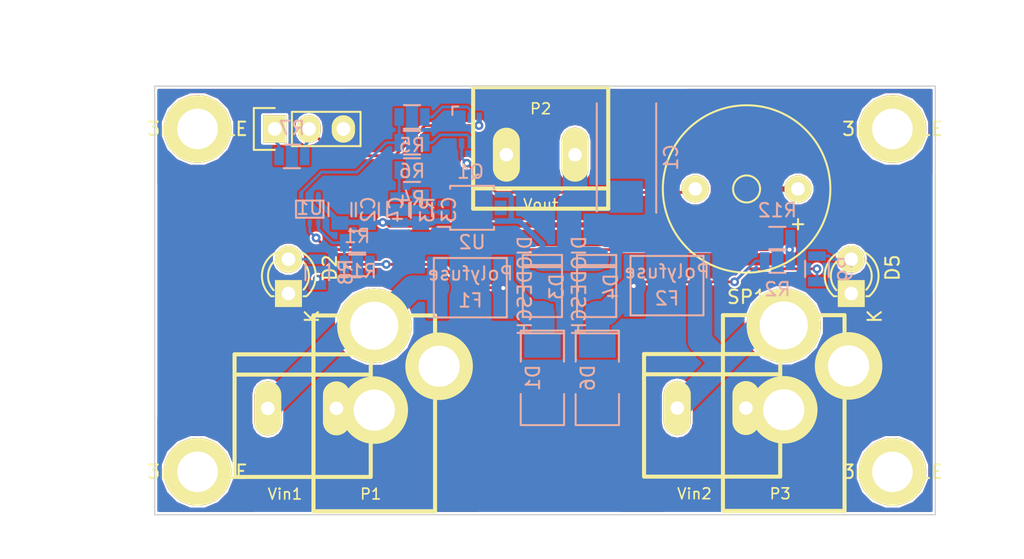
<source format=kicad_pcb>
(kicad_pcb (version 4) (host pcbnew 4.0.2-4+6225~38~ubuntu15.10.1-stable)

  (general
    (links 65)
    (no_connects 2)
    (area 143.459999 128.854999 201.345001 160.705001)
    (thickness 1.6)
    (drawings 14)
    (tracks 190)
    (zones 0)
    (modules 37)
    (nets 19)
  )

  (page A3)
  (title_block
    (rev 2)
    (company "Radio Helsinki: RedunDC")
  )

  (layers
    (0 F.Cu signal)
    (31 B.Cu signal)
    (32 B.Adhes user)
    (33 F.Adhes user)
    (34 B.Paste user)
    (35 F.Paste user)
    (36 B.SilkS user hide)
    (37 F.SilkS user)
    (38 B.Mask user)
    (39 F.Mask user)
    (40 Dwgs.User user)
    (41 Cmts.User user)
    (42 Eco1.User user)
    (43 Eco2.User user)
    (44 Edge.Cuts user)
  )

  (setup
    (last_trace_width 0.3988)
    (user_trace_width 0.2032)
    (user_trace_width 0.3988)
    (user_trace_width 0.701)
    (user_trace_width 1.0008)
    (user_trace_width 1.8009)
    (trace_clearance 0.1524)
    (zone_clearance 0.1524)
    (zone_45_only no)
    (trace_min 0.1524)
    (segment_width 0.2)
    (edge_width 0.1)
    (via_size 0.6502)
    (via_drill 0.3023)
    (via_min_size 0.5004)
    (via_min_drill 0.3023)
    (user_via 0.6502 0.3023)
    (user_via 0.7493 0.3988)
    (user_via 0.95 0.3988)
    (user_via 1.1989 0.4496)
    (user_via 1.999 0.5004)
    (uvia_size 0.508)
    (uvia_drill 0.127)
    (uvias_allowed no)
    (uvia_min_size 0.508)
    (uvia_min_drill 0.127)
    (pcb_text_width 0.3)
    (pcb_text_size 1.5 1.5)
    (mod_edge_width 0.3)
    (mod_text_size 1 1)
    (mod_text_width 0.15)
    (pad_size 2 4)
    (pad_drill 1)
    (pad_to_mask_clearance 0)
    (aux_axis_origin 0 0)
    (visible_elements 7FFFFF1F)
    (pcbplotparams
      (layerselection 0x00030_80000001)
      (usegerberextensions true)
      (excludeedgelayer true)
      (linewidth 0.150000)
      (plotframeref false)
      (viasonmask false)
      (mode 1)
      (useauxorigin false)
      (hpglpennumber 1)
      (hpglpenspeed 20)
      (hpglpendiameter 15)
      (hpglpenoverlay 2)
      (psnegative false)
      (psa4output false)
      (plotreference true)
      (plotvalue true)
      (plotinvisibletext false)
      (padsonsilk false)
      (subtractmaskfromsilk false)
      (outputformat 1)
      (mirror false)
      (drillshape 1)
      (scaleselection 1)
      (outputdirectory ""))
  )

  (net 0 "")
  (net 1 /Vout)
  (net 2 GND)
  (net 3 VCC)
  (net 4 "Net-(C3-Pad2)")
  (net 5 "Net-(D1-Pad1)")
  (net 6 "Net-(F1-Pad1)")
  (net 7 "Net-(F2-Pad2)")
  (net 8 "Net-(K1-Pad1)")
  (net 9 "Net-(K1-Pad2)")
  (net 10 "Net-(Q1-Pad6)")
  (net 11 "Net-(Q1-Pad2)")
  (net 12 "Net-(Q1-Pad5)")
  (net 13 "Net-(R1-Pad2)")
  (net 14 "Net-(R12-Pad1)")
  (net 15 "Net-(R5-Pad1)")
  (net 16 "Net-(D2-Pad2)")
  (net 17 "Net-(D4-Pad2)")
  (net 18 "Net-(D5-Pad2)")

  (net_class Default "Dies ist die voreingestellte Netzklasse."
    (clearance 0.1524)
    (trace_width 0.2032)
    (via_dia 0.6502)
    (via_drill 0.3023)
    (uvia_dia 0.508)
    (uvia_drill 0.127)
    (add_net /Vout)
    (add_net GND)
    (add_net "Net-(C3-Pad2)")
    (add_net "Net-(D1-Pad1)")
    (add_net "Net-(D2-Pad2)")
    (add_net "Net-(D4-Pad2)")
    (add_net "Net-(D5-Pad2)")
    (add_net "Net-(F1-Pad1)")
    (add_net "Net-(F2-Pad2)")
    (add_net "Net-(K1-Pad1)")
    (add_net "Net-(K1-Pad2)")
    (add_net "Net-(Q1-Pad2)")
    (add_net "Net-(Q1-Pad5)")
    (add_net "Net-(Q1-Pad6)")
    (add_net "Net-(R1-Pad2)")
    (add_net "Net-(R12-Pad1)")
    (add_net "Net-(R5-Pad1)")
    (add_net VCC)
  )

  (module Resistors_SMD:R_0805 (layer B.Cu) (tedit 5415CDEB) (tstamp 56C50073)
    (at 189.611 141.859)
    (descr "Resistor SMD 0805, reflow soldering, Vishay (see dcrcw.pdf)")
    (tags "resistor 0805")
    (path /551ADFF8)
    (attr smd)
    (fp_text reference R2 (at 0 2.1) (layer B.SilkS)
      (effects (font (size 1 1) (thickness 0.15)) (justify mirror))
    )
    (fp_text value Ra (at 0 -2.1) (layer B.Fab)
      (effects (font (size 1 1) (thickness 0.15)) (justify mirror))
    )
    (fp_line (start -1.6 1) (end 1.6 1) (layer B.CrtYd) (width 0.05))
    (fp_line (start -1.6 -1) (end 1.6 -1) (layer B.CrtYd) (width 0.05))
    (fp_line (start -1.6 1) (end -1.6 -1) (layer B.CrtYd) (width 0.05))
    (fp_line (start 1.6 1) (end 1.6 -1) (layer B.CrtYd) (width 0.05))
    (fp_line (start 0.6 -0.875) (end -0.6 -0.875) (layer B.SilkS) (width 0.15))
    (fp_line (start -0.6 0.875) (end 0.6 0.875) (layer B.SilkS) (width 0.15))
    (pad 1 smd rect (at -0.95 0) (size 0.7 1.3) (layers B.Cu B.Paste B.Mask)
      (net 17 "Net-(D4-Pad2)"))
    (pad 2 smd rect (at 0.95 0) (size 0.7 1.3) (layers B.Cu B.Paste B.Mask)
      (net 14 "Net-(R12-Pad1)"))
    (model Resistors_SMD.3dshapes/R_0805.wrl
      (at (xyz 0 0 0))
      (scale (xyz 1 1 1))
      (rotate (xyz 0 0 0))
    )
  )

  (module RedunDC:Screwblock (layer F.Cu) (tedit 55806C3A) (tstamp 56C50061)
    (at 172.085 133.985 180)
    (path /551AE0C7)
    (attr virtual)
    (fp_text reference P2 (at 0 3.4 180) (layer F.SilkS)
      (effects (font (size 0.8 0.8) (thickness 0.12)))
    )
    (fp_text value Vout (at 0 -3.7 180) (layer F.SilkS)
      (effects (font (size 0.8 0.8) (thickness 0.12)))
    )
    (fp_line (start -5 -2.5) (end 5 -2.5) (layer F.SilkS) (width 0.3))
    (fp_line (start 5 5) (end -5 5) (layer F.SilkS) (width 0.3))
    (fp_line (start -5 5) (end -5 -4) (layer F.SilkS) (width 0.3))
    (fp_line (start -5 -4) (end 5 -4) (layer F.SilkS) (width 0.3))
    (fp_line (start 5 -4) (end 5 5) (layer F.SilkS) (width 0.3))
    (pad 1 thru_hole oval (at -2.54 0 180) (size 2 4) (drill 1) (layers *.Cu *.Mask F.SilkS)
      (net 1 /Vout))
    (pad 2 thru_hole oval (at 2.54 0 180) (size 2 4) (drill 1) (layers *.Cu *.Mask F.SilkS)
      (net 2 GND))
  )

  (module TO_SOT_Packages_SMD:SC-70-6 (layer B.Cu) (tedit 54E926FA) (tstamp 56C50973)
    (at 166.878 132.19684)
    (descr SC-70-6,)
    (tags SC-70-6,)
    (path /551C399F)
    (attr smd)
    (fp_text reference Q1 (at 0.01016 3.05054) (layer B.SilkS)
      (effects (font (size 1 1) (thickness 0.15)) (justify mirror))
    )
    (fp_text value PMGD370XN (at 0.04064 -4.191) (layer B.Fab)
      (effects (font (size 1 1) (thickness 0.15)) (justify mirror))
    )
    (fp_line (start -1.33096 -1.16078) (end -1.33096 -1.77038) (layer B.SilkS) (width 0.15))
    (fp_line (start -1.33096 -1.77038) (end -0.89916 -1.78054) (layer B.SilkS) (width 0.15))
    (pad 1 smd rect (at -0.65024 -0.94996) (size 0.39878 0.7493) (layers B.Cu B.Paste B.Mask)
      (net 2 GND))
    (pad 2 smd rect (at 0 -0.94996) (size 0.39878 0.7493) (layers B.Cu B.Paste B.Mask)
      (net 11 "Net-(Q1-Pad2)"))
    (pad 3 smd rect (at 0.65024 -0.94996) (size 0.39878 0.7493) (layers B.Cu B.Paste B.Mask)
      (net 9 "Net-(K1-Pad2)"))
    (pad 4 smd rect (at 0.65024 0.94996) (size 0.39878 0.7493) (layers B.Cu B.Paste B.Mask)
      (net 2 GND))
    (pad 5 smd rect (at 0 0.94996) (size 0.39878 0.7493) (layers B.Cu B.Paste B.Mask)
      (net 12 "Net-(Q1-Pad5)"))
    (pad 6 smd rect (at -0.65024 0.94996) (size 0.39878 0.7493) (layers B.Cu B.Paste B.Mask)
      (net 10 "Net-(Q1-Pad6)"))
    (model TO_SOT_Packages_SMD.3dshapes/SC-70-6.wrl
      (at (xyz 0 0 0))
      (scale (xyz 1 1 1))
      (rotate (xyz 0 0 0))
    )
  )

  (module 3mmHOLE (layer F.Cu) (tedit 551B1F8C) (tstamp 551BDB62)
    (at 198.12 132.08)
    (fp_text reference 3mmHOLE (at 0 0) (layer F.SilkS)
      (effects (font (size 1 1) (thickness 0.15)))
    )
    (fp_text value VAL** (at 0 0) (layer F.SilkS)
      (effects (font (size 1 1) (thickness 0.15)))
    )
    (pad 1 thru_hole circle (at 0 0) (size 5 5) (drill 3) (layers *.Cu *.Mask F.SilkS))
  )

  (module 3mmHOLE (layer F.Cu) (tedit 551B1F8C) (tstamp 551BDB6E)
    (at 146.685 132.08)
    (fp_text reference 3mmHOLE (at 0 0) (layer F.SilkS)
      (effects (font (size 1 1) (thickness 0.15)))
    )
    (fp_text value VAL** (at 0 0) (layer F.SilkS)
      (effects (font (size 1 1) (thickness 0.15)))
    )
    (pad 1 thru_hole circle (at 0 0) (size 5 5) (drill 3) (layers *.Cu *.Mask F.SilkS))
  )

  (module 3mmHOLE (layer F.Cu) (tedit 551B1F8C) (tstamp 551BDB77)
    (at 146.685 157.48)
    (fp_text reference 3mmHOLE (at 0 0) (layer F.SilkS)
      (effects (font (size 1 1) (thickness 0.15)))
    )
    (fp_text value VAL** (at 0 0) (layer F.SilkS)
      (effects (font (size 1 1) (thickness 0.15)))
    )
    (pad 1 thru_hole circle (at 0 0) (size 5 5) (drill 3) (layers *.Cu *.Mask F.SilkS))
  )

  (module 3mmHOLE (layer F.Cu) (tedit 551B1F8C) (tstamp 551BDB80)
    (at 198.12 157.48)
    (fp_text reference 3mmHOLE (at 0 0) (layer F.SilkS)
      (effects (font (size 1 1) (thickness 0.15)))
    )
    (fp_text value VAL** (at 0 0) (layer F.SilkS)
      (effects (font (size 1 1) (thickness 0.15)))
    )
    (pad 1 thru_hole circle (at 0 0) (size 5 5) (drill 3) (layers *.Cu *.Mask F.SilkS))
  )

  (module rhlogo_copper-front_10mm (layer F.Cu) (tedit 0) (tstamp 551BFA87)
    (at 172.72 158.75)
    (fp_text reference G*** (at 0 1.69418) (layer F.SilkS) hide
      (effects (font (size 0.22098 0.22098) (thickness 0.04318)))
    )
    (fp_text value rhlogo_copper-front_10mm (at 0 -1.69418) (layer F.SilkS) hide
      (effects (font (size 0.22098 0.22098) (thickness 0.04318)))
    )
    (fp_poly (pts (xy 4.99872 1.58242) (xy 4.8387 1.58242) (xy 4.8387 1.4224) (xy 4.8387 -1.41224)
      (xy -2.2479 -1.41224) (xy -2.2479 1.4224) (xy 4.8387 1.4224) (xy 4.8387 1.58242)
      (xy -2.40538 1.58242) (xy -2.40538 1.4224) (xy -2.40538 -1.41224) (xy -4.826 -1.41224)
      (xy -4.826 1.4224) (xy -2.40538 1.4224) (xy -2.40538 1.58242) (xy -4.99872 1.58242)
      (xy -4.99872 -1.58242) (xy 4.99872 -1.58242) (xy 4.99872 1.58242) (xy 4.99872 1.58242)) (layer F.Cu) (width 0.00254))
    (fp_poly (pts (xy -2.52222 1.1176) (xy -2.52476 1.14808) (xy -2.54254 1.18364) (xy -2.57048 1.20904)
      (xy -2.5781 1.21412) (xy -2.62128 1.22936) (xy -2.67462 1.23444) (xy -2.72288 1.22936)
      (xy -2.7432 1.22174) (xy -2.77368 1.2065) (xy -2.81178 1.1811) (xy -2.85496 1.15062)
      (xy -2.8575 1.14808) (xy -2.91338 1.11252) (xy -2.98704 1.06426) (xy -3.0861 1.00838)
      (xy -3.20548 0.94234) (xy -3.34518 0.86614) (xy -3.44678 0.81026) (xy -3.63474 0.71374)
      (xy -3.77952 0.77978) (xy -3.89128 0.83312) (xy -4.0005 0.88646) (xy -4.1021 0.9398)
      (xy -4.19608 0.98806) (xy -4.27482 1.03124) (xy -4.33832 1.06934) (xy -4.3815 1.09982)
      (xy -4.38912 1.10236) (xy -4.44754 1.15062) (xy -4.49072 1.1811) (xy -4.5212 1.20396)
      (xy -4.54406 1.21666) (xy -4.56184 1.22428) (xy -4.57962 1.22682) (xy -4.59486 1.22682)
      (xy -4.64312 1.21666) (xy -4.6736 1.1938) (xy -4.68884 1.1557) (xy -4.68376 1.10998)
      (xy -4.65836 1.05918) (xy -4.65328 1.0541) (xy -4.63042 1.02616) (xy -4.59486 1.0033)
      (xy -4.54406 0.9779) (xy -4.47802 0.9525) (xy -4.43484 0.9398) (xy -4.39928 0.9271)
      (xy -4.34848 0.90678) (xy -4.28752 0.88138) (xy -4.21894 0.8509) (xy -4.14528 0.82042)
      (xy -4.07162 0.7874) (xy -3.99796 0.75438) (xy -3.93192 0.72136) (xy -3.87604 0.69596)
      (xy -3.83286 0.6731) (xy -3.80238 0.65786) (xy -3.79476 0.65024) (xy -3.80492 0.64262)
      (xy -3.8354 0.62738) (xy -3.88112 0.60198) (xy -3.93954 0.5715) (xy -4.01066 0.53594)
      (xy -4.07416 0.50546) (xy -4.17576 0.45466) (xy -4.25958 0.41656) (xy -4.32816 0.38608)
      (xy -4.38912 0.36322) (xy -4.43992 0.34544) (xy -4.47548 0.33528) (xy -4.53898 0.3175)
      (xy -4.5847 0.30226) (xy -4.61518 0.28448) (xy -4.63804 0.2667) (xy -4.67106 0.22352)
      (xy -4.67868 0.18542) (xy -4.6609 0.14986) (xy -4.64058 0.12954) (xy -4.60248 0.10414)
      (xy -4.5593 0.09398) (xy -4.5085 0.1016) (xy -4.45008 0.12192) (xy -4.3815 0.16002)
      (xy -4.29768 0.2159) (xy -4.27482 0.23368) (xy -4.20878 0.2794) (xy -4.15036 0.3175)
      (xy -4.09194 0.35306) (xy -4.03098 0.38862) (xy -3.95986 0.42418) (xy -3.8735 0.46482)
      (xy -3.7973 0.50038) (xy -3.73126 0.53086) (xy -3.683 0.55118) (xy -3.64744 0.56388)
      (xy -3.62458 0.56896) (xy -3.60426 0.56896) (xy -3.5941 0.56642) (xy -3.5687 0.55626)
      (xy -3.52298 0.53848) (xy -3.4671 0.51308) (xy -3.39852 0.4826) (xy -3.3274 0.44958)
      (xy -3.25628 0.41656) (xy -3.1877 0.38354) (xy -3.12928 0.3556) (xy -3.08356 0.3302)
      (xy -3.06578 0.32004) (xy -3.01752 0.2921) (xy -2.97434 0.26162) (xy -2.9464 0.23876)
      (xy -2.8702 0.17526) (xy -2.79654 0.12954) (xy -2.7305 0.09906) (xy -2.68224 0.08636)
      (xy -2.64414 0.08382) (xy -2.62128 0.0889) (xy -2.60096 0.10414) (xy -2.58572 0.12446)
      (xy -2.55778 0.17272) (xy -2.55524 0.21844) (xy -2.57556 0.25654) (xy -2.62128 0.28956)
      (xy -2.68732 0.32004) (xy -2.75082 0.33782) (xy -2.80924 0.35306) (xy -2.87274 0.37084)
      (xy -2.91846 0.38608) (xy -2.95402 0.40132) (xy -3.00482 0.42418) (xy -3.06832 0.45212)
      (xy -3.13944 0.4826) (xy -3.2131 0.51816) (xy -3.28676 0.55118) (xy -3.35026 0.58166)
      (xy -3.40614 0.6096) (xy -3.44424 0.62738) (xy -3.4798 0.64516) (xy -3.20294 0.78994)
      (xy -3.1115 0.83566) (xy -3.03784 0.87376) (xy -2.97688 0.9017) (xy -2.92354 0.92456)
      (xy -2.87528 0.94234) (xy -2.82956 0.95758) (xy -2.77876 0.97028) (xy -2.6797 1.00076)
      (xy -2.6035 1.03632) (xy -2.5527 1.07188) (xy -2.52476 1.11252) (xy -2.52222 1.1176)
      (xy -2.52222 1.1176)) (layer F.Cu) (width 0.00254))
    (fp_poly (pts (xy -3.00736 -0.74168) (xy -3.01244 -0.63246) (xy -3.03276 -0.5207) (xy -3.06832 -0.4064)
      (xy -3.11404 -0.29464) (xy -3.12674 -0.27432) (xy -3.13182 -0.25908) (xy -3.13182 -0.63754)
      (xy -3.13436 -0.70612) (xy -3.14198 -0.78232) (xy -3.15214 -0.84328) (xy -3.16992 -0.889)
      (xy -3.19532 -0.93218) (xy -3.23342 -0.97282) (xy -3.2385 -0.9779) (xy -3.30708 -1.03632)
      (xy -3.3782 -1.07696) (xy -3.45948 -1.09728) (xy -3.55346 -1.10236) (xy -3.66014 -1.08966)
      (xy -3.68554 -1.08712) (xy -3.7592 -1.07188) (xy -3.81254 -1.05918) (xy -3.85064 -1.0414)
      (xy -3.88366 -1.02108) (xy -3.9116 -0.99314) (xy -3.91414 -0.99314) (xy -3.95986 -0.92964)
      (xy -3.99796 -0.84836) (xy -4.02844 -0.74422) (xy -4.04368 -0.66548) (xy -4.07162 -0.52324)
      (xy -4.04114 -0.50292) (xy -3.99034 -0.46482) (xy -3.9624 -0.4318) (xy -3.95732 -0.39624)
      (xy -3.95732 -0.3937) (xy -3.95478 -0.3556) (xy -3.94462 -0.34036) (xy -3.93446 -0.32258)
      (xy -3.93192 -0.3048) (xy -3.937 -0.27178) (xy -3.94208 -0.254) (xy -3.9497 -0.21844)
      (xy -3.95224 -0.19558) (xy -3.94462 -0.18288) (xy -3.93192 -0.17272) (xy -3.90398 -0.1524)
      (xy -3.92938 -0.11938) (xy -3.94462 -0.09652) (xy -3.9497 -0.0762) (xy -3.93954 -0.04826)
      (xy -3.937 -0.04318) (xy -3.91414 -0.00254) (xy -3.88366 0.02794) (xy -3.88112 0.03048)
      (xy -3.85064 0.06604) (xy -3.84302 0.09652) (xy -3.8354 0.1524) (xy -3.81254 0.21082)
      (xy -3.77952 0.25908) (xy -3.76936 0.27178) (xy -3.74142 0.2921) (xy -3.71602 0.30226)
      (xy -3.67538 0.3048) (xy -3.66522 0.3048) (xy -3.61442 0.30226) (xy -3.556 0.29718)
      (xy -3.51282 0.2921) (xy -3.429 0.27686) (xy -3.4036 0.22098) (xy -3.38836 0.18288)
      (xy -3.37058 0.12954) (xy -3.35534 0.07112) (xy -3.3528 0.06096) (xy -3.31978 -0.05842)
      (xy -3.28676 -0.16256) (xy -3.2512 -0.25654) (xy -3.2131 -0.3429) (xy -3.175 -0.42672)
      (xy -3.1496 -0.50038) (xy -3.1369 -0.56642) (xy -3.13182 -0.63754) (xy -3.13182 -0.25908)
      (xy -3.15722 -0.20828) (xy -3.19024 -0.12446) (xy -3.22072 -0.03048) (xy -3.24866 0.06604)
      (xy -3.27406 0.1651) (xy -3.27914 0.1905) (xy -3.2893 0.23368) (xy -3.30454 0.2667)
      (xy -3.32994 0.29718) (xy -3.35788 0.32512) (xy -3.40614 0.36576) (xy -3.45186 0.3937)
      (xy -3.46964 0.40132) (xy -3.53568 0.41148) (xy -3.61188 0.41402) (xy -3.68808 0.4064)
      (xy -3.72618 0.39624) (xy -3.76936 0.38354) (xy -3.80746 0.37084) (xy -3.82016 0.36576)
      (xy -3.85064 0.3429) (xy -3.88112 0.30226) (xy -3.90906 0.24892) (xy -3.92938 0.1905)
      (xy -3.92938 0.18542) (xy -3.94208 0.1397) (xy -3.95986 0.10922) (xy -3.9878 0.08382)
      (xy -4.00812 0.06858) (xy -4.02336 0.04826) (xy -4.0386 0.01016) (xy -4.05384 -0.03302)
      (xy -4.06654 -0.08382) (xy -4.0767 -0.12954) (xy -4.0767 -0.15494) (xy -4.08178 -0.1905)
      (xy -4.09448 -0.23114) (xy -4.1021 -0.25146) (xy -4.11734 -0.28956) (xy -4.12496 -0.32258)
      (xy -4.12496 -0.33528) (xy -4.12496 -0.38608) (xy -4.13766 -0.42418) (xy -4.15798 -0.45212)
      (xy -4.17576 -0.47752) (xy -4.18592 -0.49784) (xy -4.18338 -0.52324) (xy -4.1783 -0.56134)
      (xy -4.16814 -0.61722) (xy -4.16052 -0.67818) (xy -4.15798 -0.70358) (xy -4.15036 -0.75184)
      (xy -4.1402 -0.81026) (xy -4.1275 -0.87122) (xy -4.12496 -0.88138) (xy -4.10972 -0.93472)
      (xy -4.09702 -0.97282) (xy -4.07924 -1.0033) (xy -4.0513 -1.03378) (xy -4.02844 -1.05664)
      (xy -3.9624 -1.11506) (xy -3.89636 -1.15824) (xy -3.8227 -1.18618) (xy -3.73888 -1.2065)
      (xy -3.63728 -1.21412) (xy -3.57378 -1.21412) (xy -3.46964 -1.21158) (xy -3.38836 -1.20396)
      (xy -3.31978 -1.18618) (xy -3.2639 -1.16332) (xy -3.26136 -1.16078) (xy -3.22326 -1.13284)
      (xy -3.17754 -1.0922) (xy -3.13182 -1.04648) (xy -3.08864 -0.99822) (xy -3.05562 -0.95504)
      (xy -3.03784 -0.9271) (xy -3.01498 -0.84074) (xy -3.00736 -0.74168) (xy -3.00736 -0.74168)) (layer F.Cu) (width 0.00254))
    (fp_poly (pts (xy 2.83464 0.18034) (xy 2.82956 0.20574) (xy 2.8067 0.22606) (xy 2.80162 0.2286)
      (xy 2.76352 0.25146) (xy 2.76352 0.67056) (xy 2.76352 0.78486) (xy 2.76352 0.87376)
      (xy 2.76098 0.94742) (xy 2.76098 1.0033) (xy 2.75844 1.04394) (xy 2.7559 1.07696)
      (xy 2.75336 1.09982) (xy 2.74828 1.1176) (xy 2.74066 1.13538) (xy 2.73558 1.14554)
      (xy 2.71018 1.18618) (xy 2.68478 1.20142) (xy 2.6543 1.1938) (xy 2.62382 1.1684)
      (xy 2.60096 1.13538) (xy 2.57302 1.08712) (xy 2.54508 1.016) (xy 2.51206 0.9271)
      (xy 2.47396 0.8128) (xy 2.46126 0.7747) (xy 2.44348 0.71882) (xy 2.42062 0.65532)
      (xy 2.39522 0.58674) (xy 2.36982 0.51816) (xy 2.34442 0.45466) (xy 2.3241 0.40132)
      (xy 2.30632 0.36068) (xy 2.29362 0.33782) (xy 2.29108 0.33528) (xy 2.29108 0.34544)
      (xy 2.29108 0.37846) (xy 2.29108 0.42926) (xy 2.29108 0.4953) (xy 2.29362 0.57404)
      (xy 2.29362 0.66294) (xy 2.29362 0.68326) (xy 2.29616 0.79756) (xy 2.29616 0.889)
      (xy 2.30124 0.96012) (xy 2.30378 1.01346) (xy 2.30886 1.05156) (xy 2.31648 1.0795)
      (xy 2.32664 1.09474) (xy 2.3368 1.10236) (xy 2.35204 1.1049) (xy 2.35204 1.1049)
      (xy 2.37744 1.11252) (xy 2.4003 1.13284) (xy 2.413 1.15824) (xy 2.413 1.17856)
      (xy 2.39776 1.18364) (xy 2.3622 1.18618) (xy 2.31648 1.18872) (xy 2.2606 1.19126)
      (xy 2.20472 1.18872) (xy 2.15392 1.18872) (xy 2.11074 1.18364) (xy 2.0828 1.17856)
      (xy 2.07772 1.17602) (xy 2.06248 1.14554) (xy 2.0701 1.11506) (xy 2.10058 1.08204)
      (xy 2.11074 1.07442) (xy 2.16154 1.03886) (xy 2.159 0.71882) (xy 2.15646 0.60198)
      (xy 2.15646 0.50546) (xy 2.15138 0.42926) (xy 2.1463 0.37084) (xy 2.14122 0.32766)
      (xy 2.13106 0.29464) (xy 2.11836 0.27432) (xy 2.10312 0.26162) (xy 2.10058 0.26162)
      (xy 2.06756 0.23622) (xy 2.05232 0.20066) (xy 2.04978 0.18034) (xy 2.04978 0.14732)
      (xy 2.17932 0.1397) (xy 2.23774 0.13462) (xy 2.27838 0.13462) (xy 2.30378 0.13716)
      (xy 2.3241 0.14478) (xy 2.34442 0.15494) (xy 2.35204 0.16002) (xy 2.3749 0.1778)
      (xy 2.39268 0.20066) (xy 2.41046 0.23876) (xy 2.43332 0.28956) (xy 2.44348 0.31242)
      (xy 2.46888 0.37846) (xy 2.49428 0.45212) (xy 2.5146 0.5207) (xy 2.52222 0.5461)
      (xy 2.55016 0.63246) (xy 2.57302 0.69596) (xy 2.5908 0.7366) (xy 2.6035 0.75692)
      (xy 2.60858 0.75946) (xy 2.61366 0.74422) (xy 2.61874 0.7112) (xy 2.61874 0.66294)
      (xy 2.62128 0.60452) (xy 2.62128 0.53848) (xy 2.62128 0.47244) (xy 2.61874 0.41148)
      (xy 2.61366 0.3556) (xy 2.61112 0.3302) (xy 2.60604 0.28702) (xy 2.59842 0.26162)
      (xy 2.58826 0.24638) (xy 2.56794 0.23876) (xy 2.56286 0.23876) (xy 2.52984 0.22098)
      (xy 2.51968 0.19558) (xy 2.53492 0.1651) (xy 2.54762 0.1524) (xy 2.5654 0.13462)
      (xy 2.58826 0.127) (xy 2.62128 0.12192) (xy 2.66192 0.12192) (xy 2.73812 0.127)
      (xy 2.79146 0.1397) (xy 2.82448 0.16002) (xy 2.83464 0.18034) (xy 2.83464 0.18034)) (layer F.Cu) (width 0.00254))
    (fp_poly (pts (xy -1.14046 1.143) (xy -1.15316 1.16586) (xy -1.1811 1.1811) (xy -1.22428 1.18872)
      (xy -1.2446 1.18872) (xy -1.27762 1.18618) (xy -1.32334 1.18364) (xy -1.3589 1.1811)
      (xy -1.4097 1.17602) (xy -1.44018 1.16332) (xy -1.4478 1.14554) (xy -1.43764 1.12014)
      (xy -1.41986 1.10236) (xy -1.38684 1.08712) (xy -1.3843 1.08458) (xy -1.34366 1.07188)
      (xy -1.34366 0.9017) (xy -1.34366 0.83312) (xy -1.3462 0.78232) (xy -1.34874 0.75184)
      (xy -1.35382 0.73152) (xy -1.36144 0.7239) (xy -1.38176 0.71882) (xy -1.41986 0.71374)
      (xy -1.47066 0.7112) (xy -1.52908 0.7112) (xy -1.67894 0.7112) (xy -1.6764 0.89916)
      (xy -1.6764 1.08712) (xy -1.63576 1.08966) (xy -1.6002 1.10236) (xy -1.57734 1.12522)
      (xy -1.5748 1.1557) (xy -1.57734 1.16078) (xy -1.58496 1.1684) (xy -1.60528 1.17348)
      (xy -1.64084 1.17602) (xy -1.69672 1.17856) (xy -1.72212 1.17856) (xy -1.78054 1.17856)
      (xy -1.83134 1.17602) (xy -1.8669 1.17348) (xy -1.88468 1.17094) (xy -1.89738 1.15316)
      (xy -1.90246 1.12776) (xy -1.89484 1.10236) (xy -1.87198 1.08712) (xy -1.8288 1.0795)
      (xy -1.81864 1.0795) (xy -1.80086 1.07696) (xy -1.79324 1.06934) (xy -1.79324 1.04648)
      (xy -1.79578 1.016) (xy -1.79832 0.98552) (xy -1.80086 0.93726) (xy -1.80086 0.87122)
      (xy -1.8034 0.78994) (xy -1.8034 0.70104) (xy -1.8034 0.60452) (xy -1.8034 0.58674)
      (xy -1.8034 0.22098) (xy -1.85166 0.21844) (xy -1.88468 0.21082) (xy -1.89992 0.19558)
      (xy -1.89992 0.1905) (xy -1.90246 0.16764) (xy -1.88976 0.14986) (xy -1.86436 0.1397)
      (xy -1.81864 0.13462) (xy -1.75514 0.13462) (xy -1.75006 0.13462) (xy -1.62306 0.13462)
      (xy -1.60782 0.17272) (xy -1.59766 0.20066) (xy -1.60274 0.2159) (xy -1.60528 0.2159)
      (xy -1.6256 0.2286) (xy -1.64338 0.2413) (xy -1.65354 0.254) (xy -1.66116 0.26924)
      (xy -1.66624 0.29718) (xy -1.66878 0.33782) (xy -1.67132 0.39624) (xy -1.67132 0.42164)
      (xy -1.6764 0.58166) (xy -1.51384 0.5842) (xy -1.4478 0.58674) (xy -1.40208 0.58674)
      (xy -1.36906 0.58166) (xy -1.35128 0.56642) (xy -1.34112 0.53848) (xy -1.33858 0.4953)
      (xy -1.33858 0.43434) (xy -1.33858 0.39116) (xy -1.33858 0.24638) (xy -1.37414 0.23114)
      (xy -1.4097 0.21082) (xy -1.43002 0.18288) (xy -1.43256 0.15494) (xy -1.43256 0.1524)
      (xy -1.41732 0.14478) (xy -1.3843 0.13716) (xy -1.34112 0.13208) (xy -1.29032 0.12954)
      (xy -1.24206 0.127) (xy -1.20142 0.12954) (xy -1.17602 0.13208) (xy -1.1684 0.13462)
      (xy -1.15316 0.16256) (xy -1.15824 0.1905) (xy -1.17856 0.2159) (xy -1.18364 0.21844)
      (xy -1.21412 0.23114) (xy -1.21412 0.6604) (xy -1.21412 0.7747) (xy -1.21412 0.86868)
      (xy -1.21412 0.9398) (xy -1.21412 0.99568) (xy -1.21158 1.03378) (xy -1.20904 1.06172)
      (xy -1.2065 1.0795) (xy -1.20142 1.08712) (xy -1.19634 1.0922) (xy -1.1938 1.0922)
      (xy -1.16078 1.10236) (xy -1.143 1.1303) (xy -1.14046 1.143) (xy -1.14046 1.143)) (layer F.Cu) (width 0.00254))
    (fp_poly (pts (xy 0.53594 0.84582) (xy 0.5334 0.89154) (xy 0.52832 0.94742) (xy 0.52324 1.00838)
      (xy 0.51562 1.0668) (xy 0.508 1.1176) (xy 0.50292 1.1557) (xy 0.49784 1.17856)
      (xy 0.4953 1.17856) (xy 0.4826 1.1811) (xy 0.44704 1.18364) (xy 0.39624 1.18618)
      (xy 0.33274 1.18618) (xy 0.26162 1.18872) (xy 0.18288 1.18872) (xy 0.10414 1.18618)
      (xy 0.02794 1.18618) (xy -0.0381 1.18364) (xy -0.09398 1.1811) (xy -0.09906 1.1811)
      (xy -0.1524 1.17348) (xy -0.18288 1.15824) (xy -0.18796 1.13284) (xy -0.17526 1.10744)
      (xy -0.15494 1.08712) (xy -0.12446 1.0795) (xy -0.1016 1.0795) (xy -0.05842 1.07442)
      (xy -0.02794 1.05918) (xy -0.01524 1.04902) (xy -0.00508 1.03886) (xy 0 1.02616)
      (xy 0.00508 1.01092) (xy 0.00762 0.98806) (xy 0.01016 0.94996) (xy 0.01016 0.89916)
      (xy 0.01016 0.83058) (xy 0.01016 0.78232) (xy 0.01016 0.69596) (xy 0.01016 0.60706)
      (xy 0.00762 0.52578) (xy 0.00508 0.45466) (xy 0.00254 0.41148) (xy 0 0.35306)
      (xy -0.00254 0.31496) (xy -0.00762 0.28956) (xy -0.01524 0.27686) (xy -0.02794 0.2667)
      (xy -0.0381 0.26162) (xy -0.07112 0.25146) (xy -0.1016 0.25146) (xy -0.13208 0.25146)
      (xy -0.16764 0.2413) (xy -0.19812 0.22606) (xy -0.21844 0.20828) (xy -0.22098 0.20066)
      (xy -0.21336 0.17526) (xy -0.20574 0.15748) (xy -0.20066 0.14986) (xy -0.1905 0.14224)
      (xy -0.17272 0.1397) (xy -0.14478 0.13462) (xy -0.1016 0.13462) (xy -0.04064 0.13462)
      (xy 0.02794 0.13462) (xy 0.12192 0.13462) (xy 0.19558 0.13462) (xy 0.24892 0.13716)
      (xy 0.28956 0.14224) (xy 0.31496 0.14986) (xy 0.33274 0.16002) (xy 0.3429 0.17018)
      (xy 0.34544 0.1778) (xy 0.35306 0.21082) (xy 0.34036 0.23622) (xy 0.3048 0.25146)
      (xy 0.25654 0.25908) (xy 0.22606 0.26162) (xy 0.2032 0.26416) (xy 0.18288 0.27178)
      (xy 0.17018 0.28448) (xy 0.16002 0.3048) (xy 0.1524 0.33782) (xy 0.14986 0.38354)
      (xy 0.14732 0.44704) (xy 0.14732 0.52578) (xy 0.14986 0.62738) (xy 0.14986 0.67818)
      (xy 0.14986 0.78232) (xy 0.1524 0.86614) (xy 0.1524 0.92964) (xy 0.15494 0.9779)
      (xy 0.15748 1.01092) (xy 0.16002 1.03378) (xy 0.1651 1.04648) (xy 0.17018 1.05664)
      (xy 0.17526 1.06172) (xy 0.2032 1.07188) (xy 0.24384 1.07696) (xy 0.2921 1.0795)
      (xy 0.34036 1.0795) (xy 0.381 1.07188) (xy 0.4064 1.06426) (xy 0.4064 1.06172)
      (xy 0.4191 1.03886) (xy 0.42672 0.99314) (xy 0.43434 0.9271) (xy 0.43434 0.92456)
      (xy 0.43942 0.85344) (xy 0.45212 0.80518) (xy 0.46736 0.7747) (xy 0.48768 0.762)
      (xy 0.508 0.762) (xy 0.52578 0.76962) (xy 0.5334 0.79248) (xy 0.53594 0.81534)
      (xy 0.53594 0.84582) (xy 0.53594 0.84582)) (layer F.Cu) (width 0.00254))
    (fp_poly (pts (xy 1.28016 0.93726) (xy 1.27508 1.00584) (xy 1.25476 1.06934) (xy 1.22174 1.12268)
      (xy 1.17094 1.16078) (xy 1.16078 1.16586) (xy 1.12014 1.17856) (xy 1.06172 1.18618)
      (xy 0.99314 1.18872) (xy 0.92456 1.18872) (xy 0.8636 1.18364) (xy 0.81788 1.17348)
      (xy 0.81026 1.17094) (xy 0.77216 1.15062) (xy 0.73152 1.12268) (xy 0.72898 1.12268)
      (xy 0.70358 1.10236) (xy 0.6858 1.0922) (xy 0.68326 1.0922) (xy 0.6731 1.10236)
      (xy 0.6604 1.12776) (xy 0.65786 1.13538) (xy 0.63754 1.16586) (xy 0.61976 1.17602)
      (xy 0.61722 1.17602) (xy 0.60198 1.16078) (xy 0.59182 1.12776) (xy 0.5842 1.08204)
      (xy 0.58166 1.02616) (xy 0.5842 0.96774) (xy 0.58928 0.91186) (xy 0.58928 0.91186)
      (xy 0.59944 0.86868) (xy 0.60706 0.84582) (xy 0.61722 0.83566) (xy 0.635 0.83312)
      (xy 0.67564 0.84074) (xy 0.70104 0.86106) (xy 0.71628 0.90424) (xy 0.71628 0.9144)
      (xy 0.72898 0.96774) (xy 0.7493 1.00584) (xy 0.78486 1.0414) (xy 0.81534 1.06426)
      (xy 0.84328 1.08458) (xy 0.86868 1.09728) (xy 0.89916 1.10236) (xy 0.9398 1.1049)
      (xy 0.97282 1.1049) (xy 1.07442 1.1049) (xy 1.12268 1.05664) (xy 1.15062 1.02616)
      (xy 1.16332 1.0033) (xy 1.16586 0.9779) (xy 1.16332 0.94996) (xy 1.15062 0.9017)
      (xy 1.12776 0.86106) (xy 1.08966 0.82296) (xy 1.03124 0.7874) (xy 0.95504 0.75438)
      (xy 0.8763 0.7239) (xy 0.81026 0.6985) (xy 0.75946 0.67056) (xy 0.71882 0.63754)
      (xy 0.67818 0.58928) (xy 0.65278 0.55372) (xy 0.62992 0.51816) (xy 0.61722 0.49022)
      (xy 0.6096 0.45466) (xy 0.60452 0.40894) (xy 0.60452 0.38862) (xy 0.59944 0.28702)
      (xy 0.65786 0.22606) (xy 0.70104 0.18288) (xy 0.74168 0.16002) (xy 0.7747 0.14732)
      (xy 0.8763 0.13462) (xy 0.9779 0.14478) (xy 1.0287 0.16002) (xy 1.1049 0.18542)
      (xy 1.13284 0.16002) (xy 1.15824 0.14224) (xy 1.1811 0.13462) (xy 1.20396 0.1397)
      (xy 1.22936 0.15748) (xy 1.24968 0.1778) (xy 1.2573 0.19558) (xy 1.25476 0.19812)
      (xy 1.24968 0.21844) (xy 1.24714 0.254) (xy 1.24206 0.30226) (xy 1.23952 0.3302)
      (xy 1.23698 0.38354) (xy 1.2319 0.4191) (xy 1.22682 0.43942) (xy 1.2192 0.44704)
      (xy 1.2065 0.45212) (xy 1.20396 0.45212) (xy 1.17348 0.4445) (xy 1.14046 0.42164)
      (xy 1.11506 0.39116) (xy 1.1049 0.36068) (xy 1.1049 0.35814) (xy 1.09474 0.32766)
      (xy 1.06426 0.2921) (xy 1.06172 0.28702) (xy 1.02362 0.26162) (xy 0.97536 0.24384)
      (xy 0.9144 0.23368) (xy 0.8509 0.23114) (xy 0.81788 0.23368) (xy 0.79502 0.24384)
      (xy 0.77216 0.2667) (xy 0.75438 0.28448) (xy 0.7239 0.33274) (xy 0.7112 0.37338)
      (xy 0.71882 0.41402) (xy 0.74422 0.46228) (xy 0.76708 0.49022) (xy 0.78994 0.5207)
      (xy 0.8128 0.54102) (xy 0.8382 0.56134) (xy 0.87122 0.57912) (xy 0.91948 0.60198)
      (xy 0.98298 0.63246) (xy 0.98298 0.63246) (xy 1.06934 0.6731) (xy 1.13792 0.70866)
      (xy 1.18618 0.74168) (xy 1.19888 0.75184) (xy 1.24206 0.80518) (xy 1.27 0.86868)
      (xy 1.28016 0.93726) (xy 1.28016 0.93726)) (layer F.Cu) (width 0.00254))
    (fp_poly (pts (xy 1.97358 0.2032) (xy 1.97104 0.21336) (xy 1.9558 0.22352) (xy 1.9304 0.2286)
      (xy 1.88468 0.23368) (xy 1.83134 0.23876) (xy 1.78562 0.2413) (xy 1.75006 0.24638)
      (xy 1.73228 0.25146) (xy 1.73228 0.25146) (xy 1.72974 0.2667) (xy 1.7272 0.30226)
      (xy 1.7272 0.35306) (xy 1.7272 0.4191) (xy 1.7272 0.49276) (xy 1.7272 0.57404)
      (xy 1.72974 0.65532) (xy 1.72974 0.7366) (xy 1.73228 0.81026) (xy 1.73736 0.87376)
      (xy 1.73736 0.889) (xy 1.74498 1.03886) (xy 1.78562 1.05918) (xy 1.82372 1.07442)
      (xy 1.8669 1.08204) (xy 1.87198 1.08204) (xy 1.91008 1.08966) (xy 1.9304 1.10744)
      (xy 1.93802 1.1176) (xy 1.94818 1.14808) (xy 1.94818 1.1684) (xy 1.9431 1.17602)
      (xy 1.93294 1.1811) (xy 1.91262 1.18364) (xy 1.88214 1.18618) (xy 1.83642 1.18872)
      (xy 1.77292 1.18872) (xy 1.68656 1.18872) (xy 1.65354 1.18872) (xy 1.55448 1.18872)
      (xy 1.47574 1.18872) (xy 1.41986 1.18618) (xy 1.37922 1.18364) (xy 1.35382 1.17856)
      (xy 1.34366 1.17348) (xy 1.32842 1.15062) (xy 1.3335 1.12268) (xy 1.35382 1.09982)
      (xy 1.3716 1.0922) (xy 1.40208 1.08458) (xy 1.44272 1.0795) (xy 1.4605 1.0795)
      (xy 1.50114 1.07696) (xy 1.53162 1.06426) (xy 1.55702 1.0414) (xy 1.59512 1.0033)
      (xy 1.59512 0.62484) (xy 1.59512 0.24384) (xy 1.5494 0.24384) (xy 1.5113 0.24384)
      (xy 1.46304 0.2413) (xy 1.4097 0.23622) (xy 1.40716 0.23622) (xy 1.3589 0.23114)
      (xy 1.33096 0.22606) (xy 1.31826 0.22098) (xy 1.31318 0.20828) (xy 1.31318 0.19558)
      (xy 1.31318 0.1778) (xy 1.31826 0.16256) (xy 1.32842 0.1524) (xy 1.34874 0.14478)
      (xy 1.37922 0.1397) (xy 1.42494 0.13462) (xy 1.48844 0.13462) (xy 1.56972 0.13462)
      (xy 1.6383 0.13462) (xy 1.72212 0.13462) (xy 1.79578 0.13462) (xy 1.86182 0.13716)
      (xy 1.91008 0.1397) (xy 1.94056 0.14224) (xy 1.94818 0.14224) (xy 1.96088 0.16002)
      (xy 1.97104 0.18542) (xy 1.97358 0.2032) (xy 1.97358 0.2032)) (layer F.Cu) (width 0.00254))
    (fp_poly (pts (xy 3.76936 1.15062) (xy 3.7592 1.1684) (xy 3.73634 1.17856) (xy 3.69824 1.18618)
      (xy 3.63728 1.18872) (xy 3.58394 1.19126) (xy 3.51536 1.18872) (xy 3.46964 1.18618)
      (xy 3.4417 1.17856) (xy 3.429 1.16586) (xy 3.429 1.143) (xy 3.43662 1.11252)
      (xy 3.43916 1.1049) (xy 3.44424 1.0795) (xy 3.44678 1.05918) (xy 3.43916 1.03378)
      (xy 3.42138 0.99822) (xy 3.40868 0.97282) (xy 3.3782 0.92202) (xy 3.34264 0.87376)
      (xy 3.31216 0.83566) (xy 3.28168 0.80772) (xy 3.2639 0.79502) (xy 3.2512 0.79502)
      (xy 3.2385 0.80518) (xy 3.2258 0.83566) (xy 3.21818 0.88138) (xy 3.21818 0.9017)
      (xy 3.21564 0.9652) (xy 3.21564 1.00838) (xy 3.22072 1.03886) (xy 3.23088 1.05918)
      (xy 3.2512 1.07442) (xy 3.27914 1.0922) (xy 3.31724 1.1176) (xy 3.33502 1.13792)
      (xy 3.33756 1.15824) (xy 3.33502 1.1684) (xy 3.32994 1.17602) (xy 3.3147 1.17856)
      (xy 3.2893 1.18364) (xy 3.2512 1.18364) (xy 3.19278 1.18618) (xy 3.13436 1.18618)
      (xy 3.05054 1.18872) (xy 2.98958 1.18618) (xy 2.95148 1.18364) (xy 2.93624 1.17856)
      (xy 2.93624 1.17856) (xy 2.9464 1.143) (xy 2.9718 1.10744) (xy 3.00482 1.08458)
      (xy 3.01244 1.0795) (xy 3.05308 1.0668) (xy 3.0607 0.89154) (xy 3.06324 0.8128)
      (xy 3.06324 0.72136) (xy 3.06324 0.62484) (xy 3.0607 0.5334) (xy 3.0607 0.51562)
      (xy 3.05054 0.31496) (xy 2.99212 0.26162) (xy 2.9591 0.23368) (xy 2.94386 0.21336)
      (xy 2.93878 0.20066) (xy 2.9464 0.18542) (xy 2.95148 0.1778) (xy 2.96926 0.15748)
      (xy 2.99466 0.14478) (xy 3.03022 0.13716) (xy 3.08356 0.13462) (xy 3.15468 0.13462)
      (xy 3.16738 0.13716) (xy 3.28422 0.1397) (xy 3.28422 0.18288) (xy 3.28168 0.21336)
      (xy 3.26898 0.2286) (xy 3.24612 0.23622) (xy 3.20802 0.24638) (xy 3.2004 0.36068)
      (xy 3.19532 0.43688) (xy 3.19532 0.50546) (xy 3.19786 0.55372) (xy 3.20294 0.58674)
      (xy 3.21056 0.5969) (xy 3.22326 0.58928) (xy 3.24866 0.56388) (xy 3.2766 0.52578)
      (xy 3.31216 0.48006) (xy 3.34772 0.4318) (xy 3.38074 0.37846) (xy 3.40868 0.33274)
      (xy 3.41884 0.31242) (xy 3.44424 0.26416) (xy 3.4544 0.23114) (xy 3.45186 0.2159)
      (xy 3.4417 0.19304) (xy 3.43916 0.17526) (xy 3.4417 0.15748) (xy 3.45948 0.14732)
      (xy 3.48996 0.1397) (xy 3.52806 0.13716) (xy 3.5814 0.13462) (xy 3.63728 0.13462)
      (xy 3.64236 0.13462) (xy 3.73888 0.1397) (xy 3.74396 0.1778) (xy 3.74396 0.20066)
      (xy 3.73634 0.2159) (xy 3.71602 0.22606) (xy 3.683 0.23876) (xy 3.64236 0.25146)
      (xy 3.61188 0.26416) (xy 3.60172 0.27178) (xy 3.59156 0.28448) (xy 3.57124 0.31496)
      (xy 3.54584 0.36068) (xy 3.51536 0.41148) (xy 3.48488 0.46736) (xy 3.4544 0.5207)
      (xy 3.42646 0.5715) (xy 3.40614 0.61214) (xy 3.3909 0.63754) (xy 3.38836 0.64516)
      (xy 3.39598 0.6604) (xy 3.41122 0.69088) (xy 3.43408 0.73152) (xy 3.44678 0.7493)
      (xy 3.47726 0.80264) (xy 3.51028 0.85852) (xy 3.53568 0.90932) (xy 3.53822 0.9144)
      (xy 3.57378 0.9779) (xy 3.60172 1.02108) (xy 3.62966 1.04902) (xy 3.66014 1.06934)
      (xy 3.6957 1.0795) (xy 3.73634 1.0922) (xy 3.75666 1.1049) (xy 3.76682 1.12522)
      (xy 3.76682 1.12522) (xy 3.76936 1.15062) (xy 3.76936 1.15062)) (layer F.Cu) (width 0.00254))
    (fp_poly (pts (xy 4.44246 0.1778) (xy 4.44246 0.20828) (xy 4.42214 0.2286) (xy 4.38404 0.23876)
      (xy 4.32816 0.24384) (xy 4.31038 0.24384) (xy 4.21386 0.24384) (xy 4.21132 0.38862)
      (xy 4.21132 0.55626) (xy 4.21386 0.70104) (xy 4.21894 0.82042) (xy 4.22402 0.91694)
      (xy 4.23164 0.98806) (xy 4.2418 1.03378) (xy 4.25196 1.05664) (xy 4.2545 1.05664)
      (xy 4.27228 1.06426) (xy 4.30784 1.07188) (xy 4.35102 1.0795) (xy 4.3942 1.08966)
      (xy 4.4196 1.09728) (xy 4.4323 1.10744) (xy 4.4323 1.12014) (xy 4.4323 1.14046)
      (xy 4.42976 1.1557) (xy 4.4196 1.16586) (xy 4.39928 1.17602) (xy 4.3688 1.1811)
      (xy 4.32054 1.18364) (xy 4.25704 1.18364) (xy 4.17322 1.18618) (xy 4.14274 1.18618)
      (xy 4.06146 1.18618) (xy 3.9878 1.18618) (xy 3.92684 1.18618) (xy 3.87858 1.18364)
      (xy 3.85064 1.18364) (xy 3.84556 1.1811) (xy 3.82778 1.17348) (xy 3.82016 1.15824)
      (xy 3.8227 1.1303) (xy 3.82524 1.08712) (xy 3.93954 1.07442) (xy 4.05384 1.06426)
      (xy 4.0513 0.66548) (xy 4.04622 0.26924) (xy 4.01066 0.26416) (xy 3.97764 0.25908)
      (xy 3.93192 0.254) (xy 3.8862 0.24892) (xy 3.84048 0.2413) (xy 3.81508 0.23622)
      (xy 3.80238 0.22606) (xy 3.7973 0.21336) (xy 3.7973 0.19304) (xy 3.80746 0.17526)
      (xy 3.82778 0.1651) (xy 3.8608 0.15494) (xy 3.9116 0.14732) (xy 3.98272 0.14478)
      (xy 4.07162 0.1397) (xy 4.09194 0.1397) (xy 4.19608 0.13716) (xy 4.2799 0.13716)
      (xy 4.3434 0.1397) (xy 4.38912 0.14478) (xy 4.4196 0.1524) (xy 4.43738 0.1651)
      (xy 4.44246 0.1778) (xy 4.44246 0.1778)) (layer F.Cu) (width 0.00254))
    (fp_poly (pts (xy -0.28194 0.41656) (xy -0.28702 0.43434) (xy -0.2921 0.4445) (xy -0.29718 0.44704)
      (xy -0.3302 0.44958) (xy -0.35814 0.42926) (xy -0.37846 0.38862) (xy -0.38608 0.35306)
      (xy -0.3937 0.29718) (xy -0.40386 0.26416) (xy -0.4191 0.24384) (xy -0.44196 0.23114)
      (xy -0.48006 0.22606) (xy -0.48006 0.22606) (xy -0.52578 0.22352) (xy -0.5842 0.21844)
      (xy -0.64008 0.2159) (xy -0.7366 0.21336) (xy -0.75438 0.27432) (xy -0.762 0.31496)
      (xy -0.76962 0.37084) (xy -0.77216 0.42926) (xy -0.77216 0.44196) (xy -0.77216 0.49784)
      (xy -0.76708 0.5334) (xy -0.75692 0.55372) (xy -0.73406 0.56134) (xy -0.69596 0.56388)
      (xy -0.67564 0.56388) (xy -0.61722 0.56388) (xy -0.6096 0.50038) (xy -0.60198 0.45466)
      (xy -0.58928 0.42926) (xy -0.5715 0.4191) (xy -0.54356 0.4191) (xy -0.508 0.42164)
      (xy -0.508 0.62484) (xy -0.508 0.70104) (xy -0.51054 0.75692) (xy -0.51308 0.79248)
      (xy -0.51562 0.81534) (xy -0.5207 0.82804) (xy -0.52832 0.83058) (xy -0.5588 0.8255)
      (xy -0.58166 0.8001) (xy -0.5969 0.75438) (xy -0.5969 0.7366) (xy -0.60452 0.6731)
      (xy -0.65024 0.6731) (xy -0.69088 0.67564) (xy -0.71882 0.68072) (xy -0.74168 0.69342)
      (xy -0.75692 0.71628) (xy -0.76708 0.75438) (xy -0.77216 0.80772) (xy -0.77724 0.88392)
      (xy -0.77978 0.92202) (xy -0.78232 0.98552) (xy -0.78232 1.0287) (xy -0.78232 1.0541)
      (xy -0.77724 1.0668) (xy -0.76962 1.06934) (xy -0.75184 1.06934) (xy -0.71628 1.07188)
      (xy -0.66294 1.07188) (xy -0.60452 1.07188) (xy -0.5969 1.07188) (xy -0.44196 1.07442)
      (xy -0.42926 1.03886) (xy -0.42164 1.0033) (xy -0.41656 0.96012) (xy -0.41656 0.94234)
      (xy -0.40894 0.89154) (xy -0.38354 0.86106) (xy -0.34544 0.84582) (xy -0.33528 0.84582)
      (xy -0.30988 0.8509) (xy -0.29464 0.8636) (xy -0.28702 0.889) (xy -0.28702 0.92964)
      (xy -0.2921 0.99314) (xy -0.29464 1.00076) (xy -0.29972 1.04902) (xy -0.3048 1.08712)
      (xy -0.31496 1.1176) (xy -0.32766 1.14046) (xy -0.34798 1.1557) (xy -0.381 1.16332)
      (xy -0.42672 1.17094) (xy -0.49022 1.17348) (xy -0.56896 1.17348) (xy -0.6731 1.17602)
      (xy -0.67564 1.17602) (xy -0.77724 1.17602) (xy -0.85852 1.17602) (xy -0.91948 1.17602)
      (xy -0.96266 1.17348) (xy -0.99314 1.17094) (xy -1.01346 1.16586) (xy -1.02362 1.16078)
      (xy -1.0414 1.14046) (xy -1.03632 1.12014) (xy -1.01346 1.10744) (xy -0.98298 1.1049)
      (xy -0.9398 1.09728) (xy -0.90932 1.07442) (xy -0.9017 1.0668) (xy -0.89662 1.05664)
      (xy -0.89154 1.04394) (xy -0.88646 1.02362) (xy -0.88392 0.99314) (xy -0.88392 0.9525)
      (xy -0.88138 0.89662) (xy -0.88138 0.82042) (xy -0.88138 0.72644) (xy -0.88138 0.66802)
      (xy -0.88392 0.55372) (xy -0.88392 0.46228) (xy -0.88392 0.39116) (xy -0.889 0.33782)
      (xy -0.89408 0.29972) (xy -0.9017 0.27178) (xy -0.91186 0.25654) (xy -0.92964 0.24892)
      (xy -0.94996 0.24384) (xy -0.97536 0.24384) (xy -0.9906 0.24384) (xy -1.0541 0.24384)
      (xy -1.0541 0.2032) (xy -1.05156 0.17018) (xy -1.0414 0.14986) (xy -1.03886 0.14986)
      (xy -1.02362 0.14478) (xy -0.98552 0.14224) (xy -0.9271 0.13716) (xy -0.85598 0.13462)
      (xy -0.76962 0.13208) (xy -0.67818 0.12954) (xy -0.33274 0.12446) (xy -0.31496 0.17018)
      (xy -0.3048 0.2032) (xy -0.29464 0.25146) (xy -0.28956 0.30734) (xy -0.28702 0.32766)
      (xy -0.28448 0.381) (xy -0.28194 0.41656) (xy -0.28194 0.41656)) (layer F.Cu) (width 0.00254))
    (fp_poly (pts (xy 1.92278 -0.65786) (xy 1.9177 -0.56896) (xy 1.90246 -0.48768) (xy 1.87198 -0.41402)
      (xy 1.83388 -0.34798) (xy 1.79832 -0.2921) (xy 1.79832 -0.70104) (xy 1.79832 -0.7366)
      (xy 1.79324 -0.77216) (xy 1.78308 -0.81788) (xy 1.78054 -0.82804) (xy 1.76276 -0.89662)
      (xy 1.74498 -0.94742) (xy 1.72466 -0.98552) (xy 1.69672 -1.01854) (xy 1.65862 -1.05156)
      (xy 1.651 -1.05664) (xy 1.58242 -1.10744) (xy 1.49606 -1.09982) (xy 1.44272 -1.09474)
      (xy 1.40462 -1.08458) (xy 1.37414 -1.0668) (xy 1.35128 -1.03886) (xy 1.3335 -0.99568)
      (xy 1.31572 -0.93472) (xy 1.30302 -0.88646) (xy 1.28778 -0.82296) (xy 1.27762 -0.77216)
      (xy 1.27254 -0.73406) (xy 1.27254 -0.69596) (xy 1.27508 -0.65532) (xy 1.28016 -0.60706)
      (xy 1.29032 -0.51562) (xy 1.30302 -0.4445) (xy 1.3208 -0.38862) (xy 1.34366 -0.34798)
      (xy 1.37414 -0.31242) (xy 1.41224 -0.28448) (xy 1.44018 -0.2667) (xy 1.46812 -0.25908)
      (xy 1.50622 -0.25908) (xy 1.52654 -0.26162) (xy 1.57226 -0.26924) (xy 1.6129 -0.2794)
      (xy 1.63068 -0.28702) (xy 1.65608 -0.30734) (xy 1.68402 -0.3429) (xy 1.7145 -0.38862)
      (xy 1.74244 -0.43688) (xy 1.75768 -0.46736) (xy 1.76276 -0.48514) (xy 1.77038 -0.52324)
      (xy 1.78054 -0.57404) (xy 1.78562 -0.60452) (xy 1.79578 -0.6604) (xy 1.79832 -0.70104)
      (xy 1.79832 -0.2921) (xy 1.79324 -0.28194) (xy 1.75768 -0.23368) (xy 1.72466 -0.20066)
      (xy 1.69164 -0.17272) (xy 1.651 -0.1524) (xy 1.63576 -0.14478) (xy 1.55956 -0.11684)
      (xy 1.48844 -0.11176) (xy 1.41732 -0.127) (xy 1.39954 -0.13208) (xy 1.32334 -0.17526)
      (xy 1.25984 -0.23114) (xy 1.21158 -0.30226) (xy 1.17348 -0.3937) (xy 1.14808 -0.50546)
      (xy 1.13538 -0.63754) (xy 1.13284 -0.65786) (xy 1.1303 -0.7239) (xy 1.1303 -0.76962)
      (xy 1.13284 -0.80518) (xy 1.13792 -0.83566) (xy 1.14554 -0.86868) (xy 1.16078 -0.90932)
      (xy 1.16332 -0.9144) (xy 1.20142 -1.00076) (xy 1.2446 -1.07442) (xy 1.29032 -1.13792)
      (xy 1.3335 -1.18364) (xy 1.35636 -1.19888) (xy 1.4224 -1.22428) (xy 1.49606 -1.22936)
      (xy 1.57734 -1.2192) (xy 1.65608 -1.1938) (xy 1.72974 -1.15316) (xy 1.79324 -1.10236)
      (xy 1.8034 -1.0922) (xy 1.84404 -1.03886) (xy 1.87198 -0.98298) (xy 1.89484 -0.91694)
      (xy 1.91008 -0.83566) (xy 1.9177 -0.76454) (xy 1.92278 -0.65786) (xy 1.92278 -0.65786)) (layer F.Cu) (width 0.00254))
    (fp_poly (pts (xy -1.1557 -0.21082) (xy -1.15824 -0.18542) (xy -1.17094 -0.1651) (xy -1.18364 -0.1524)
      (xy -1.20396 -0.14478) (xy -1.23698 -0.1397) (xy -1.28778 -0.13716) (xy -1.30048 -0.13462)
      (xy -1.36652 -0.13462) (xy -1.4097 -0.1397) (xy -1.43002 -0.14478) (xy -1.44018 -0.16256)
      (xy -1.44526 -0.19812) (xy -1.44526 -0.254) (xy -1.44526 -0.26162) (xy -1.45034 -0.35306)
      (xy -1.46812 -0.42926) (xy -1.4986 -0.49276) (xy -1.52908 -0.5334) (xy -1.55448 -0.56388)
      (xy -1.57734 -0.58166) (xy -1.60274 -0.58674) (xy -1.64084 -0.58928) (xy -1.64592 -0.58928)
      (xy -1.71958 -0.58928) (xy -1.71958 -0.47244) (xy -1.71958 -0.41402) (xy -1.72212 -0.35814)
      (xy -1.72466 -0.31242) (xy -1.7272 -0.30226) (xy -1.72974 -0.2667) (xy -1.7272 -0.25146)
      (xy -1.71704 -0.24384) (xy -1.7018 -0.24384) (xy -1.67386 -0.23876) (xy -1.64084 -0.2286)
      (xy -1.60528 -0.21336) (xy -1.57988 -0.19812) (xy -1.57226 -0.18542) (xy -1.58242 -0.16002)
      (xy -1.6129 -0.13716) (xy -1.61544 -0.13462) (xy -1.64338 -0.12954) (xy -1.68656 -0.12446)
      (xy -1.74244 -0.12446) (xy -1.8034 -0.12446) (xy -1.86436 -0.12954) (xy -1.88976 -0.13208)
      (xy -1.94056 -0.14478) (xy -1.97104 -0.16002) (xy -1.97866 -0.17526) (xy -1.96342 -0.19304)
      (xy -1.92532 -0.20828) (xy -1.92278 -0.20828) (xy -1.88468 -0.22098) (xy -1.85928 -0.23368)
      (xy -1.85166 -0.23876) (xy -1.84912 -0.254) (xy -1.84658 -0.2921) (xy -1.84404 -0.34544)
      (xy -1.8415 -0.41402) (xy -1.83896 -0.49276) (xy -1.83896 -0.57658) (xy -1.83896 -0.66548)
      (xy -1.83642 -0.75184) (xy -1.83642 -0.83566) (xy -1.83896 -0.91186) (xy -1.83896 -0.97536)
      (xy -1.8415 -1.02616) (xy -1.84404 -1.05664) (xy -1.84658 -1.06426) (xy -1.86182 -1.07442)
      (xy -1.89484 -1.0795) (xy -1.91008 -1.0795) (xy -1.94564 -1.08204) (xy -1.96596 -1.0922)
      (xy -1.9812 -1.11252) (xy -1.98628 -1.12268) (xy -1.99644 -1.15316) (xy -1.99898 -1.17094)
      (xy -1.99644 -1.17602) (xy -1.97866 -1.1811) (xy -1.93802 -1.18872) (xy -1.88214 -1.1938)
      (xy -1.81356 -1.19888) (xy -1.73736 -1.20142) (xy -1.6637 -1.20142) (xy -1.55448 -1.19888)
      (xy -1.46812 -1.18872) (xy -1.397 -1.17348) (xy -1.34112 -1.14808) (xy -1.2954 -1.11252)
      (xy -1.25984 -1.06934) (xy -1.22682 -1.01346) (xy -1.20904 -0.9652) (xy -1.2065 -0.90932)
      (xy -1.20904 -0.87122) (xy -1.2192 -0.81026) (xy -1.23444 -0.75946) (xy -1.26238 -0.7112)
      (xy -1.30302 -0.6604) (xy -1.32842 -0.62738) (xy -1.34366 -0.60198) (xy -1.34366 -0.89408)
      (xy -1.3462 -0.92202) (xy -1.36144 -0.95504) (xy -1.36652 -0.9652) (xy -1.397 -1.01346)
      (xy -1.43256 -1.04394) (xy -1.48082 -1.06172) (xy -1.54178 -1.07188) (xy -1.59512 -1.07442)
      (xy -1.69926 -1.07442) (xy -1.70688 -0.9144) (xy -1.70942 -0.8382) (xy -1.70942 -0.78486)
      (xy -1.70688 -0.75438) (xy -1.7018 -0.74422) (xy -1.68402 -0.74168) (xy -1.64846 -0.73914)
      (xy -1.6002 -0.73914) (xy -1.55448 -0.73914) (xy -1.49352 -0.74168) (xy -1.45542 -0.74422)
      (xy -1.43002 -0.7493) (xy -1.41224 -0.75692) (xy -1.39954 -0.76962) (xy -1.39192 -0.77978)
      (xy -1.36652 -0.81788) (xy -1.34874 -0.85852) (xy -1.34874 -0.86106) (xy -1.34366 -0.89408)
      (xy -1.34366 -0.60198) (xy -1.3462 -0.59944) (xy -1.34874 -0.58928) (xy -1.3462 -0.5715)
      (xy -1.33858 -0.53594) (xy -1.32588 -0.49022) (xy -1.3208 -0.47498) (xy -1.30556 -0.42164)
      (xy -1.29286 -0.37084) (xy -1.2827 -0.33274) (xy -1.2827 -0.32512) (xy -1.27508 -0.29718)
      (xy -1.26238 -0.2794) (xy -1.23444 -0.26416) (xy -1.21412 -0.254) (xy -1.17348 -0.23368)
      (xy -1.1557 -0.21082) (xy -1.1557 -0.21082)) (layer F.Cu) (width 0.00254))
    (fp_poly (pts (xy -0.381 -0.1905) (xy -0.38354 -0.16002) (xy -0.3937 -0.14224) (xy -0.39624 -0.14224)
      (xy -0.42164 -0.13716) (xy -0.46482 -0.13208) (xy -0.51308 -0.12954) (xy -0.56388 -0.127)
      (xy -0.60706 -0.12954) (xy -0.61976 -0.12954) (xy -0.65532 -0.13716) (xy -0.68072 -0.1524)
      (xy -0.68326 -0.15494) (xy -0.6985 -0.18542) (xy -0.69596 -0.2159) (xy -0.68072 -0.23622)
      (xy -0.67564 -0.23876) (xy -0.65278 -0.25654) (xy -0.64516 -0.2921) (xy -0.65278 -0.33782)
      (xy -0.66294 -0.36576) (xy -0.68326 -0.42164) (xy -0.69088 -0.42164) (xy -0.69088 -0.58166)
      (xy -0.69342 -0.61976) (xy -0.6985 -0.66802) (xy -0.70866 -0.7239) (xy -0.71882 -0.77978)
      (xy -0.73152 -0.82804) (xy -0.7366 -0.84328) (xy -0.75946 -0.9144) (xy -0.77978 -0.86614)
      (xy -0.79502 -0.81788) (xy -0.81026 -0.75946) (xy -0.82296 -0.70104) (xy -0.83058 -0.6477)
      (xy -0.83312 -0.59944) (xy -0.83058 -0.56896) (xy -0.8255 -0.5588) (xy -0.80772 -0.55372)
      (xy -0.77724 -0.55118) (xy -0.73914 -0.55372) (xy -0.70866 -0.55626) (xy -0.69342 -0.56388)
      (xy -0.69342 -0.56388) (xy -0.69088 -0.58166) (xy -0.69088 -0.42164) (xy -0.7747 -0.42164)
      (xy -0.81788 -0.42164) (xy -0.84836 -0.4191) (xy -0.8636 -0.4064) (xy -0.87376 -0.381)
      (xy -0.88392 -0.33782) (xy -0.88646 -0.30988) (xy -0.89154 -0.27686) (xy -0.88646 -0.25908)
      (xy -0.87122 -0.25146) (xy -0.8509 -0.23368) (xy -0.8382 -0.2032) (xy -0.84074 -0.17272)
      (xy -0.84836 -0.16256) (xy -0.86106 -0.15494) (xy -0.88646 -0.14986) (xy -0.92964 -0.14732)
      (xy -0.98044 -0.14986) (xy -1.09728 -0.1524) (xy -1.10236 -0.18542) (xy -1.09982 -0.20828)
      (xy -1.08458 -0.2286) (xy -1.05664 -0.25146) (xy -1.03632 -0.2667) (xy -1.02108 -0.28194)
      (xy -1.00838 -0.30226) (xy -0.99822 -0.33274) (xy -0.98806 -0.37846) (xy -0.9779 -0.43942)
      (xy -0.97028 -0.49022) (xy -0.96266 -0.5334) (xy -0.9525 -0.59182) (xy -0.93726 -0.66294)
      (xy -0.92202 -0.74168) (xy -0.90678 -0.82296) (xy -0.89154 -0.89916) (xy -0.8763 -0.9652)
      (xy -0.8636 -1.01854) (xy -0.85852 -1.04648) (xy -0.84582 -1.08966) (xy -0.82804 -1.14046)
      (xy -0.82042 -1.16332) (xy -0.80518 -1.19888) (xy -0.78994 -1.2192) (xy -0.77216 -1.22682)
      (xy -0.75438 -1.22682) (xy -0.7239 -1.22428) (xy -0.70866 -1.20904) (xy -0.70358 -1.1938)
      (xy -0.6985 -1.1684) (xy -0.6858 -1.12522) (xy -0.6731 -1.07188) (xy -0.6604 -1.03124)
      (xy -0.64262 -0.96266) (xy -0.62738 -0.88646) (xy -0.61214 -0.81534) (xy -0.60706 -0.78994)
      (xy -0.5842 -0.67564) (xy -0.55626 -0.55626) (xy -0.5207 -0.42672) (xy -0.508 -0.38608)
      (xy -0.49276 -0.33528) (xy -0.47752 -0.30226) (xy -0.46482 -0.28194) (xy -0.44958 -0.26924)
      (xy -0.43434 -0.26162) (xy -0.4064 -0.24638) (xy -0.38862 -0.2286) (xy -0.38608 -0.22606)
      (xy -0.381 -0.1905) (xy -0.381 -0.1905)) (layer F.Cu) (width 0.00254))
    (fp_poly (pts (xy 0.40386 -0.72136) (xy 0.40386 -0.6223) (xy 0.39116 -0.52832) (xy 0.39116 -0.52324)
      (xy 0.381 -0.47498) (xy 0.36322 -0.4191) (xy 0.3429 -0.36068) (xy 0.32004 -0.30226)
      (xy 0.29718 -0.24892) (xy 0.27686 -0.21082) (xy 0.26162 -0.18796) (xy 0.26162 -0.18796)
      (xy 0.26162 -0.48514) (xy 0.254 -0.65786) (xy 0.24638 -0.77724) (xy 0.23368 -0.87122)
      (xy 0.21336 -0.94488) (xy 0.18796 -1.00076) (xy 0.15494 -1.03886) (xy 0.11176 -1.05918)
      (xy 0.06096 -1.0668) (xy 0.05588 -1.0668) (xy 0.0127 -1.06426) (xy -0.0127 -1.05664)
      (xy -0.03556 -1.03886) (xy -0.04318 -1.0287) (xy -0.0508 -1.01854) (xy -0.05334 -1.0033)
      (xy -0.05842 -0.98298) (xy -0.06096 -0.9525) (xy -0.06096 -0.90678) (xy -0.06096 -0.84836)
      (xy -0.06096 -0.76962) (xy -0.06096 -0.67564) (xy -0.06096 -0.56642) (xy -0.06096 -0.47752)
      (xy -0.05842 -0.40894) (xy -0.05588 -0.35814) (xy -0.05334 -0.32004) (xy -0.04826 -0.2921)
      (xy -0.04064 -0.27432) (xy -0.03302 -0.26162) (xy -0.01524 -0.254) (xy 0.01524 -0.254)
      (xy 0.05842 -0.25908) (xy 0.09906 -0.26924) (xy 0.13208 -0.28194) (xy 0.13716 -0.28448)
      (xy 0.16002 -0.30734) (xy 0.18542 -0.3429) (xy 0.21082 -0.38608) (xy 0.2159 -0.39624)
      (xy 0.26162 -0.48514) (xy 0.26162 -0.18796) (xy 0.25908 -0.18796) (xy 0.21844 -0.1651)
      (xy 0.1651 -0.14732) (xy 0.10414 -0.13208) (xy 0.04826 -0.127) (xy 0.00254 -0.12954)
      (xy 0 -0.12954) (xy -0.01778 -0.13208) (xy -0.05588 -0.13462) (xy -0.10668 -0.1397)
      (xy -0.16764 -0.14224) (xy -0.1778 -0.14478) (xy -0.33528 -0.1524) (xy -0.34036 -0.18542)
      (xy -0.34036 -0.21082) (xy -0.32766 -0.21844) (xy -0.30734 -0.22098) (xy -0.2667 -0.22606)
      (xy -0.2286 -0.23622) (xy -0.22606 -0.23876) (xy -0.18542 -0.254) (xy -0.18034 -0.44958)
      (xy -0.18034 -0.55626) (xy -0.18034 -0.65786) (xy -0.18034 -0.75438) (xy -0.18542 -0.84328)
      (xy -0.18796 -0.91694) (xy -0.19304 -0.9779) (xy -0.20066 -1.02108) (xy -0.20828 -1.04394)
      (xy -0.20828 -1.04394) (xy -0.23114 -1.0541) (xy -0.2667 -1.0668) (xy -0.27432 -1.06934)
      (xy -0.30988 -1.0795) (xy -0.33782 -1.08966) (xy -0.3429 -1.0922) (xy -0.36068 -1.11252)
      (xy -0.36322 -1.143) (xy -0.35052 -1.17094) (xy -0.3429 -1.1811) (xy -0.33274 -1.18618)
      (xy -0.3175 -1.19126) (xy -0.28956 -1.1938) (xy -0.25146 -1.1938) (xy -0.19558 -1.1938)
      (xy -0.11938 -1.1938) (xy -0.08128 -1.19126) (xy 0.00508 -1.19126) (xy 0.0762 -1.18872)
      (xy 0.127 -1.18364) (xy 0.16764 -1.17856) (xy 0.20066 -1.1684) (xy 0.22606 -1.15316)
      (xy 0.25146 -1.13538) (xy 0.2794 -1.10998) (xy 0.28194 -1.10998) (xy 0.32004 -1.06172)
      (xy 0.35052 -0.99314) (xy 0.37592 -0.91186) (xy 0.3937 -0.82042) (xy 0.40386 -0.72136)
      (xy 0.40386 -0.72136)) (layer F.Cu) (width 0.00254))
    (fp_poly (pts (xy 1.09728 -0.20574) (xy 1.09474 -0.1905) (xy 1.08458 -0.17272) (xy 1.0795 -0.1651)
      (xy 1.07188 -0.16002) (xy 1.05918 -0.15494) (xy 1.03886 -0.14986) (xy 1.00584 -0.14732)
      (xy 0.96266 -0.14732) (xy 0.89916 -0.14732) (xy 0.81788 -0.14732) (xy 0.75438 -0.14732)
      (xy 0.6604 -0.14732) (xy 0.5842 -0.14732) (xy 0.52832 -0.14732) (xy 0.48768 -0.14986)
      (xy 0.46228 -0.1524) (xy 0.4445 -0.15748) (xy 0.4318 -0.16256) (xy 0.42418 -0.16764)
      (xy 0.4064 -0.19558) (xy 0.4064 -0.21336) (xy 0.42672 -0.23114) (xy 0.46736 -0.24384)
      (xy 0.52832 -0.254) (xy 0.55372 -0.25654) (xy 0.60198 -0.26162) (xy 0.64516 -0.26924)
      (xy 0.6731 -0.27432) (xy 0.67564 -0.27432) (xy 0.6858 -0.28448) (xy 0.69342 -0.30226)
      (xy 0.6985 -0.33274) (xy 0.70358 -0.37846) (xy 0.70612 -0.43942) (xy 0.70612 -0.51816)
      (xy 0.70612 -0.61722) (xy 0.70358 -0.7366) (xy 0.70104 -0.78232) (xy 0.69596 -1.1176)
      (xy 0.5969 -1.1176) (xy 0.5334 -1.12014) (xy 0.47752 -1.12522) (xy 0.43434 -1.13284)
      (xy 0.40894 -1.14554) (xy 0.40386 -1.15316) (xy 0.40386 -1.1684) (xy 0.40894 -1.1811)
      (xy 0.41656 -1.18872) (xy 0.43434 -1.1938) (xy 0.46482 -1.19888) (xy 0.508 -1.20142)
      (xy 0.56642 -1.20142) (xy 0.6477 -1.20396) (xy 0.72898 -1.20396) (xy 0.8128 -1.20142)
      (xy 0.89408 -1.20142) (xy 0.96266 -1.20142) (xy 1.016 -1.19888) (xy 1.05156 -1.19634)
      (xy 1.06426 -1.1938) (xy 1.08458 -1.17856) (xy 1.0922 -1.15316) (xy 1.08458 -1.12776)
      (xy 1.07696 -1.12014) (xy 1.05664 -1.11506) (xy 1.02108 -1.11252) (xy 0.97536 -1.10998)
      (xy 0.97028 -1.10998) (xy 0.8763 -1.10998) (xy 0.8636 -1.05664) (xy 0.85598 -1.01854)
      (xy 0.85344 -0.96266) (xy 0.8509 -0.89154) (xy 0.84836 -0.81026) (xy 0.84836 -0.72136)
      (xy 0.84836 -0.62992) (xy 0.85344 -0.54102) (xy 0.85598 -0.45974) (xy 0.85852 -0.43434)
      (xy 0.86614 -0.36322) (xy 0.87376 -0.31242) (xy 0.88646 -0.27686) (xy 0.90678 -0.25654)
      (xy 0.93472 -0.24638) (xy 0.97536 -0.24384) (xy 0.98806 -0.24384) (xy 1.04394 -0.23876)
      (xy 1.0795 -0.22352) (xy 1.09728 -0.20574) (xy 1.09728 -0.20574)) (layer F.Cu) (width 0.00254))
    (fp_poly (pts (xy -3.2131 -0.76454) (xy -3.23342 -0.6223) (xy -3.24358 -0.56388) (xy -3.2512 -0.51308)
      (xy -3.2639 -0.4699) (xy -3.28168 -0.4191) (xy -3.30708 -0.36068) (xy -3.33502 -0.29972)
      (xy -3.36042 -0.2413) (xy -3.38582 -0.18796) (xy -3.40106 -0.14478) (xy -3.41122 -0.11938)
      (xy -3.41376 -0.11176) (xy -3.4163 -0.09652) (xy -3.42646 -0.0635) (xy -3.4417 -0.01524)
      (xy -3.45948 0.0381) (xy -3.46202 0.04826) (xy -3.48742 0.11938) (xy -3.5052 0.17018)
      (xy -3.52298 0.20066) (xy -3.53822 0.2159) (xy -3.556 0.2159) (xy -3.57378 0.20574)
      (xy -3.57632 0.2032) (xy -3.5814 0.19812) (xy -3.58394 0.18542) (xy -3.5814 0.1651)
      (xy -3.57378 0.13462) (xy -3.55854 0.09144) (xy -3.53822 0.03048) (xy -3.50774 -0.04572)
      (xy -3.5052 -0.05842) (xy -3.45186 -0.20828) (xy -3.40868 -0.33528) (xy -3.37312 -0.4445)
      (xy -3.35026 -0.53848) (xy -3.33502 -0.61468) (xy -3.32994 -0.68072) (xy -3.33248 -0.73406)
      (xy -3.34518 -0.77978) (xy -3.3655 -0.81788) (xy -3.39598 -0.8509) (xy -3.42392 -0.87376)
      (xy -3.4544 -0.89408) (xy -3.48234 -0.90424) (xy -3.51536 -0.91186) (xy -3.55854 -0.91694)
      (xy -3.58394 -0.91694) (xy -3.63728 -0.91948) (xy -3.67284 -0.91948) (xy -3.69824 -0.91186)
      (xy -3.7211 -0.89916) (xy -3.75158 -0.88138) (xy -3.79476 -0.84582) (xy -3.8227 -0.8128)
      (xy -3.84048 -0.7747) (xy -3.84302 -0.7239) (xy -3.83794 -0.6604) (xy -3.83032 -0.61722)
      (xy -3.82016 -0.56896) (xy -3.80492 -0.54102) (xy -3.7973 -0.5334) (xy -3.76174 -0.52578)
      (xy -3.71348 -0.51308) (xy -3.66522 -0.50292) (xy -3.62204 -0.4953) (xy -3.59156 -0.49022)
      (xy -3.58394 -0.49022) (xy -3.56108 -0.50292) (xy -3.5433 -0.53086) (xy -3.53314 -0.55626)
      (xy -3.53314 -0.57912) (xy -3.54076 -0.60452) (xy -3.556 -0.64516) (xy -3.55854 -0.6477)
      (xy -3.57632 -0.68834) (xy -3.5941 -0.71628) (xy -3.60426 -0.72898) (xy -3.62204 -0.72644)
      (xy -3.65506 -0.71628) (xy -3.683 -0.70358) (xy -3.72618 -0.6858) (xy -3.75158 -0.67818)
      (xy -3.76682 -0.68072) (xy -3.76936 -0.69596) (xy -3.76936 -0.70866) (xy -3.7592 -0.75184)
      (xy -3.72618 -0.78486) (xy -3.67538 -0.81026) (xy -3.61188 -0.82042) (xy -3.5814 -0.82296)
      (xy -3.53822 -0.82042) (xy -3.51028 -0.81534) (xy -3.48996 -0.80518) (xy -3.4671 -0.78232)
      (xy -3.45948 -0.77216) (xy -3.42392 -0.71374) (xy -3.40614 -0.64516) (xy -3.40614 -0.56134)
      (xy -3.42646 -0.46228) (xy -3.4544 -0.3683) (xy -3.46964 -0.34036) (xy -3.50012 -0.30988)
      (xy -3.54584 -0.27686) (xy -3.55854 -0.2667) (xy -3.60172 -0.23622) (xy -3.62966 -0.21336)
      (xy -3.64744 -0.19304) (xy -3.6576 -0.1651) (xy -3.66522 -0.13716) (xy -3.68046 -0.08636)
      (xy -3.6957 -0.03556) (xy -3.70332 -0.0127) (xy -3.71348 0.03302) (xy -3.7211 0.08636)
      (xy -3.7211 0.09906) (xy -3.72364 0.13208) (xy -3.72872 0.15494) (xy -3.73126 0.15748)
      (xy -3.73888 0.14732) (xy -3.74904 0.11684) (xy -3.76174 0.0762) (xy -3.76428 0.06096)
      (xy -3.77952 -0.03302) (xy -3.77952 -0.1143) (xy -3.76174 -0.18796) (xy -3.72618 -0.25908)
      (xy -3.6957 -0.3175) (xy -3.67792 -0.3683) (xy -3.67538 -0.4064) (xy -3.68554 -0.42418)
      (xy -3.70586 -0.43688) (xy -3.74142 -0.44958) (xy -3.76936 -0.45974) (xy -3.83286 -0.49276)
      (xy -3.87604 -0.53086) (xy -3.89636 -0.55372) (xy -3.90906 -0.57404) (xy -3.91414 -0.59944)
      (xy -3.91668 -0.635) (xy -3.91668 -0.67818) (xy -3.91414 -0.74676) (xy -3.90398 -0.80264)
      (xy -3.88874 -0.84582) (xy -3.87096 -0.88646) (xy -3.85064 -0.91186) (xy -3.8227 -0.93472)
      (xy -3.78968 -0.9525) (xy -3.71348 -0.98298) (xy -3.62966 -1.0033) (xy -3.5433 -1.01346)
      (xy -3.48742 -1.01092) (xy -3.42646 -0.99314) (xy -3.3655 -0.95758) (xy -3.30708 -0.90932)
      (xy -3.26136 -0.85344) (xy -3.24866 -0.83058) (xy -3.2131 -0.76454) (xy -3.2131 -0.76454)) (layer F.Cu) (width 0.00254))
  )

  (module oshw-logo_copper-front_5mm (layer F.Cu) (tedit 0) (tstamp 551BF39A)
    (at 172.72 154.305)
    (fp_text reference G*** (at 0 2.65176) (layer F.SilkS) hide
      (effects (font (size 0.22606 0.22606) (thickness 0.04318)))
    )
    (fp_text value oshw-logo_copper-front_7mm (at 0 -2.65176) (layer F.SilkS) hide
      (effects (font (size 0.22606 0.22606) (thickness 0.04318)))
    )
    (fp_poly (pts (xy -1.51384 2.24536) (xy -1.48844 2.23012) (xy -1.43002 2.19456) (xy -1.3462 2.13868)
      (xy -1.24714 2.07264) (xy -1.14808 2.0066) (xy -1.0668 1.95326) (xy -1.01092 1.91516)
      (xy -0.98552 1.90246) (xy -0.97282 1.90754) (xy -0.9271 1.9304) (xy -0.85852 1.96596)
      (xy -0.81788 1.98628) (xy -0.75692 2.01168) (xy -0.7239 2.0193) (xy -0.71882 2.00914)
      (xy -0.69596 1.96088) (xy -0.6604 1.8796) (xy -0.61468 1.77038) (xy -0.5588 1.64338)
      (xy -0.50292 1.50876) (xy -0.4445 1.36906) (xy -0.38862 1.23444) (xy -0.34036 1.11506)
      (xy -0.29972 1.01854) (xy -0.27432 0.94996) (xy -0.26416 0.92202) (xy -0.2667 0.9144)
      (xy -0.29972 0.88392) (xy -0.35306 0.84328) (xy -0.47244 0.74676) (xy -0.58928 0.60198)
      (xy -0.6604 0.43688) (xy -0.68326 0.25146) (xy -0.66294 0.08128) (xy -0.5969 -0.08128)
      (xy -0.4826 -0.2286) (xy -0.3429 -0.33782) (xy -0.18034 -0.4064) (xy 0 -0.42926)
      (xy 0.17272 -0.40894) (xy 0.34036 -0.3429) (xy 0.48768 -0.23114) (xy 0.55118 -0.16002)
      (xy 0.63754 -0.01016) (xy 0.6858 0.14732) (xy 0.69088 0.18796) (xy 0.68326 0.36322)
      (xy 0.63246 0.5334) (xy 0.53848 0.68326) (xy 0.40894 0.80772) (xy 0.3937 0.81788)
      (xy 0.33528 0.8636) (xy 0.29464 0.89408) (xy 0.26416 0.91948) (xy 0.48768 1.45796)
      (xy 0.52324 1.54178) (xy 0.5842 1.6891) (xy 0.63754 1.8161) (xy 0.68072 1.9177)
      (xy 0.7112 1.98374) (xy 0.7239 2.01168) (xy 0.7239 2.01422) (xy 0.74422 2.01676)
      (xy 0.78486 2.00152) (xy 0.86106 1.96596) (xy 0.90932 1.94056) (xy 0.96774 1.91262)
      (xy 0.99314 1.90246) (xy 1.016 1.91516) (xy 1.06934 1.95072) (xy 1.15062 2.00406)
      (xy 1.24714 2.06756) (xy 1.33858 2.13106) (xy 1.4224 2.18694) (xy 1.48336 2.22504)
      (xy 1.51384 2.24282) (xy 1.51892 2.24282) (xy 1.54432 2.22758) (xy 1.59258 2.18694)
      (xy 1.66624 2.11836) (xy 1.77038 2.01422) (xy 1.78562 1.99898) (xy 1.87198 1.91262)
      (xy 1.94056 1.83896) (xy 1.98628 1.78816) (xy 2.00406 1.7653) (xy 2.00406 1.7653)
      (xy 1.98882 1.73482) (xy 1.95072 1.67386) (xy 1.89484 1.5875) (xy 1.82626 1.48844)
      (xy 1.64846 1.22936) (xy 1.74498 0.98552) (xy 1.77546 0.90932) (xy 1.81356 0.82042)
      (xy 1.8415 0.75438) (xy 1.85674 0.72644) (xy 1.88214 0.71628) (xy 1.95072 0.70104)
      (xy 2.04724 0.68072) (xy 2.16154 0.6604) (xy 2.2733 0.64008) (xy 2.37236 0.61976)
      (xy 2.44348 0.60706) (xy 2.4765 0.59944) (xy 2.48412 0.59436) (xy 2.49174 0.57912)
      (xy 2.49428 0.5461) (xy 2.49682 0.48514) (xy 2.49936 0.39116) (xy 2.49936 0.25146)
      (xy 2.49936 0.23622) (xy 2.49682 0.10668) (xy 2.49428 0) (xy 2.49174 -0.06604)
      (xy 2.48666 -0.09398) (xy 2.48666 -0.09398) (xy 2.45618 -0.1016) (xy 2.38506 -0.11684)
      (xy 2.286 -0.13462) (xy 2.16662 -0.15748) (xy 2.159 -0.16002) (xy 2.04216 -0.18288)
      (xy 1.9431 -0.2032) (xy 1.87198 -0.21844) (xy 1.84404 -0.2286) (xy 1.83642 -0.23622)
      (xy 1.81356 -0.28194) (xy 1.78054 -0.3556) (xy 1.7399 -0.4445) (xy 1.7018 -0.53848)
      (xy 1.66878 -0.6223) (xy 1.64592 -0.68326) (xy 1.6383 -0.7112) (xy 1.64084 -0.71374)
      (xy 1.65862 -0.74168) (xy 1.69926 -0.80264) (xy 1.75514 -0.88646) (xy 1.82372 -0.98806)
      (xy 1.8288 -0.99568) (xy 1.89738 -1.09474) (xy 1.95326 -1.1811) (xy 1.98882 -1.23952)
      (xy 2.00406 -1.26746) (xy 2.00406 -1.27) (xy 1.9812 -1.30048) (xy 1.9304 -1.35636)
      (xy 1.85674 -1.43256) (xy 1.77038 -1.52146) (xy 1.74244 -1.54686) (xy 1.64338 -1.64338)
      (xy 1.57734 -1.70434) (xy 1.53416 -1.73736) (xy 1.51384 -1.74498) (xy 1.51384 -1.74498)
      (xy 1.48336 -1.7272) (xy 1.41986 -1.68656) (xy 1.33604 -1.62814) (xy 1.23444 -1.55956)
      (xy 1.22682 -1.55448) (xy 1.12776 -1.4859) (xy 1.04394 -1.43002) (xy 0.98552 -1.38938)
      (xy 0.95758 -1.37414) (xy 0.95504 -1.37414) (xy 0.9144 -1.38684) (xy 0.84328 -1.41224)
      (xy 0.75438 -1.44526) (xy 0.66294 -1.48336) (xy 0.57912 -1.51892) (xy 0.51562 -1.54686)
      (xy 0.48514 -1.56464) (xy 0.48514 -1.56464) (xy 0.47498 -1.6002) (xy 0.4572 -1.6764)
      (xy 0.43688 -1.778) (xy 0.41148 -1.89992) (xy 0.40894 -1.92024) (xy 0.38608 -2.03962)
      (xy 0.3683 -2.13868) (xy 0.35306 -2.20726) (xy 0.34544 -2.2352) (xy 0.3302 -2.23774)
      (xy 0.27178 -2.24282) (xy 0.18288 -2.24536) (xy 0.07366 -2.24536) (xy -0.0381 -2.24536)
      (xy -0.14732 -2.24282) (xy -0.2413 -2.24028) (xy -0.30988 -2.2352) (xy -0.33782 -2.23012)
      (xy -0.33782 -2.22758) (xy -0.34798 -2.18948) (xy -0.36576 -2.11582) (xy -0.38608 -2.01168)
      (xy -0.40894 -1.88976) (xy -0.41402 -1.8669) (xy -0.43688 -1.75006) (xy -0.4572 -1.651)
      (xy -0.4699 -1.58496) (xy -0.47752 -1.55702) (xy -0.49022 -1.55194) (xy -0.53848 -1.53162)
      (xy -0.61722 -1.4986) (xy -0.71628 -1.45796) (xy -0.94488 -1.36652) (xy -1.22682 -1.55702)
      (xy -1.25222 -1.5748) (xy -1.35382 -1.64338) (xy -1.4351 -1.69926) (xy -1.49352 -1.73736)
      (xy -1.51638 -1.75006) (xy -1.51892 -1.75006) (xy -1.54686 -1.72466) (xy -1.60274 -1.67132)
      (xy -1.67894 -1.59766) (xy -1.76784 -1.5113) (xy -1.83134 -1.44526) (xy -1.91008 -1.36652)
      (xy -1.95834 -1.31318) (xy -1.98628 -1.28016) (xy -1.9939 -1.25984) (xy -1.99136 -1.2446)
      (xy -1.97358 -1.21666) (xy -1.93294 -1.1557) (xy -1.87452 -1.06934) (xy -1.80594 -0.97028)
      (xy -1.75006 -0.88646) (xy -1.6891 -0.79248) (xy -1.651 -0.72644) (xy -1.63576 -0.69342)
      (xy -1.64084 -0.68072) (xy -1.65862 -0.62484) (xy -1.69418 -0.54102) (xy -1.73482 -0.44196)
      (xy -1.83388 -0.22098) (xy -1.97866 -0.19304) (xy -2.06756 -0.17526) (xy -2.18948 -0.1524)
      (xy -2.30886 -0.12954) (xy -2.49174 -0.09398) (xy -2.49936 0.58166) (xy -2.47142 0.59436)
      (xy -2.44348 0.60198) (xy -2.3749 0.61722) (xy -2.27838 0.63754) (xy -2.16154 0.65786)
      (xy -2.06502 0.67564) (xy -1.96596 0.69596) (xy -1.89484 0.70866) (xy -1.86436 0.71628)
      (xy -1.8542 0.72644) (xy -1.83134 0.7747) (xy -1.79578 0.8509) (xy -1.75514 0.94234)
      (xy -1.71704 1.03632) (xy -1.68148 1.12522) (xy -1.65862 1.19126) (xy -1.64846 1.22428)
      (xy -1.66116 1.25222) (xy -1.69926 1.31064) (xy -1.7526 1.39192) (xy -1.82118 1.49098)
      (xy -1.88722 1.5875) (xy -1.94564 1.67132) (xy -1.98374 1.73228) (xy -2.00152 1.76022)
      (xy -1.99136 1.778) (xy -1.95326 1.82626) (xy -1.8796 1.90246) (xy -1.76784 2.01168)
      (xy -1.75006 2.02946) (xy -1.6637 2.11328) (xy -1.59004 2.18186) (xy -1.5367 2.22758)
      (xy -1.51384 2.24536)) (layer F.Cu) (width 0.00254))
  )

  (module Capacitors_Tantalum_SMD:TantalC_SizeD_EIA-7343_Reflow (layer B.Cu) (tedit 555EF99E) (tstamp 56C50017)
    (at 178.435 133.985 90)
    (descr "Tantal Cap. , Size D, EIA-7343, Reflow")
    (tags "Tantal Capacitor Size-D EIA-7343 Reflow")
    (path /551AE068)
    (attr smd)
    (fp_text reference C1 (at -0.20066 3.29946 90) (layer B.SilkS)
      (effects (font (size 1 1) (thickness 0.15)) (justify mirror))
    )
    (fp_text value Cout (at -0.09906 -3.59918 90) (layer B.Fab)
      (effects (font (size 1 1) (thickness 0.15)) (justify mirror))
    )
    (fp_line (start 4.6 2.6) (end -4.6 2.6) (layer B.CrtYd) (width 0.05))
    (fp_line (start -4.6 2.6) (end -4.6 -2.6) (layer B.CrtYd) (width 0.05))
    (fp_line (start -4.6 -2.6) (end 4.6 -2.6) (layer B.CrtYd) (width 0.05))
    (fp_line (start 4.6 -2.6) (end 4.6 2.6) (layer B.CrtYd) (width 0.05))
    (fp_line (start -4.2 -2.2) (end 3.8 -2.2) (layer B.SilkS) (width 0.15))
    (fp_line (start 3.8 2.2) (end -4.3 2.2) (layer B.SilkS) (width 0.15))
    (pad 2 smd rect (at 3.12 0 90) (size 2.37 2.43) (layers B.Cu B.Paste B.Mask)
      (net 2 GND))
    (pad 1 smd rect (at -3.12 0 90) (size 2.37 2.43) (layers B.Cu B.Paste B.Mask)
      (net 1 /Vout))
    (model Capacitors_Tantalum_SMD.3dshapes/TantalC_SizeD_EIA-7343_Reflow.wrl
      (at (xyz 0 0 0))
      (scale (xyz 1 1 1))
      (rotate (xyz 0 0 180))
    )
  )

  (module Capacitors_SMD:C_0805 (layer B.Cu) (tedit 5415D6EA) (tstamp 56C5001C)
    (at 157.226 138.049 90)
    (descr "Capacitor SMD 0805, reflow soldering, AVX (see smccp.pdf)")
    (tags "capacitor 0805")
    (path /551AE174)
    (attr smd)
    (fp_text reference C2 (at 0 2.1 90) (layer B.SilkS)
      (effects (font (size 1 1) (thickness 0.15)) (justify mirror))
    )
    (fp_text value 100nF (at 0 -2.1 90) (layer B.Fab)
      (effects (font (size 1 1) (thickness 0.15)) (justify mirror))
    )
    (fp_line (start -1.8 1) (end 1.8 1) (layer B.CrtYd) (width 0.05))
    (fp_line (start -1.8 -1) (end 1.8 -1) (layer B.CrtYd) (width 0.05))
    (fp_line (start -1.8 1) (end -1.8 -1) (layer B.CrtYd) (width 0.05))
    (fp_line (start 1.8 1) (end 1.8 -1) (layer B.CrtYd) (width 0.05))
    (fp_line (start 0.5 0.85) (end -0.5 0.85) (layer B.SilkS) (width 0.15))
    (fp_line (start -0.5 -0.85) (end 0.5 -0.85) (layer B.SilkS) (width 0.15))
    (pad 1 smd rect (at -1 0 90) (size 1 1.25) (layers B.Cu B.Paste B.Mask)
      (net 3 VCC))
    (pad 2 smd rect (at 1 0 90) (size 1 1.25) (layers B.Cu B.Paste B.Mask)
      (net 2 GND))
    (model Capacitors_SMD.3dshapes/C_0805.wrl
      (at (xyz 0 0 0))
      (scale (xyz 1 1 1))
      (rotate (xyz 0 0 0))
    )
  )

  (module Capacitors_SMD:C_0805 (layer B.Cu) (tedit 5415D6EA) (tstamp 56C50021)
    (at 163.195 138.049 90)
    (descr "Capacitor SMD 0805, reflow soldering, AVX (see smccp.pdf)")
    (tags "capacitor 0805")
    (path /551C395E)
    (attr smd)
    (fp_text reference C3 (at 0 2.1 90) (layer B.SilkS)
      (effects (font (size 1 1) (thickness 0.15)) (justify mirror))
    )
    (fp_text value 100nF (at 0 -2.1 90) (layer B.Fab)
      (effects (font (size 1 1) (thickness 0.15)) (justify mirror))
    )
    (fp_line (start -1.8 1) (end 1.8 1) (layer B.CrtYd) (width 0.05))
    (fp_line (start -1.8 -1) (end 1.8 -1) (layer B.CrtYd) (width 0.05))
    (fp_line (start -1.8 1) (end -1.8 -1) (layer B.CrtYd) (width 0.05))
    (fp_line (start 1.8 1) (end 1.8 -1) (layer B.CrtYd) (width 0.05))
    (fp_line (start 0.5 0.85) (end -0.5 0.85) (layer B.SilkS) (width 0.15))
    (fp_line (start -0.5 -0.85) (end 0.5 -0.85) (layer B.SilkS) (width 0.15))
    (pad 1 smd rect (at -1 0 90) (size 1 1.25) (layers B.Cu B.Paste B.Mask)
      (net 3 VCC))
    (pad 2 smd rect (at 1 0 90) (size 1 1.25) (layers B.Cu B.Paste B.Mask)
      (net 4 "Net-(C3-Pad2)"))
    (model Capacitors_SMD.3dshapes/C_0805.wrl
      (at (xyz 0 0 0))
      (scale (xyz 1 1 1))
      (rotate (xyz 0 0 0))
    )
  )

  (module Capacitors_SMD:C_0805 (layer B.Cu) (tedit 5415D6EA) (tstamp 56C50026)
    (at 159.258 138.049 90)
    (descr "Capacitor SMD 0805, reflow soldering, AVX (see smccp.pdf)")
    (tags "capacitor 0805")
    (path /551C396D)
    (attr smd)
    (fp_text reference C4 (at 0 2.1 90) (layer B.SilkS)
      (effects (font (size 1 1) (thickness 0.15)) (justify mirror))
    )
    (fp_text value 10µF (at 0 -2.1 90) (layer B.Fab)
      (effects (font (size 1 1) (thickness 0.15)) (justify mirror))
    )
    (fp_line (start -1.8 1) (end 1.8 1) (layer B.CrtYd) (width 0.05))
    (fp_line (start -1.8 -1) (end 1.8 -1) (layer B.CrtYd) (width 0.05))
    (fp_line (start -1.8 1) (end -1.8 -1) (layer B.CrtYd) (width 0.05))
    (fp_line (start 1.8 1) (end 1.8 -1) (layer B.CrtYd) (width 0.05))
    (fp_line (start 0.5 0.85) (end -0.5 0.85) (layer B.SilkS) (width 0.15))
    (fp_line (start -0.5 -0.85) (end 0.5 -0.85) (layer B.SilkS) (width 0.15))
    (pad 1 smd rect (at -1 0 90) (size 1 1.25) (layers B.Cu B.Paste B.Mask)
      (net 3 VCC))
    (pad 2 smd rect (at 1 0 90) (size 1 1.25) (layers B.Cu B.Paste B.Mask)
      (net 2 GND))
    (model Capacitors_SMD.3dshapes/C_0805.wrl
      (at (xyz 0 0 0))
      (scale (xyz 1 1 1))
      (rotate (xyz 0 0 0))
    )
  )

  (module SMD_Packages:SMD-2010_Pol (layer B.Cu) (tedit 0) (tstamp 56C5002B)
    (at 172.212 150.5204 270)
    (tags "CMS SMD")
    (path /551ADF4F)
    (attr smd)
    (fp_text reference D1 (at 0 0.7 270) (layer B.SilkS)
      (effects (font (size 1 1) (thickness 0.15)) (justify mirror))
    )
    (fp_text value TVS (at 0 -0.8 270) (layer B.Fab)
      (effects (font (size 1 1) (thickness 0.15)) (justify mirror))
    )
    (fp_line (start -3.3 1.6) (end -3.3 -1.6) (layer B.SilkS) (width 0.15))
    (fp_line (start 3.50012 1.6002) (end 3.50012 -1.6002) (layer B.SilkS) (width 0.15))
    (fp_line (start -3.5 1.6) (end -3.5 -1.6) (layer B.SilkS) (width 0.15))
    (fp_line (start 1.19634 -1.60528) (end 3.48234 -1.60528) (layer B.SilkS) (width 0.15))
    (fp_line (start 3.48234 1.60528) (end 1.19634 1.60528) (layer B.SilkS) (width 0.15))
    (fp_line (start -1.2 1.6) (end -3.5 1.6) (layer B.SilkS) (width 0.15))
    (fp_line (start -3.5 -1.6) (end -1.2 -1.6) (layer B.SilkS) (width 0.15))
    (pad 1 smd rect (at -2.4003 0 270) (size 1.80086 2.70002) (layers B.Cu B.Paste B.Mask)
      (net 5 "Net-(D1-Pad1)"))
    (pad 2 smd rect (at 2.4003 0 270) (size 1.80086 2.70002) (layers B.Cu B.Paste B.Mask)
      (net 2 GND))
    (model SMD_Packages.3dshapes/SMD-2010_Pol.wrl
      (at (xyz 0 0 0))
      (scale (xyz 0.35 0.35 0.35))
      (rotate (xyz 0 0 0))
    )
  )

  (module LEDs:LED-3MM (layer F.Cu) (tedit 559B82F6) (tstamp 56C50030)
    (at 153.416 144.272 90)
    (descr "LED 3mm round vertical")
    (tags "LED  3mm round vertical")
    (path /551AE00F)
    (fp_text reference D2 (at 1.91 3.06 90) (layer F.SilkS)
      (effects (font (size 1 1) (thickness 0.15)))
    )
    (fp_text value LED (at 1.3 -2.9 90) (layer F.Fab)
      (effects (font (size 1 1) (thickness 0.15)))
    )
    (fp_line (start -1.2 2.3) (end 3.8 2.3) (layer F.CrtYd) (width 0.05))
    (fp_line (start 3.8 2.3) (end 3.8 -2.2) (layer F.CrtYd) (width 0.05))
    (fp_line (start 3.8 -2.2) (end -1.2 -2.2) (layer F.CrtYd) (width 0.05))
    (fp_line (start -1.2 -2.2) (end -1.2 2.3) (layer F.CrtYd) (width 0.05))
    (fp_line (start -0.199 1.314) (end -0.199 1.114) (layer F.SilkS) (width 0.15))
    (fp_line (start -0.199 -1.28) (end -0.199 -1.1) (layer F.SilkS) (width 0.15))
    (fp_arc (start 1.301 0.034) (end -0.199 -1.286) (angle 108.5) (layer F.SilkS) (width 0.15))
    (fp_arc (start 1.301 0.034) (end 0.25 -1.1) (angle 85.7) (layer F.SilkS) (width 0.15))
    (fp_arc (start 1.311 0.034) (end 3.051 0.994) (angle 110) (layer F.SilkS) (width 0.15))
    (fp_arc (start 1.301 0.034) (end 2.335 1.094) (angle 87.5) (layer F.SilkS) (width 0.15))
    (fp_text user K (at -1.69 1.74 90) (layer F.SilkS)
      (effects (font (size 1 1) (thickness 0.15)))
    )
    (pad 1 thru_hole rect (at 0 0 180) (size 2 2) (drill 1.00076) (layers *.Cu *.Mask F.SilkS)
      (net 2 GND))
    (pad 2 thru_hole circle (at 2.54 0 90) (size 2 2) (drill 1.00076) (layers *.Cu *.Mask F.SilkS)
      (net 16 "Net-(D2-Pad2)"))
    (model LEDs.3dshapes/LED-3MM.wrl
      (at (xyz 0.05 0 0))
      (scale (xyz 1 1 1))
      (rotate (xyz 0 0 90))
    )
  )

  (module LEDs:LED-3MM (layer F.Cu) (tedit 559B82F6) (tstamp 56C5003F)
    (at 195.072 144.272 90)
    (descr "LED 3mm round vertical")
    (tags "LED  3mm round vertical")
    (path /551ADFCB)
    (fp_text reference D5 (at 1.91 3.06 90) (layer F.SilkS)
      (effects (font (size 1 1) (thickness 0.15)))
    )
    (fp_text value LED (at 1.3 -2.9 90) (layer F.Fab)
      (effects (font (size 1 1) (thickness 0.15)))
    )
    (fp_line (start -1.2 2.3) (end 3.8 2.3) (layer F.CrtYd) (width 0.05))
    (fp_line (start 3.8 2.3) (end 3.8 -2.2) (layer F.CrtYd) (width 0.05))
    (fp_line (start 3.8 -2.2) (end -1.2 -2.2) (layer F.CrtYd) (width 0.05))
    (fp_line (start -1.2 -2.2) (end -1.2 2.3) (layer F.CrtYd) (width 0.05))
    (fp_line (start -0.199 1.314) (end -0.199 1.114) (layer F.SilkS) (width 0.15))
    (fp_line (start -0.199 -1.28) (end -0.199 -1.1) (layer F.SilkS) (width 0.15))
    (fp_arc (start 1.301 0.034) (end -0.199 -1.286) (angle 108.5) (layer F.SilkS) (width 0.15))
    (fp_arc (start 1.301 0.034) (end 0.25 -1.1) (angle 85.7) (layer F.SilkS) (width 0.15))
    (fp_arc (start 1.311 0.034) (end 3.051 0.994) (angle 110) (layer F.SilkS) (width 0.15))
    (fp_arc (start 1.301 0.034) (end 2.335 1.094) (angle 87.5) (layer F.SilkS) (width 0.15))
    (fp_text user K (at -1.69 1.74 90) (layer F.SilkS)
      (effects (font (size 1 1) (thickness 0.15)))
    )
    (pad 1 thru_hole rect (at 0 0 180) (size 2 2) (drill 1.00076) (layers *.Cu *.Mask F.SilkS)
      (net 2 GND))
    (pad 2 thru_hole circle (at 2.54 0 90) (size 2 2) (drill 1.00076) (layers *.Cu *.Mask F.SilkS)
      (net 18 "Net-(D5-Pad2)"))
    (model LEDs.3dshapes/LED-3MM.wrl
      (at (xyz 0.05 0 0))
      (scale (xyz 1 1 1))
      (rotate (xyz 0 0 90))
    )
  )

  (module SMD_Packages:SMD-2010_Pol (layer B.Cu) (tedit 0) (tstamp 56C50044)
    (at 176.276 150.5204 270)
    (tags "CMS SMD")
    (path /551ADF85)
    (attr smd)
    (fp_text reference D6 (at 0 0.7 270) (layer B.SilkS)
      (effects (font (size 1 1) (thickness 0.15)) (justify mirror))
    )
    (fp_text value TVS (at 0 -0.8 270) (layer B.Fab)
      (effects (font (size 1 1) (thickness 0.15)) (justify mirror))
    )
    (fp_line (start -3.3 1.6) (end -3.3 -1.6) (layer B.SilkS) (width 0.15))
    (fp_line (start 3.50012 1.6002) (end 3.50012 -1.6002) (layer B.SilkS) (width 0.15))
    (fp_line (start -3.5 1.6) (end -3.5 -1.6) (layer B.SilkS) (width 0.15))
    (fp_line (start 1.19634 -1.60528) (end 3.48234 -1.60528) (layer B.SilkS) (width 0.15))
    (fp_line (start 3.48234 1.60528) (end 1.19634 1.60528) (layer B.SilkS) (width 0.15))
    (fp_line (start -1.2 1.6) (end -3.5 1.6) (layer B.SilkS) (width 0.15))
    (fp_line (start -3.5 -1.6) (end -1.2 -1.6) (layer B.SilkS) (width 0.15))
    (pad 1 smd rect (at -2.4003 0 270) (size 1.80086 2.70002) (layers B.Cu B.Paste B.Mask)
      (net 17 "Net-(D4-Pad2)"))
    (pad 2 smd rect (at 2.4003 0 270) (size 1.80086 2.70002) (layers B.Cu B.Paste B.Mask)
      (net 2 GND))
    (model SMD_Packages.3dshapes/SMD-2010_Pol.wrl
      (at (xyz 0 0 0))
      (scale (xyz 0.35 0.35 0.35))
      (rotate (xyz 0 0 0))
    )
  )

  (module RedunDC:LF2016L (layer B.Cu) (tedit 551B1747) (tstamp 56C50049)
    (at 166.878 143.8402)
    (path /551ADEE0)
    (fp_text reference F1 (at 0 0.95) (layer B.SilkS)
      (effects (font (size 1 1) (thickness 0.15)) (justify mirror))
    )
    (fp_text value Polyfuse (at 0 -1.05) (layer B.SilkS)
      (effects (font (size 1 1) (thickness 0.15)) (justify mirror))
    )
    (fp_line (start -2.7 2.2) (end 2.7 2.2) (layer B.SilkS) (width 0.15))
    (fp_line (start 2.7 2.2) (end 2.7 -2.2) (layer B.SilkS) (width 0.15))
    (fp_line (start 2.7 -2.2) (end -2.7 -2.2) (layer B.SilkS) (width 0.15))
    (fp_line (start -2.7 -2.2) (end -2.7 2.2) (layer B.SilkS) (width 0.15))
    (pad 1 smd rect (at -2.45 0) (size 1.5 4.6) (layers B.Cu B.Paste B.Mask)
      (net 6 "Net-(F1-Pad1)"))
    (pad 2 smd rect (at 2.45 0) (size 1.5 4.6) (layers B.Cu B.Paste B.Mask)
      (net 5 "Net-(D1-Pad1)"))
  )

  (module RedunDC:LF2016L (layer B.Cu) (tedit 551B1747) (tstamp 56C5004E)
    (at 181.4322 143.6878)
    (path /551ADED1)
    (fp_text reference F2 (at 0 0.95) (layer B.SilkS)
      (effects (font (size 1 1) (thickness 0.15)) (justify mirror))
    )
    (fp_text value Polyfuse (at 0 -1.05) (layer B.SilkS)
      (effects (font (size 1 1) (thickness 0.15)) (justify mirror))
    )
    (fp_line (start -2.7 2.2) (end 2.7 2.2) (layer B.SilkS) (width 0.15))
    (fp_line (start 2.7 2.2) (end 2.7 -2.2) (layer B.SilkS) (width 0.15))
    (fp_line (start 2.7 -2.2) (end -2.7 -2.2) (layer B.SilkS) (width 0.15))
    (fp_line (start -2.7 -2.2) (end -2.7 2.2) (layer B.SilkS) (width 0.15))
    (pad 1 smd rect (at -2.45 0) (size 1.5 4.6) (layers B.Cu B.Paste B.Mask)
      (net 17 "Net-(D4-Pad2)"))
    (pad 2 smd rect (at 2.45 0) (size 1.5 4.6) (layers B.Cu B.Paste B.Mask)
      (net 7 "Net-(F2-Pad2)"))
  )

  (module Pin_Headers:Pin_Header_Straight_1x03 (layer F.Cu) (tedit 0) (tstamp 56C50053)
    (at 152.4 132.08 90)
    (descr "Through hole pin header")
    (tags "pin header")
    (path /551AE11C)
    (fp_text reference K1 (at 0 -5.1 90) (layer F.SilkS)
      (effects (font (size 1 1) (thickness 0.15)))
    )
    (fp_text value STATUS (at 0 -3.1 90) (layer F.Fab)
      (effects (font (size 1 1) (thickness 0.15)))
    )
    (fp_line (start -1.75 -1.75) (end -1.75 6.85) (layer F.CrtYd) (width 0.05))
    (fp_line (start 1.75 -1.75) (end 1.75 6.85) (layer F.CrtYd) (width 0.05))
    (fp_line (start -1.75 -1.75) (end 1.75 -1.75) (layer F.CrtYd) (width 0.05))
    (fp_line (start -1.75 6.85) (end 1.75 6.85) (layer F.CrtYd) (width 0.05))
    (fp_line (start -1.27 1.27) (end -1.27 6.35) (layer F.SilkS) (width 0.15))
    (fp_line (start -1.27 6.35) (end 1.27 6.35) (layer F.SilkS) (width 0.15))
    (fp_line (start 1.27 6.35) (end 1.27 1.27) (layer F.SilkS) (width 0.15))
    (fp_line (start 1.55 -1.55) (end 1.55 0) (layer F.SilkS) (width 0.15))
    (fp_line (start 1.27 1.27) (end -1.27 1.27) (layer F.SilkS) (width 0.15))
    (fp_line (start -1.55 0) (end -1.55 -1.55) (layer F.SilkS) (width 0.15))
    (fp_line (start -1.55 -1.55) (end 1.55 -1.55) (layer F.SilkS) (width 0.15))
    (pad 1 thru_hole rect (at 0 0 90) (size 2.032 1.7272) (drill 1.016) (layers *.Cu *.Mask F.SilkS)
      (net 8 "Net-(K1-Pad1)"))
    (pad 2 thru_hole oval (at 0 2.54 90) (size 2.032 1.7272) (drill 1.016) (layers *.Cu *.Mask F.SilkS)
      (net 9 "Net-(K1-Pad2)"))
    (pad 3 thru_hole oval (at 0 5.08 90) (size 2.032 1.7272) (drill 1.016) (layers *.Cu *.Mask F.SilkS)
      (net 2 GND))
    (model Pin_Headers.3dshapes/Pin_Header_Straight_1x03.wrl
      (at (xyz 0 -0.1 0))
      (scale (xyz 1 1 1))
      (rotate (xyz 0 0 90))
    )
  )

  (module Resistors_SMD:R_0805 (layer B.Cu) (tedit 5415CDEB) (tstamp 56C5006E)
    (at 158.496 142.113 180)
    (descr "Resistor SMD 0805, reflow soldering, Vishay (see dcrcw.pdf)")
    (tags "resistor 0805")
    (path /551AE015)
    (attr smd)
    (fp_text reference R1 (at 0 2.1 180) (layer B.SilkS)
      (effects (font (size 1 1) (thickness 0.15)) (justify mirror))
    )
    (fp_text value Ra (at 0 -2.1 180) (layer B.Fab)
      (effects (font (size 1 1) (thickness 0.15)) (justify mirror))
    )
    (fp_line (start -1.6 1) (end 1.6 1) (layer B.CrtYd) (width 0.05))
    (fp_line (start -1.6 -1) (end 1.6 -1) (layer B.CrtYd) (width 0.05))
    (fp_line (start -1.6 1) (end -1.6 -1) (layer B.CrtYd) (width 0.05))
    (fp_line (start 1.6 1) (end 1.6 -1) (layer B.CrtYd) (width 0.05))
    (fp_line (start 0.6 -0.875) (end -0.6 -0.875) (layer B.SilkS) (width 0.15))
    (fp_line (start -0.6 0.875) (end 0.6 0.875) (layer B.SilkS) (width 0.15))
    (pad 1 smd rect (at -0.95 0 180) (size 0.7 1.3) (layers B.Cu B.Paste B.Mask)
      (net 5 "Net-(D1-Pad1)"))
    (pad 2 smd rect (at 0.95 0 180) (size 0.7 1.3) (layers B.Cu B.Paste B.Mask)
      (net 13 "Net-(R1-Pad2)"))
    (model Resistors_SMD.3dshapes/R_0805.wrl
      (at (xyz 0 0 0))
      (scale (xyz 1 1 1))
      (rotate (xyz 0 0 0))
    )
  )

  (module Resistors_SMD:R_0805 (layer B.Cu) (tedit 5415CDEB) (tstamp 56C50078)
    (at 161.5948 138.0744 90)
    (descr "Resistor SMD 0805, reflow soldering, Vishay (see dcrcw.pdf)")
    (tags "resistor 0805")
    (path /551C3940)
    (attr smd)
    (fp_text reference R3 (at 0 2.1 90) (layer B.SilkS)
      (effects (font (size 1 1) (thickness 0.15)) (justify mirror))
    )
    (fp_text value 1k5 (at 0 -2.1 90) (layer B.Fab)
      (effects (font (size 1 1) (thickness 0.15)) (justify mirror))
    )
    (fp_line (start -1.6 1) (end 1.6 1) (layer B.CrtYd) (width 0.05))
    (fp_line (start -1.6 -1) (end 1.6 -1) (layer B.CrtYd) (width 0.05))
    (fp_line (start -1.6 1) (end -1.6 -1) (layer B.CrtYd) (width 0.05))
    (fp_line (start 1.6 1) (end 1.6 -1) (layer B.CrtYd) (width 0.05))
    (fp_line (start 0.6 -0.875) (end -0.6 -0.875) (layer B.SilkS) (width 0.15))
    (fp_line (start -0.6 0.875) (end 0.6 0.875) (layer B.SilkS) (width 0.15))
    (pad 1 smd rect (at -0.95 0 90) (size 0.7 1.3) (layers B.Cu B.Paste B.Mask)
      (net 3 VCC))
    (pad 2 smd rect (at 0.95 0 90) (size 0.7 1.3) (layers B.Cu B.Paste B.Mask)
      (net 4 "Net-(C3-Pad2)"))
    (model Resistors_SMD.3dshapes/R_0805.wrl
      (at (xyz 0 0 0))
      (scale (xyz 1 1 1))
      (rotate (xyz 0 0 0))
    )
  )

  (module Resistors_SMD:R_0805 (layer B.Cu) (tedit 5415CDEB) (tstamp 56C5007D)
    (at 162.56 135.128)
    (descr "Resistor SMD 0805, reflow soldering, Vishay (see dcrcw.pdf)")
    (tags "resistor 0805")
    (path /551C394F)
    (attr smd)
    (fp_text reference R4 (at 0 2.1) (layer B.SilkS)
      (effects (font (size 1 1) (thickness 0.15)) (justify mirror))
    )
    (fp_text value 1k1 (at 0 -2.1) (layer B.Fab)
      (effects (font (size 1 1) (thickness 0.15)) (justify mirror))
    )
    (fp_line (start -1.6 1) (end 1.6 1) (layer B.CrtYd) (width 0.05))
    (fp_line (start -1.6 -1) (end 1.6 -1) (layer B.CrtYd) (width 0.05))
    (fp_line (start -1.6 1) (end -1.6 -1) (layer B.CrtYd) (width 0.05))
    (fp_line (start 1.6 1) (end 1.6 -1) (layer B.CrtYd) (width 0.05))
    (fp_line (start 0.6 -0.875) (end -0.6 -0.875) (layer B.SilkS) (width 0.15))
    (fp_line (start -0.6 0.875) (end 0.6 0.875) (layer B.SilkS) (width 0.15))
    (pad 1 smd rect (at -0.95 0) (size 0.7 1.3) (layers B.Cu B.Paste B.Mask)
      (net 4 "Net-(C3-Pad2)"))
    (pad 2 smd rect (at 0.95 0) (size 0.7 1.3) (layers B.Cu B.Paste B.Mask)
      (net 2 GND))
    (model Resistors_SMD.3dshapes/R_0805.wrl
      (at (xyz 0 0 0))
      (scale (xyz 1 1 1))
      (rotate (xyz 0 0 0))
    )
  )

  (module Resistors_SMD:R_0805 (layer B.Cu) (tedit 5415CDEB) (tstamp 56C50082)
    (at 162.56 131.191)
    (descr "Resistor SMD 0805, reflow soldering, Vishay (see dcrcw.pdf)")
    (tags "resistor 0805")
    (path /551C3990)
    (attr smd)
    (fp_text reference R5 (at 0 2.1) (layer B.SilkS)
      (effects (font (size 1 1) (thickness 0.15)) (justify mirror))
    )
    (fp_text value 100R (at 0 -2.1) (layer B.Fab)
      (effects (font (size 1 1) (thickness 0.15)) (justify mirror))
    )
    (fp_line (start -1.6 1) (end 1.6 1) (layer B.CrtYd) (width 0.05))
    (fp_line (start -1.6 -1) (end 1.6 -1) (layer B.CrtYd) (width 0.05))
    (fp_line (start -1.6 1) (end -1.6 -1) (layer B.CrtYd) (width 0.05))
    (fp_line (start 1.6 1) (end 1.6 -1) (layer B.CrtYd) (width 0.05))
    (fp_line (start 0.6 -0.875) (end -0.6 -0.875) (layer B.SilkS) (width 0.15))
    (fp_line (start -0.6 0.875) (end 0.6 0.875) (layer B.SilkS) (width 0.15))
    (pad 1 smd rect (at -0.95 0) (size 0.7 1.3) (layers B.Cu B.Paste B.Mask)
      (net 15 "Net-(R5-Pad1)"))
    (pad 2 smd rect (at 0.95 0) (size 0.7 1.3) (layers B.Cu B.Paste B.Mask)
      (net 11 "Net-(Q1-Pad2)"))
    (model Resistors_SMD.3dshapes/R_0805.wrl
      (at (xyz 0 0 0))
      (scale (xyz 1 1 1))
      (rotate (xyz 0 0 0))
    )
  )

  (module Resistors_SMD:R_0805 (layer B.Cu) (tedit 5415CDEB) (tstamp 56C50087)
    (at 162.56 133.096)
    (descr "Resistor SMD 0805, reflow soldering, Vishay (see dcrcw.pdf)")
    (tags "resistor 0805")
    (path /551C3ABE)
    (attr smd)
    (fp_text reference R6 (at 0 2.1) (layer B.SilkS)
      (effects (font (size 1 1) (thickness 0.15)) (justify mirror))
    )
    (fp_text value 100R (at 0 -2.1) (layer B.Fab)
      (effects (font (size 1 1) (thickness 0.15)) (justify mirror))
    )
    (fp_line (start -1.6 1) (end 1.6 1) (layer B.CrtYd) (width 0.05))
    (fp_line (start -1.6 -1) (end 1.6 -1) (layer B.CrtYd) (width 0.05))
    (fp_line (start -1.6 1) (end -1.6 -1) (layer B.CrtYd) (width 0.05))
    (fp_line (start 1.6 1) (end 1.6 -1) (layer B.CrtYd) (width 0.05))
    (fp_line (start 0.6 -0.875) (end -0.6 -0.875) (layer B.SilkS) (width 0.15))
    (fp_line (start -0.6 0.875) (end 0.6 0.875) (layer B.SilkS) (width 0.15))
    (pad 1 smd rect (at -0.95 0) (size 0.7 1.3) (layers B.Cu B.Paste B.Mask)
      (net 15 "Net-(R5-Pad1)"))
    (pad 2 smd rect (at 0.95 0) (size 0.7 1.3) (layers B.Cu B.Paste B.Mask)
      (net 12 "Net-(Q1-Pad5)"))
    (model Resistors_SMD.3dshapes/R_0805.wrl
      (at (xyz 0 0 0))
      (scale (xyz 1 1 1))
      (rotate (xyz 0 0 0))
    )
  )

  (module Resistors_SMD:R_0805 (layer B.Cu) (tedit 5415CDEB) (tstamp 56C5008C)
    (at 153.67 134.112 180)
    (descr "Resistor SMD 0805, reflow soldering, Vishay (see dcrcw.pdf)")
    (tags "resistor 0805")
    (path /551C3AC4)
    (attr smd)
    (fp_text reference R7 (at 0 2.1 180) (layer B.SilkS)
      (effects (font (size 1 1) (thickness 0.15)) (justify mirror))
    )
    (fp_text value 4k7 (at 0 -2.1 180) (layer B.Fab)
      (effects (font (size 1 1) (thickness 0.15)) (justify mirror))
    )
    (fp_line (start -1.6 1) (end 1.6 1) (layer B.CrtYd) (width 0.05))
    (fp_line (start -1.6 -1) (end 1.6 -1) (layer B.CrtYd) (width 0.05))
    (fp_line (start -1.6 1) (end -1.6 -1) (layer B.CrtYd) (width 0.05))
    (fp_line (start 1.6 1) (end 1.6 -1) (layer B.CrtYd) (width 0.05))
    (fp_line (start 0.6 -0.875) (end -0.6 -0.875) (layer B.SilkS) (width 0.15))
    (fp_line (start -0.6 0.875) (end 0.6 0.875) (layer B.SilkS) (width 0.15))
    (pad 1 smd rect (at -0.95 0 180) (size 0.7 1.3) (layers B.Cu B.Paste B.Mask)
      (net 9 "Net-(K1-Pad2)"))
    (pad 2 smd rect (at 0.95 0 180) (size 0.7 1.3) (layers B.Cu B.Paste B.Mask)
      (net 8 "Net-(K1-Pad1)"))
    (model Resistors_SMD.3dshapes/R_0805.wrl
      (at (xyz 0 0 0))
      (scale (xyz 1 1 1))
      (rotate (xyz 0 0 0))
    )
  )

  (module Resistors_SMD:R_0805 (layer B.Cu) (tedit 5415CDEB) (tstamp 56C50096)
    (at 155.5496 142.682 90)
    (descr "Resistor SMD 0805, reflow soldering, Vishay (see dcrcw.pdf)")
    (tags "resistor 0805")
    (path /56C4E4BE)
    (attr smd)
    (fp_text reference R8 (at 0 2.1 90) (layer B.SilkS)
      (effects (font (size 1 1) (thickness 0.15)) (justify mirror))
    )
    (fp_text value RL (at 0 -2.1 90) (layer B.Fab)
      (effects (font (size 1 1) (thickness 0.15)) (justify mirror))
    )
    (fp_line (start -1.6 1) (end 1.6 1) (layer B.CrtYd) (width 0.05))
    (fp_line (start -1.6 -1) (end 1.6 -1) (layer B.CrtYd) (width 0.05))
    (fp_line (start -1.6 1) (end -1.6 -1) (layer B.CrtYd) (width 0.05))
    (fp_line (start 1.6 1) (end 1.6 -1) (layer B.CrtYd) (width 0.05))
    (fp_line (start 0.6 -0.875) (end -0.6 -0.875) (layer B.SilkS) (width 0.15))
    (fp_line (start -0.6 0.875) (end 0.6 0.875) (layer B.SilkS) (width 0.15))
    (pad 1 smd rect (at -0.95 0 90) (size 0.7 1.3) (layers B.Cu B.Paste B.Mask)
      (net 5 "Net-(D1-Pad1)"))
    (pad 2 smd rect (at 0.95 0 90) (size 0.7 1.3) (layers B.Cu B.Paste B.Mask)
      (net 16 "Net-(D2-Pad2)"))
    (model Resistors_SMD.3dshapes/R_0805.wrl
      (at (xyz 0 0 0))
      (scale (xyz 1 1 1))
      (rotate (xyz 0 0 0))
    )
  )

  (module Resistors_SMD:R_0805 (layer B.Cu) (tedit 5415CDEB) (tstamp 56C5009C)
    (at 192.532 142.4432 90)
    (descr "Resistor SMD 0805, reflow soldering, Vishay (see dcrcw.pdf)")
    (tags "resistor 0805")
    (path /56C4D929)
    (attr smd)
    (fp_text reference R9 (at 0 2.1 90) (layer B.SilkS)
      (effects (font (size 1 1) (thickness 0.15)) (justify mirror))
    )
    (fp_text value RL (at 0 -2.1 90) (layer B.Fab)
      (effects (font (size 1 1) (thickness 0.15)) (justify mirror))
    )
    (fp_line (start -1.6 1) (end 1.6 1) (layer B.CrtYd) (width 0.05))
    (fp_line (start -1.6 -1) (end 1.6 -1) (layer B.CrtYd) (width 0.05))
    (fp_line (start -1.6 1) (end -1.6 -1) (layer B.CrtYd) (width 0.05))
    (fp_line (start 1.6 1) (end 1.6 -1) (layer B.CrtYd) (width 0.05))
    (fp_line (start 0.6 -0.875) (end -0.6 -0.875) (layer B.SilkS) (width 0.15))
    (fp_line (start -0.6 0.875) (end 0.6 0.875) (layer B.SilkS) (width 0.15))
    (pad 1 smd rect (at -0.95 0 90) (size 0.7 1.3) (layers B.Cu B.Paste B.Mask)
      (net 17 "Net-(D4-Pad2)"))
    (pad 2 smd rect (at 0.95 0 90) (size 0.7 1.3) (layers B.Cu B.Paste B.Mask)
      (net 18 "Net-(D5-Pad2)"))
    (model Resistors_SMD.3dshapes/R_0805.wrl
      (at (xyz 0 0 0))
      (scale (xyz 1 1 1))
      (rotate (xyz 0 0 0))
    )
  )

  (module Resistors_SMD:R_0805 (layer B.Cu) (tedit 5415CDEB) (tstamp 56C500A2)
    (at 158.511201 140.5128)
    (descr "Resistor SMD 0805, reflow soldering, Vishay (see dcrcw.pdf)")
    (tags "resistor 0805")
    (path /56C4C2BA)
    (attr smd)
    (fp_text reference R11 (at 0 2.1) (layer B.SilkS)
      (effects (font (size 1 1) (thickness 0.15)) (justify mirror))
    )
    (fp_text value Rb (at 0 -2.1) (layer B.Fab)
      (effects (font (size 1 1) (thickness 0.15)) (justify mirror))
    )
    (fp_line (start -1.6 1) (end 1.6 1) (layer B.CrtYd) (width 0.05))
    (fp_line (start -1.6 -1) (end 1.6 -1) (layer B.CrtYd) (width 0.05))
    (fp_line (start -1.6 1) (end -1.6 -1) (layer B.CrtYd) (width 0.05))
    (fp_line (start 1.6 1) (end 1.6 -1) (layer B.CrtYd) (width 0.05))
    (fp_line (start 0.6 -0.875) (end -0.6 -0.875) (layer B.SilkS) (width 0.15))
    (fp_line (start -0.6 0.875) (end 0.6 0.875) (layer B.SilkS) (width 0.15))
    (pad 1 smd rect (at -0.95 0) (size 0.7 1.3) (layers B.Cu B.Paste B.Mask)
      (net 13 "Net-(R1-Pad2)"))
    (pad 2 smd rect (at 0.95 0) (size 0.7 1.3) (layers B.Cu B.Paste B.Mask)
      (net 2 GND))
    (model Resistors_SMD.3dshapes/R_0805.wrl
      (at (xyz 0 0 0))
      (scale (xyz 1 1 1))
      (rotate (xyz 0 0 0))
    )
  )

  (module Resistors_SMD:R_0805 (layer B.Cu) (tedit 5415CDEB) (tstamp 56C500A8)
    (at 189.6008 140.208 180)
    (descr "Resistor SMD 0805, reflow soldering, Vishay (see dcrcw.pdf)")
    (tags "resistor 0805")
    (path /56C4BAF5)
    (attr smd)
    (fp_text reference R12 (at 0 2.1 180) (layer B.SilkS)
      (effects (font (size 1 1) (thickness 0.15)) (justify mirror))
    )
    (fp_text value Rb (at 0 -2.1 180) (layer B.Fab)
      (effects (font (size 1 1) (thickness 0.15)) (justify mirror))
    )
    (fp_line (start -1.6 1) (end 1.6 1) (layer B.CrtYd) (width 0.05))
    (fp_line (start -1.6 -1) (end 1.6 -1) (layer B.CrtYd) (width 0.05))
    (fp_line (start -1.6 1) (end -1.6 -1) (layer B.CrtYd) (width 0.05))
    (fp_line (start 1.6 1) (end 1.6 -1) (layer B.CrtYd) (width 0.05))
    (fp_line (start 0.6 -0.875) (end -0.6 -0.875) (layer B.SilkS) (width 0.15))
    (fp_line (start -0.6 0.875) (end 0.6 0.875) (layer B.SilkS) (width 0.15))
    (pad 1 smd rect (at -0.95 0 180) (size 0.7 1.3) (layers B.Cu B.Paste B.Mask)
      (net 14 "Net-(R12-Pad1)"))
    (pad 2 smd rect (at 0.95 0 180) (size 0.7 1.3) (layers B.Cu B.Paste B.Mask)
      (net 2 GND))
    (model Resistors_SMD.3dshapes/R_0805.wrl
      (at (xyz 0 0 0))
      (scale (xyz 1 1 1))
      (rotate (xyz 0 0 0))
    )
  )

  (module Buzzers_Beepers:Buzzer_12x9.5RM7.6 (layer F.Cu) (tedit 544E361A) (tstamp 56C500A9)
    (at 187.325 136.525 180)
    (descr "Generic Buzzer, D12mm height 9.5mm with RM7.6mm")
    (tags buzzer)
    (path /551C3AD1)
    (fp_text reference SP1 (at 0 -8.001 180) (layer F.SilkS)
      (effects (font (size 1 1) (thickness 0.15)))
    )
    (fp_text value Buzzer (at -1.00076 8.001 180) (layer F.Fab)
      (effects (font (size 1 1) (thickness 0.15)))
    )
    (fp_circle (center 0 0) (end 1.00076 0) (layer F.SilkS) (width 0.15))
    (fp_text user + (at -3.81 -2.54 180) (layer F.SilkS)
      (effects (font (size 1 1) (thickness 0.15)))
    )
    (fp_circle (center 0 0) (end 6.20014 0) (layer F.SilkS) (width 0.15))
    (pad 1 thru_hole circle (at -3.79984 0 180) (size 2 2) (drill 1.00076) (layers *.Cu *.Mask F.SilkS)
      (net 3 VCC))
    (pad 2 thru_hole circle (at 3.79984 0 180) (size 2 2) (drill 1.00076) (layers *.Cu *.Mask F.SilkS)
      (net 10 "Net-(Q1-Pad6)"))
    (model Buzzers_Beepers.3dshapes/Buzzer_12x9.5RM7.6.wrl
      (at (xyz 0 0 0))
      (scale (xyz 4 4 4))
      (rotate (xyz 0 0 0))
    )
  )

  (module TO_SOT_Packages_SMD:SOT-353 (layer B.Cu) (tedit 0) (tstamp 56C500AE)
    (at 154.9908 138.0236 90)
    (descr SOT353)
    (path /56C51378)
    (attr smd)
    (fp_text reference U1 (at 0.09906 0 360) (layer B.SilkS)
      (effects (font (size 1 1) (thickness 0.15)) (justify mirror))
    )
    (fp_text value M74VHC1GT00 (at 0.09906 0 360) (layer B.Fab)
      (effects (font (size 1 1) (thickness 0.15)) (justify mirror))
    )
    (fp_line (start 0.635 -1.016) (end 0.635 1.016) (layer B.SilkS) (width 0.15))
    (fp_line (start 0.635 1.016) (end -0.635 1.016) (layer B.SilkS) (width 0.15))
    (fp_line (start -0.635 1.016) (end -0.635 -1.016) (layer B.SilkS) (width 0.15))
    (fp_line (start -0.635 -1.016) (end 0.635 -1.016) (layer B.SilkS) (width 0.15))
    (pad 1 smd rect (at -1.016 0.635 90) (size 0.508 0.3048) (layers B.Cu B.Paste B.Mask)
      (net 13 "Net-(R1-Pad2)"))
    (pad 3 smd rect (at -1.016 -0.635 90) (size 0.508 0.3048) (layers B.Cu B.Paste B.Mask)
      (net 2 GND))
    (pad 5 smd rect (at 1.016 0.635 90) (size 0.508 0.3048) (layers B.Cu B.Paste B.Mask)
      (net 3 VCC))
    (pad 2 smd rect (at -1.016 0 90) (size 0.508 0.3048) (layers B.Cu B.Paste B.Mask)
      (net 14 "Net-(R12-Pad1)"))
    (pad 4 smd rect (at 1.016 -0.635 90) (size 0.508 0.3048) (layers B.Cu B.Paste B.Mask)
      (net 15 "Net-(R5-Pad1)"))
    (model TO_SOT_Packages_SMD.3dshapes/SOT-353.wrl
      (at (xyz 0 0 0))
      (scale (xyz 0.07000000000000001 0.09 0.08))
      (rotate (xyz 0 0 90))
    )
  )

  (module Housings_SSOP:MSOP-8-1EP_3x3mm_Pitch0.65mm (layer B.Cu) (tedit 54130A77) (tstamp 56C500B6)
    (at 167.0082 137.92236)
    (descr "MS8E Package; 8-Lead Plastic MSOP, Exposed Die Pad (see Linear Technology 05081662_K_MS8E.pdf)")
    (tags "SSOP 0.65")
    (path /551C391B)
    (attr smd)
    (fp_text reference U2 (at 0 2.55) (layer B.SilkS)
      (effects (font (size 1 1) (thickness 0.15)) (justify mirror))
    )
    (fp_text value LT3010_RH (at 0 -2.55) (layer B.Fab)
      (effects (font (size 1 1) (thickness 0.15)) (justify mirror))
    )
    (fp_line (start -2.8 1.8) (end -2.8 -1.8) (layer B.CrtYd) (width 0.05))
    (fp_line (start 2.8 1.8) (end 2.8 -1.8) (layer B.CrtYd) (width 0.05))
    (fp_line (start -2.8 1.8) (end 2.8 1.8) (layer B.CrtYd) (width 0.05))
    (fp_line (start -2.8 -1.8) (end 2.8 -1.8) (layer B.CrtYd) (width 0.05))
    (fp_line (start -1.625 1.625) (end -1.625 1.41) (layer B.SilkS) (width 0.15))
    (fp_line (start 1.625 1.625) (end 1.625 1.41) (layer B.SilkS) (width 0.15))
    (fp_line (start 1.625 -1.625) (end 1.625 -1.41) (layer B.SilkS) (width 0.15))
    (fp_line (start -1.625 -1.625) (end -1.625 -1.41) (layer B.SilkS) (width 0.15))
    (fp_line (start -1.625 1.625) (end 1.625 1.625) (layer B.SilkS) (width 0.15))
    (fp_line (start -1.625 -1.625) (end 1.625 -1.625) (layer B.SilkS) (width 0.15))
    (fp_line (start -1.625 1.41) (end -2.55 1.41) (layer B.SilkS) (width 0.15))
    (pad 1 smd rect (at -2.105 0.975) (size 0.89 0.42) (layers B.Cu B.Paste B.Mask)
      (net 3 VCC))
    (pad 2 smd rect (at -2.105 0.325) (size 0.89 0.42) (layers B.Cu B.Paste B.Mask)
      (net 4 "Net-(C3-Pad2)"))
    (pad 3 smd rect (at -2.105 -0.325) (size 0.89 0.42) (layers B.Cu B.Paste B.Mask))
    (pad 4 smd rect (at -2.105 -0.975) (size 0.89 0.42) (layers B.Cu B.Paste B.Mask)
      (net 2 GND))
    (pad 5 smd rect (at 2.105 -0.975) (size 0.89 0.42) (layers B.Cu B.Paste B.Mask)
      (net 1 /Vout))
    (pad 6 smd rect (at 2.105 -0.325) (size 0.89 0.42) (layers B.Cu B.Paste B.Mask))
    (pad 7 smd rect (at 2.105 0.325) (size 0.89 0.42) (layers B.Cu B.Paste B.Mask))
    (pad 8 smd rect (at 2.105 0.975) (size 0.89 0.42) (layers B.Cu B.Paste B.Mask)
      (net 1 /Vout))
    (pad 9 smd rect (at 0.42 -0.47) (size 0.84 0.94) (layers B.Cu B.Paste B.Mask)
      (net 2 GND) (solder_paste_margin_ratio -0.2))
    (pad 9 smd rect (at 0.42 0.47) (size 0.84 0.94) (layers B.Cu B.Paste B.Mask)
      (net 2 GND) (solder_paste_margin_ratio -0.2))
    (pad 9 smd rect (at -0.42 -0.47) (size 0.84 0.94) (layers B.Cu B.Paste B.Mask)
      (net 2 GND) (solder_paste_margin_ratio -0.2))
    (pad 9 smd rect (at -0.42 0.47) (size 0.84 0.94) (layers B.Cu B.Paste B.Mask)
      (net 2 GND) (solder_paste_margin_ratio -0.2))
    (model Housings_SSOP.3dshapes/MSOP-8-1EP_3x3mm_Pitch0.65mm.wrl
      (at (xyz 0 0 0))
      (scale (xyz 1 1 1))
      (rotate (xyz 0 0 0))
    )
  )

  (module RedunDC:DO-214AC (layer B.Cu) (tedit 56C5059D) (tstamp 56C5003A)
    (at 176.2252 143.7132 90)
    (path /551ADF6B)
    (fp_text reference D4 (at -0.05 1.05 90) (layer B.SilkS)
      (effects (font (size 1 1) (thickness 0.15)) (justify mirror))
    )
    (fp_text value DIODESCH (at 0 -1.3 90) (layer B.SilkS)
      (effects (font (size 1 1) (thickness 0.15)) (justify mirror))
    )
    (fp_line (start 1.4 -1.45) (end 1.4 1.45) (layer B.SilkS) (width 0.15))
    (fp_line (start 1.55 1.45) (end 1.55 -1.45) (layer B.SilkS) (width 0.15))
    (fp_line (start -2.3 1.45) (end 2.3 1.45) (layer B.SilkS) (width 0.15))
    (fp_line (start 2.3 1.45) (end 2.3 -1.45) (layer B.SilkS) (width 0.15))
    (fp_line (start 2.3 -1.45) (end -2.3 -1.45) (layer B.SilkS) (width 0.15))
    (fp_line (start -2.3 -1.45) (end -2.3 1.45) (layer B.SilkS) (width 0.15))
    (pad 2 smd rect (at -2.015 0 90) (size 1.4 1.64) (layers B.Cu B.Paste B.Mask)
      (net 17 "Net-(D4-Pad2)"))
    (pad 1 smd rect (at 2.015 0 90) (size 1.4 1.64) (layers B.Cu B.Paste B.Mask)
      (net 1 /Vout))
  )

  (module RedunDC:DO-214AC (layer B.Cu) (tedit 56C5059D) (tstamp 56C50035)
    (at 172.212 143.7132 90)
    (path /551ADF5E)
    (fp_text reference D3 (at -0.05 1.05 90) (layer B.SilkS)
      (effects (font (size 1 1) (thickness 0.15)) (justify mirror))
    )
    (fp_text value DIODESCH (at 0 -1.3 90) (layer B.SilkS)
      (effects (font (size 1 1) (thickness 0.15)) (justify mirror))
    )
    (fp_line (start 1.4 -1.45) (end 1.4 1.45) (layer B.SilkS) (width 0.15))
    (fp_line (start 1.55 1.45) (end 1.55 -1.45) (layer B.SilkS) (width 0.15))
    (fp_line (start -2.3 1.45) (end 2.3 1.45) (layer B.SilkS) (width 0.15))
    (fp_line (start 2.3 1.45) (end 2.3 -1.45) (layer B.SilkS) (width 0.15))
    (fp_line (start 2.3 -1.45) (end -2.3 -1.45) (layer B.SilkS) (width 0.15))
    (fp_line (start -2.3 -1.45) (end -2.3 1.45) (layer B.SilkS) (width 0.15))
    (pad 2 smd rect (at -2.015 0 90) (size 1.4 1.64) (layers B.Cu B.Paste B.Mask)
      (net 5 "Net-(D1-Pad1)"))
    (pad 1 smd rect (at 2.015 0 90) (size 1.4 1.64) (layers B.Cu B.Paste B.Mask)
      (net 1 /Vout))
  )

  (module RedunDC:Screwblock_DC (layer F.Cu) (tedit 56C51545) (tstamp 56C50059)
    (at 156.966 160.398)
    (path /551AE10D)
    (attr virtual)
    (fp_text reference P1 (at 2.54 -1.27) (layer F.SilkS)
      (effects (font (size 0.8 0.8) (thickness 0.12)))
    )
    (fp_text value Vin1 (at -3.81 -1.27) (layer F.SilkS)
      (effects (font (size 0.8 0.8) (thickness 0.12)))
    )
    (fp_line (start 2.54 -11.54) (end 2.54 -2.54) (layer F.SilkS) (width 0.3))
    (fp_line (start -7.54 -11.62) (end 2.46 -11.62) (layer F.SilkS) (width 0.3))
    (fp_line (start -7.54 -2.62) (end -7.54 -11.62) (layer F.SilkS) (width 0.3))
    (fp_line (start 2.46 -2.54) (end -7.54 -2.54) (layer F.SilkS) (width 0.3))
    (fp_line (start -7.54 -10.12) (end 2.46 -10.12) (layer F.SilkS) (width 0.3))
    (fp_line (start 7.3 0) (end 7.3 -14.5) (layer F.SilkS) (width 0.3))
    (fp_line (start 7.3 -14.5) (end -1.7 -14.5) (layer F.SilkS) (width 0.3))
    (fp_line (start -1.7 -14.5) (end -1.7 0) (layer F.SilkS) (width 0.3))
    (fp_line (start -1.7 0) (end 7.3 0) (layer F.SilkS) (width 0.3))
    (pad 1 thru_hole oval (at -5.08 -7.62) (size 2 4) (drill 1) (layers *.Cu *.Mask F.SilkS)
      (net 6 "Net-(F1-Pad1)"))
    (pad 2 thru_hole oval (at 0 -7.62) (size 2 4) (drill 1) (layers *.Cu *.Mask F.SilkS)
      (net 2 GND))
    (pad 1 thru_hole circle (at 2.8 -13.74) (size 5.5 5.5) (drill 3.56) (layers *.Cu *.Mask F.SilkS)
      (net 6 "Net-(F1-Pad1)"))
    (pad 2 thru_hole circle (at 7.6 -10.74) (size 5 5) (drill 3.05) (layers *.Cu *.Mask F.SilkS)
      (net 2 GND))
    (pad 2 thru_hole circle (at 2.8 -7.49) (size 5 5) (drill 3.05) (layers *.Cu *.Mask F.SilkS)
      (net 2 GND))
  )

  (module RedunDC:Screwblock_DC (layer F.Cu) (tedit 56C51545) (tstamp 56C50066)
    (at 187.2742 160.3756)
    (path /551AE0FE)
    (attr virtual)
    (fp_text reference P3 (at 2.54 -1.27) (layer F.SilkS)
      (effects (font (size 0.8 0.8) (thickness 0.12)))
    )
    (fp_text value Vin2 (at -3.81 -1.27) (layer F.SilkS)
      (effects (font (size 0.8 0.8) (thickness 0.12)))
    )
    (fp_line (start 2.54 -11.54) (end 2.54 -2.54) (layer F.SilkS) (width 0.3))
    (fp_line (start -7.54 -11.62) (end 2.46 -11.62) (layer F.SilkS) (width 0.3))
    (fp_line (start -7.54 -2.62) (end -7.54 -11.62) (layer F.SilkS) (width 0.3))
    (fp_line (start 2.46 -2.54) (end -7.54 -2.54) (layer F.SilkS) (width 0.3))
    (fp_line (start -7.54 -10.12) (end 2.46 -10.12) (layer F.SilkS) (width 0.3))
    (fp_line (start 7.3 0) (end 7.3 -14.5) (layer F.SilkS) (width 0.3))
    (fp_line (start 7.3 -14.5) (end -1.7 -14.5) (layer F.SilkS) (width 0.3))
    (fp_line (start -1.7 -14.5) (end -1.7 0) (layer F.SilkS) (width 0.3))
    (fp_line (start -1.7 0) (end 7.3 0) (layer F.SilkS) (width 0.3))
    (pad 1 thru_hole oval (at -5.08 -7.62) (size 2 4) (drill 1) (layers *.Cu *.Mask F.SilkS)
      (net 7 "Net-(F2-Pad2)"))
    (pad 2 thru_hole oval (at 0 -7.62) (size 2 4) (drill 1) (layers *.Cu *.Mask F.SilkS)
      (net 2 GND))
    (pad 1 thru_hole circle (at 2.8 -13.74) (size 5.5 5.5) (drill 3.56) (layers *.Cu *.Mask F.SilkS)
      (net 7 "Net-(F2-Pad2)"))
    (pad 2 thru_hole circle (at 7.6 -10.74) (size 5 5) (drill 3.05) (layers *.Cu *.Mask F.SilkS)
      (net 2 GND))
    (pad 2 thru_hole circle (at 2.8 -7.49) (size 5 5) (drill 3.05) (layers *.Cu *.Mask F.SilkS)
      (net 2 GND))
  )

  (gr_text 2016/02 (at 199.771 139.827 90) (layer F.Cu)
    (effects (font (size 1.2 1.2) (thickness 0.3)))
  )
  (gr_text RedunDC (at 145.415 144.78 270) (layer F.Cu)
    (effects (font (size 2.2 2.5) (thickness 0.5)))
  )
  (dimension 51.435 (width 0.3) (layer Cmts.User)
    (gr_text "51,435 mm" (at 172.4025 124.380001) (layer Cmts.User)
      (effects (font (size 1.5 1.5) (thickness 0.3)))
    )
    (feature1 (pts (xy 198.12 127.635) (xy 198.12 123.030001)))
    (feature2 (pts (xy 146.685 127.635) (xy 146.685 123.030001)))
    (crossbar (pts (xy 146.685 125.730001) (xy 198.12 125.730001)))
    (arrow1a (pts (xy 198.12 125.730001) (xy 196.993497 126.316421)))
    (arrow1b (pts (xy 198.12 125.730001) (xy 196.993497 125.143581)))
    (arrow2a (pts (xy 146.685 125.730001) (xy 147.811503 126.316421)))
    (arrow2b (pts (xy 146.685 125.730001) (xy 147.811503 125.143581)))
  )
  (dimension 25.4 (width 0.3) (layer Cmts.User)
    (gr_text "25,400 mm" (at 138.350001 144.78 270) (layer Cmts.User)
      (effects (font (size 1.5 1.5) (thickness 0.3)))
    )
    (feature1 (pts (xy 142.24 157.48) (xy 137.000001 157.48)))
    (feature2 (pts (xy 142.24 132.08) (xy 137.000001 132.08)))
    (crossbar (pts (xy 139.700001 132.08) (xy 139.700001 157.48)))
    (arrow1a (pts (xy 139.700001 157.48) (xy 139.113581 156.353497)))
    (arrow1b (pts (xy 139.700001 157.48) (xy 140.286421 156.353497)))
    (arrow2a (pts (xy 139.700001 132.08) (xy 139.113581 133.206503)))
    (arrow2b (pts (xy 139.700001 132.08) (xy 140.286421 133.206503)))
  )
  (dimension 31.75 (width 0.3) (layer Cmts.User)
    (gr_text "31,750 mm" (at 205.185 144.78 90) (layer Cmts.User)
      (effects (font (size 1.5 1.5) (thickness 0.3)))
    )
    (feature1 (pts (xy 201.93 128.905) (xy 206.535 128.905)))
    (feature2 (pts (xy 201.93 160.655) (xy 206.535 160.655)))
    (crossbar (pts (xy 203.835 160.655) (xy 203.835 128.905)))
    (arrow1a (pts (xy 203.835 128.905) (xy 204.42142 130.031503)))
    (arrow1b (pts (xy 203.835 128.905) (xy 203.24858 130.031503)))
    (arrow2a (pts (xy 203.835 160.655) (xy 204.42142 159.528497)))
    (arrow2b (pts (xy 203.835 160.655) (xy 203.24858 159.528497)))
  )
  (dimension 57.785 (width 0.3) (layer Cmts.User)
    (gr_text "57,785 mm" (at 172.4025 164.544999) (layer Cmts.User)
      (effects (font (size 1.5 1.5) (thickness 0.3)))
    )
    (feature1 (pts (xy 143.51 161.29) (xy 143.51 165.894999)))
    (feature2 (pts (xy 201.295 161.29) (xy 201.295 165.894999)))
    (crossbar (pts (xy 201.295 163.194999) (xy 143.51 163.194999)))
    (arrow1a (pts (xy 143.51 163.194999) (xy 144.636503 162.608579)))
    (arrow1b (pts (xy 143.51 163.194999) (xy 144.636503 163.781419)))
    (arrow2a (pts (xy 201.295 163.194999) (xy 200.168497 162.608579)))
    (arrow2b (pts (xy 201.295 163.194999) (xy 200.168497 163.781419)))
  )
  (gr_line (start 201.295 160.655) (end 143.51 160.655) (angle 90) (layer Edge.Cuts) (width 0.1))
  (gr_line (start 143.51 128.905) (end 143.51 160.655) (angle 90) (layer Edge.Cuts) (width 0.1))
  (gr_line (start 201.295 128.905) (end 143.51 128.905) (angle 90) (layer Edge.Cuts) (width 0.1))
  (gr_line (start 201.295 160.655) (end 201.295 128.905) (angle 90) (layer Edge.Cuts) (width 0.1))
  (gr_text OUT (at 180.34 130.556 180) (layer F.Cu)
    (effects (font (size 1.5 1.5) (thickness 0.3)))
  )
  (gr_text IN1 (at 153.0604 159.3088) (layer F.Cu)
    (effects (font (size 1.5 1.5) (thickness 0.3)))
  )
  (gr_text IN2 (at 183.388 159.258) (layer F.Cu)
    (effects (font (size 1.5 1.5) (thickness 0.3)))
  )
  (gr_text Status (at 154.94 129.667 180) (layer F.Cu)
    (effects (font (size 1 1) (thickness 0.2)))
  )

  (segment (start 174.1932 141.6982) (end 172.212 141.6982) (width 1.8009) (layer B.Cu) (net 1))
  (segment (start 176.2252 141.6982) (end 174.1932 141.6982) (width 1.8009) (layer B.Cu) (net 1))
  (segment (start 174.1932 141.6982) (end 174.1932 137.7188) (width 1.8009) (layer B.Cu) (net 1))
  (segment (start 174.1932 137.7188) (end 174.625 137.287) (width 1.8009) (layer B.Cu) (net 1))
  (segment (start 172.212 141.6982) (end 172.212 140.5994) (width 0.3988) (layer B.Cu) (net 1))
  (segment (start 172.212 140.5994) (end 170.50996 138.89736) (width 0.3988) (layer B.Cu) (net 1))
  (segment (start 170.50996 138.89736) (end 169.751442 138.89736) (width 0.3988) (layer B.Cu) (net 1))
  (segment (start 169.1132 136.94736) (end 169.751442 136.94736) (width 0.3988) (layer B.Cu) (net 1))
  (segment (start 169.751442 138.89736) (end 169.1132 138.89736) (width 0.3988) (layer B.Cu) (net 1))
  (segment (start 169.751442 136.94736) (end 169.910001 137.105919) (width 0.3988) (layer B.Cu) (net 1))
  (segment (start 169.910001 137.105919) (end 169.910001 138.738801) (width 0.3988) (layer B.Cu) (net 1))
  (segment (start 169.910001 138.738801) (end 169.751442 138.89736) (width 0.3988) (layer B.Cu) (net 1))
  (segment (start 178.435 137.235) (end 178.383 137.287) (width 1.8009) (layer B.Cu) (net 1) (status 30))
  (segment (start 178.383 137.287) (end 174.625 137.287) (width 1.8009) (layer B.Cu) (net 1) (tstamp 55812FC1) (status 10))
  (segment (start 174.625 133.985) (end 174.625 137.287) (width 1.8009) (layer B.Cu) (net 1) (status 10))
  (segment (start 163.51 135.128) (end 163.51 134.828) (width 0.3988) (layer B.Cu) (net 2))
  (segment (start 159.258 136.1502) (end 159.258 137.049) (width 0.3988) (layer B.Cu) (net 2))
  (segment (start 163.51 134.828) (end 162.808199 134.126199) (width 0.3988) (layer B.Cu) (net 2))
  (segment (start 162.808199 134.126199) (end 160.978559 134.126199) (width 0.3988) (layer B.Cu) (net 2))
  (segment (start 160.978559 134.126199) (end 159.258 135.846758) (width 0.3988) (layer B.Cu) (net 2))
  (segment (start 159.258 135.846758) (end 159.258 136.1502) (width 0.3988) (layer B.Cu) (net 2))
  (segment (start 164.9032 136.94736) (end 164.9032 136.5212) (width 0.3988) (layer B.Cu) (net 2))
  (segment (start 164.9032 136.5212) (end 163.51 135.128) (width 0.3988) (layer B.Cu) (net 2))
  (segment (start 159.766 152.908) (end 163.322 156.464) (width 1.8009) (layer B.Cu) (net 2))
  (segment (start 163.322 156.464) (end 168.783 156.464) (width 1.8009) (layer B.Cu) (net 2))
  (segment (start 156.966 152.778) (end 159.636 152.778) (width 1.8009) (layer B.Cu) (net 2))
  (segment (start 159.636 152.778) (end 159.766 152.908) (width 1.8009) (layer B.Cu) (net 2))
  (segment (start 167.005 140.081) (end 167.065999 140.141999) (width 1.8009) (layer B.Cu) (net 2))
  (segment (start 167.065999 140.141999) (end 167.065999 147.158001) (width 1.8009) (layer B.Cu) (net 2))
  (segment (start 167.065999 147.158001) (end 164.566 149.658) (width 1.8009) (layer B.Cu) (net 2))
  (segment (start 187.2742 152.7556) (end 189.9442 152.7556) (width 1.8009) (layer B.Cu) (net 2))
  (segment (start 189.9442 152.7556) (end 190.0742 152.8856) (width 1.8009) (layer B.Cu) (net 2))
  (segment (start 159.461201 140.5128) (end 166.5732 140.5128) (width 0.2032) (layer B.Cu) (net 2))
  (segment (start 166.5732 140.5128) (end 167.005 140.081) (width 0.2032) (layer B.Cu) (net 2))
  (segment (start 174.244 152.9207) (end 172.212 152.9207) (width 1.8009) (layer B.Cu) (net 2))
  (segment (start 176.276 152.9207) (end 174.244 152.9207) (width 1.8009) (layer B.Cu) (net 2))
  (segment (start 173.482 156.464) (end 174.5996 156.464) (width 1.8009) (layer B.Cu) (net 2))
  (segment (start 174.5996 156.464) (end 186.4958 156.464) (width 1.8009) (layer B.Cu) (net 2))
  (segment (start 174.244 152.9207) (end 174.244 156.1084) (width 1.8009) (layer B.Cu) (net 2))
  (segment (start 174.244 156.1084) (end 174.5996 156.464) (width 1.8009) (layer B.Cu) (net 2))
  (segment (start 164.9032 136.94736) (end 166.9232 136.94736) (width 0.3988) (layer B.Cu) (net 2))
  (segment (start 166.9232 136.94736) (end 167.4282 137.45236) (width 0.3988) (layer B.Cu) (net 2))
  (segment (start 166.22776 131.24688) (end 166.22776 131.82473) (width 0.2032) (layer B.Cu) (net 2))
  (segment (start 166.22776 131.82473) (end 166.506999 132.103969) (width 0.2032) (layer B.Cu) (net 2))
  (segment (start 166.506999 132.103969) (end 166.866411 132.103969) (width 0.2032) (layer B.Cu) (net 2))
  (segment (start 167.52824 132.765798) (end 167.52824 133.1468) (width 0.2032) (layer B.Cu) (net 2))
  (segment (start 166.866411 132.103969) (end 167.52824 132.765798) (width 0.2032) (layer B.Cu) (net 2))
  (segment (start 167.52824 133.1468) (end 168.7068 133.1468) (width 0.2032) (layer B.Cu) (net 2))
  (segment (start 168.7068 133.1468) (end 169.545 133.985) (width 0.2032) (layer B.Cu) (net 2))
  (segment (start 159.258 137.049) (end 157.226 137.049) (width 0.3988) (layer B.Cu) (net 2))
  (segment (start 171.45 131.572) (end 172.339 130.683) (width 0.2032) (layer B.Cu) (net 2))
  (segment (start 172.339 130.683) (end 174.371 130.683) (width 0.2032) (layer B.Cu) (net 2) (tstamp 55812FE2))
  (segment (start 169.545 133.985) (end 169.545 133.477) (width 1.8009) (layer B.Cu) (net 2) (status 30))
  (segment (start 169.545 133.477) (end 172.287 130.735) (width 1.8009) (layer B.Cu) (net 2) (tstamp 55812F8A) (status 10))
  (segment (start 172.287 130.735) (end 178.435 130.735) (width 1.8009) (layer B.Cu) (net 2) (tstamp 55812F8B) (status 20))
  (segment (start 169.545 133.985) (end 169.418 133.985) (width 1.8009) (layer B.Cu) (net 2) (status 30))
  (segment (start 169.418 133.985) (end 167.005 136.398) (width 1.8009) (layer B.Cu) (net 2) (tstamp 55812F71) (status 10))
  (segment (start 166.878 136.398) (end 167.005 136.398) (width 0.2032) (layer B.Cu) (net 2) (tstamp 551C44E3))
  (segment (start 166.878 136.398) (end 167.005 136.398) (width 0.2032) (layer B.Cu) (net 2) (tstamp 551C44E6))
  (segment (start 167.005 136.398) (end 167.005 137.795) (width 1.8009) (layer B.Cu) (net 2) (tstamp 551C44E7))
  (segment (start 167.005 137.795) (end 167.005 140.081) (width 1.8009) (layer B.Cu) (net 2) (tstamp 551C3F2B))
  (segment (start 159.258 137.0965) (end 159.1945 137.16) (width 0.2032) (layer B.Cu) (net 2) (status 30))
  (segment (start 186.4958 156.464) (end 190.0742 152.8856) (width 1.8009) (layer B.Cu) (net 2) (tstamp 551BB143) (status 20))
  (segment (start 190.0742 152.8856) (end 191.6242 152.8856) (width 1.8009) (layer B.Cu) (net 2) (status 30))
  (segment (start 191.6242 152.8856) (end 194.8742 149.6356) (width 1.8009) (layer B.Cu) (net 2) (tstamp 551BB0B9) (status 30))
  (segment (start 168.783 156.464) (end 173.482 156.464) (width 1.8009) (layer B.Cu) (net 2) (tstamp 551B578E))
  (segment (start 168.783 155.956) (end 168.783 156.464) (width 0.2032) (layer B.Cu) (net 2) (tstamp 551B578A))
  (segment (start 168.783 156.464) (end 168.783 155.956) (width 0.2032) (layer B.Cu) (net 2) (tstamp 551B578B))
  (segment (start 168.783 155.956) (end 168.783 156.464) (width 0.2032) (layer B.Cu) (net 2) (tstamp 551B578D))
  (segment (start 160.401 139.0015) (end 161.5719 139.0015) (width 0.3988) (layer B.Cu) (net 3))
  (segment (start 161.5719 139.0015) (end 161.5948 139.0244) (width 0.3988) (layer B.Cu) (net 3))
  (segment (start 163.195 139.049) (end 161.6194 139.049) (width 0.3988) (layer B.Cu) (net 3))
  (segment (start 161.6194 139.049) (end 161.5948 139.0244) (width 0.3988) (layer B.Cu) (net 3))
  (segment (start 163.195 139.049) (end 164.0746 139.049) (width 0.3988) (layer B.Cu) (net 3))
  (segment (start 164.22624 138.89736) (end 164.9032 138.89736) (width 0.3988) (layer B.Cu) (net 3))
  (segment (start 164.0746 139.049) (end 164.22624 138.89736) (width 0.3988) (layer B.Cu) (net 3))
  (segment (start 155.6258 137.0076) (end 155.6258 137.4488) (width 0.3988) (layer B.Cu) (net 3))
  (segment (start 155.6258 137.4488) (end 157.226 139.049) (width 0.3988) (layer B.Cu) (net 3))
  (segment (start 191.135 136.525) (end 187.452 136.525) (width 0.3988) (layer F.Cu) (net 3) (status 10))
  (segment (start 160.7185 139.0015) (end 160.401 139.0015) (width 0.3988) (layer F.Cu) (net 3) (tstamp 551C3AE0))
  (segment (start 160.7185 139.0015) (end 160.909 139.192) (width 0.3988) (layer F.Cu) (net 3) (tstamp 551C3AE1))
  (segment (start 160.909 139.192) (end 184.785 139.192) (width 0.3988) (layer F.Cu) (net 3) (tstamp 551C3AA9))
  (via (at 160.401 139.0015) (size 0.6502) (layers F.Cu B.Cu) (net 3))
  (segment (start 187.452 136.525) (end 184.785 139.192) (width 0.3988) (layer F.Cu) (net 3) (tstamp 5565C47B))
  (segment (start 159.258 139.0015) (end 160.401 139.0015) (width 0.3988) (layer B.Cu) (net 3) (status 10))
  (segment (start 157.226 139.0015) (end 159.258 139.0015) (width 0.3988) (layer B.Cu) (net 3) (status 30))
  (segment (start 157.226 139.0015) (end 157.0355 139.0015) (width 0.3988) (layer B.Cu) (net 3) (status 30))
  (segment (start 161.5948 137.1244) (end 163.1196 137.1244) (width 0.2032) (layer B.Cu) (net 4))
  (segment (start 163.1196 137.1244) (end 163.195 137.049) (width 0.2032) (layer B.Cu) (net 4))
  (segment (start 161.61 135.128) (end 161.61 137.1092) (width 0.2032) (layer B.Cu) (net 4))
  (segment (start 161.61 137.1092) (end 161.5948 137.1244) (width 0.2032) (layer B.Cu) (net 4))
  (segment (start 164.9032 138.24736) (end 164.28236 138.24736) (width 0.2032) (layer B.Cu) (net 4))
  (segment (start 164.28236 138.24736) (end 163.195 137.16) (width 0.2032) (layer B.Cu) (net 4))
  (segment (start 163.195 137.16) (end 163.195 137.0965) (width 0.2032) (layer B.Cu) (net 4))
  (segment (start 155.5496 143.2052) (end 155.5496 143.632) (width 0.2032) (layer B.Cu) (net 5))
  (segment (start 160.655 142.113) (end 156.6418 142.113) (width 0.2032) (layer F.Cu) (net 5))
  (segment (start 156.6418 142.113) (end 155.5496 143.2052) (width 0.2032) (layer F.Cu) (net 5))
  (via (at 155.5496 143.2052) (size 0.6502) (drill 0.3023) (layers F.Cu B.Cu) (net 5))
  (segment (start 166.4462 143.8402) (end 169.291 143.8402) (width 0.2032) (layer F.Cu) (net 5))
  (segment (start 169.291 143.8402) (end 169.3164 143.8656) (width 0.2032) (layer F.Cu) (net 5))
  (via (at 169.3164 143.8656) (size 0.6502) (drill 0.3023) (layers F.Cu B.Cu) (net 5))
  (segment (start 172.212 148.1201) (end 172.212 145.7282) (width 1.8009) (layer B.Cu) (net 5))
  (segment (start 172.0596 145.8806) (end 172.212 145.7282) (width 1.8009) (layer B.Cu) (net 5))
  (segment (start 172.212 145.7282) (end 171.216 145.7282) (width 1.8009) (layer B.Cu) (net 5))
  (segment (start 171.216 145.7282) (end 169.328 143.8402) (width 1.8009) (layer B.Cu) (net 5))
  (segment (start 160.655 142.113) (end 164.719 142.113) (width 0.2032) (layer F.Cu) (net 5))
  (segment (start 164.719 142.113) (end 166.4462 143.8402) (width 0.2032) (layer F.Cu) (net 5) (tstamp 551C3CBD))
  (via (at 160.655 142.113) (size 0.6502) (layers F.Cu B.Cu) (net 5))
  (segment (start 160.655 142.113) (end 159.4485 142.113) (width 0.2032) (layer B.Cu) (net 5) (tstamp 551C3BC5) (status 20))
  (segment (start 159.766 146.658) (end 158.006 146.658) (width 1.8009) (layer B.Cu) (net 6))
  (segment (start 158.006 146.658) (end 151.886 152.778) (width 1.8009) (layer B.Cu) (net 6))
  (segment (start 164.428 143.8402) (end 162.5838 143.8402) (width 1.8009) (layer B.Cu) (net 6))
  (segment (start 162.5838 143.8402) (end 159.766 146.658) (width 1.8009) (layer B.Cu) (net 6))
  (segment (start 188.3142 146.6356) (end 185.6994 149.2504) (width 1.8009) (layer B.Cu) (net 7))
  (segment (start 183.8822 143.6878) (end 183.8822 147.7887) (width 1.8009) (layer B.Cu) (net 7))
  (segment (start 183.8822 147.7887) (end 185.3439 149.2504) (width 1.8009) (layer B.Cu) (net 7))
  (segment (start 185.6994 149.2504) (end 182.1942 152.7556) (width 1.8009) (layer B.Cu) (net 7))
  (segment (start 185.3439 149.2504) (end 185.6994 149.2504) (width 1.8009) (layer B.Cu) (net 7))
  (segment (start 190.0742 146.6356) (end 188.3142 146.6356) (width 1.8009) (layer B.Cu) (net 7))
  (segment (start 152.7175 134.112) (end 152.7175 133.2865) (width 0.2032) (layer B.Cu) (net 8) (status 10))
  (segment (start 152.4 132.969) (end 152.4 132.08) (width 0.2032) (layer B.Cu) (net 8) (tstamp 551C3A0B) (status 20))
  (segment (start 152.7175 133.2865) (end 152.4 132.969) (width 0.2032) (layer B.Cu) (net 8) (tstamp 551C3A0A))
  (segment (start 161.29 134.0612) (end 156.9212 134.0612) (width 0.2032) (layer F.Cu) (net 9))
  (segment (start 167.513 131.826) (end 163.5252 131.826) (width 0.2032) (layer F.Cu) (net 9))
  (segment (start 163.5252 131.826) (end 161.29 134.0612) (width 0.2032) (layer F.Cu) (net 9))
  (segment (start 156.9212 134.0612) (end 154.94 132.08) (width 0.2032) (layer F.Cu) (net 9))
  (segment (start 154.94 132.969) (end 154.94 132.08) (width 0.2032) (layer B.Cu) (net 9) (tstamp 551C3A07) (status 20))
  (segment (start 154.6225 133.2865) (end 154.94 132.969) (width 0.2032) (layer B.Cu) (net 9) (tstamp 551C3A06))
  (via (at 167.513 131.826) (size 0.6502) (layers F.Cu B.Cu) (net 9))
  (segment (start 154.6225 134.112) (end 154.6225 133.2865) (width 0.2032) (layer B.Cu) (net 9) (status 10))
  (segment (start 167.513 131.826) (end 167.513 131.191) (width 0.2032) (layer B.Cu) (net 9) (tstamp 551C3687) (status 20))
  (segment (start 166.624 134.62) (end 166.22776 134.22376) (width 0.2032) (layer B.Cu) (net 10))
  (segment (start 166.22776 134.22376) (end 166.22776 133.1468) (width 0.2032) (layer B.Cu) (net 10))
  (segment (start 166.624 134.62) (end 168.783 136.779) (width 0.2032) (layer F.Cu) (net 10))
  (segment (start 183.261 136.779) (end 183.515 136.525) (width 0.2032) (layer F.Cu) (net 10) (tstamp 55812FF0) (status 30))
  (segment (start 168.783 136.779) (end 183.261 136.779) (width 0.2032) (layer F.Cu) (net 10) (tstamp 55812FEE) (status 20))
  (via (at 166.624 134.62) (size 0.6502) (layers F.Cu B.Cu) (net 10))
  (segment (start 166.878 131.24688) (end 166.878 130.66903) (width 0.2032) (layer B.Cu) (net 11))
  (segment (start 166.878 130.66903) (end 166.66337 130.4544) (width 0.2032) (layer B.Cu) (net 11))
  (segment (start 166.66337 130.4544) (end 164.7998 130.4544) (width 0.2032) (layer B.Cu) (net 11))
  (segment (start 164.7998 130.4544) (end 164.0632 131.191) (width 0.2032) (layer B.Cu) (net 11))
  (segment (start 164.0632 131.191) (end 163.51 131.191) (width 0.2032) (layer B.Cu) (net 11))
  (segment (start 166.878 133.1468) (end 166.878 132.765798) (width 0.2032) (layer B.Cu) (net 12))
  (segment (start 166.878 132.765798) (end 166.630351 132.518149) (width 0.2032) (layer B.Cu) (net 12))
  (segment (start 164.0632 133.096) (end 163.51 133.096) (width 0.2032) (layer B.Cu) (net 12))
  (segment (start 166.630351 132.518149) (end 164.641051 132.518149) (width 0.2032) (layer B.Cu) (net 12))
  (segment (start 164.641051 132.518149) (end 164.0632 133.096) (width 0.2032) (layer B.Cu) (net 12))
  (segment (start 157.546 142.113) (end 157.546 140.528001) (width 0.2032) (layer B.Cu) (net 13))
  (segment (start 157.546 140.528001) (end 157.561201 140.5128) (width 0.2032) (layer B.Cu) (net 13))
  (segment (start 155.6258 139.0396) (end 155.6258 139.4968) (width 0.2032) (layer B.Cu) (net 13))
  (segment (start 155.6258 139.4968) (end 156.6418 140.5128) (width 0.2032) (layer B.Cu) (net 13))
  (segment (start 156.6418 140.5128) (end 157.008001 140.5128) (width 0.2032) (layer B.Cu) (net 13))
  (segment (start 157.008001 140.5128) (end 157.561201 140.5128) (width 0.2032) (layer B.Cu) (net 13))
  (segment (start 190.5 141.0208) (end 156.330815 141.0208) (width 0.2032) (layer F.Cu) (net 14))
  (segment (start 156.330815 141.0208) (end 155.464085 140.15407) (width 0.2032) (layer F.Cu) (net 14))
  (segment (start 155.464085 140.15407) (end 156.280015 140.97) (width 0.2032) (layer F.Cu) (net 14))
  (segment (start 156.280015 140.97) (end 156.3116 140.97) (width 0.2032) (layer F.Cu) (net 14))
  (segment (start 154.9908 139.0396) (end 154.9908 139.680785) (width 0.2032) (layer B.Cu) (net 14))
  (segment (start 154.9908 139.680785) (end 155.464085 140.15407) (width 0.2032) (layer B.Cu) (net 14))
  (via (at 155.464085 140.15407) (size 0.6502) (drill 0.3023) (layers F.Cu B.Cu) (net 14))
  (segment (start 190.561 141.859) (end 190.561 141.0208) (width 0.2032) (layer B.Cu) (net 14))
  (segment (start 190.561 141.0208) (end 190.561 140.2182) (width 0.2032) (layer B.Cu) (net 14))
  (via (at 190.5 141.0208) (size 0.6502) (drill 0.3023) (layers F.Cu B.Cu) (net 14))
  (segment (start 190.561 140.2182) (end 190.5508 140.208) (width 0.2032) (layer B.Cu) (net 14))
  (segment (start 154.3558 137.0076) (end 154.3558 136.779) (width 0.2032) (layer B.Cu) (net 15))
  (segment (start 154.3558 136.779) (end 155.8544 135.2804) (width 0.2032) (layer B.Cu) (net 15))
  (segment (start 155.8544 135.2804) (end 158.4706 135.2804) (width 0.2032) (layer B.Cu) (net 15))
  (segment (start 158.4706 135.2804) (end 160.655 133.096) (width 0.2032) (layer B.Cu) (net 15))
  (segment (start 160.655 133.096) (end 161.6075 133.096) (width 0.2032) (layer B.Cu) (net 15))
  (segment (start 161.6075 133.096) (end 161.6075 131.191) (width 0.2032) (layer B.Cu) (net 15))
  (segment (start 153.416 141.732) (end 154.830213 141.732) (width 0.2032) (layer B.Cu) (net 16))
  (segment (start 154.830213 141.732) (end 155.5496 141.732) (width 0.2032) (layer B.Cu) (net 16))
  (segment (start 192.532 142.4432) (end 192.532 143.3932) (width 0.2032) (layer B.Cu) (net 17))
  (segment (start 186.436 143.4084) (end 187.4012 142.4432) (width 0.2032) (layer F.Cu) (net 17))
  (segment (start 187.4012 142.4432) (end 192.532 142.4432) (width 0.2032) (layer F.Cu) (net 17))
  (via (at 192.532 142.4432) (size 0.6502) (drill 0.3023) (layers F.Cu B.Cu) (net 17))
  (segment (start 186.436 143.4084) (end 187.9854 141.859) (width 0.2032) (layer B.Cu) (net 17))
  (segment (start 187.9854 141.859) (end 188.661 141.859) (width 0.2032) (layer B.Cu) (net 17))
  (segment (start 186.436 143.4084) (end 179.2732 143.4084) (width 0.2032) (layer F.Cu) (net 17))
  (segment (start 179.2732 143.4084) (end 178.9684 143.7132) (width 0.2032) (layer F.Cu) (net 17))
  (via (at 178.9684 143.7132) (size 0.6502) (drill 0.3023) (layers F.Cu B.Cu) (net 17))
  (segment (start 192.5168 143.4084) (end 192.532 143.3932) (width 0.2032) (layer B.Cu) (net 17))
  (via (at 186.436 143.4084) (size 0.6502) (drill 0.3023) (layers F.Cu B.Cu) (net 17))
  (segment (start 176.276 148.1201) (end 176.276 145.779) (width 1.8009) (layer B.Cu) (net 17))
  (segment (start 176.276 145.779) (end 176.2252 145.7282) (width 1.8009) (layer B.Cu) (net 17))
  (segment (start 176.2252 145.7282) (end 176.9418 145.7282) (width 1.8009) (layer B.Cu) (net 17))
  (segment (start 176.9418 145.7282) (end 178.9822 143.6878) (width 1.8009) (layer B.Cu) (net 17))
  (segment (start 193.4108 141.4932) (end 193.6496 141.732) (width 0.2032) (layer B.Cu) (net 18))
  (segment (start 193.6496 141.732) (end 195.072 141.732) (width 0.2032) (layer B.Cu) (net 18))
  (segment (start 192.532 141.4932) (end 193.4108 141.4932) (width 0.2032) (layer B.Cu) (net 18))

  (zone (net 2) (net_name GND) (layer B.Cu) (tstamp 551BB1DF) (hatch edge 0.508)
    (connect_pads yes (clearance 0.1524))
    (min_thickness 0.2032)
    (fill yes (arc_segments 16) (thermal_gap 5.08) (thermal_bridge_width 5.08))
    (polygon
      (pts
        (xy 201.295 128.905) (xy 201.295 160.655) (xy 143.51 160.655) (xy 143.51 128.905)
      )
    )
    (filled_polygon
      (pts
        (xy 200.991 160.351) (xy 143.814 160.351) (xy 143.814 158.025401) (xy 143.930523 158.025401) (xy 144.348911 159.037978)
        (xy 145.122948 159.813366) (xy 146.134792 160.233521) (xy 147.230401 160.234477) (xy 148.242978 159.816089) (xy 149.018366 159.042052)
        (xy 149.438521 158.030208) (xy 149.438525 158.025401) (xy 195.365523 158.025401) (xy 195.783911 159.037978) (xy 196.557948 159.813366)
        (xy 197.569792 160.233521) (xy 198.665401 160.234477) (xy 199.677978 159.816089) (xy 200.453366 159.042052) (xy 200.873521 158.030208)
        (xy 200.874477 156.934599) (xy 200.456089 155.922022) (xy 199.682052 155.146634) (xy 198.670208 154.726479) (xy 197.574599 154.725523)
        (xy 196.562022 155.143911) (xy 195.786634 155.917948) (xy 195.366479 156.929792) (xy 195.365523 158.025401) (xy 149.438525 158.025401)
        (xy 149.439477 156.934599) (xy 149.021089 155.922022) (xy 148.247052 155.146634) (xy 147.235208 154.726479) (xy 146.139599 154.725523)
        (xy 145.127022 155.143911) (xy 144.351634 155.917948) (xy 143.931479 156.929792) (xy 143.930523 158.025401) (xy 143.814 158.025401)
        (xy 143.814 151.733842) (xy 150.632 151.733842) (xy 150.632 153.822158) (xy 150.727455 154.302043) (xy 150.999288 154.70887)
        (xy 151.406115 154.980703) (xy 151.886 155.076158) (xy 152.365885 154.980703) (xy 152.772712 154.70887) (xy 153.044545 154.302043)
        (xy 153.14 153.822158) (xy 153.14 153.156638) (xy 154.585196 151.711442) (xy 180.9402 151.711442) (xy 180.9402 153.799758)
        (xy 181.035655 154.279643) (xy 181.307488 154.68647) (xy 181.714315 154.958303) (xy 182.1942 155.053758) (xy 182.674085 154.958303)
        (xy 183.080912 154.68647) (xy 183.352745 154.279643) (xy 183.4482 153.799758) (xy 183.4482 153.134238) (xy 186.515719 150.06672)
        (xy 186.515721 150.066717) (xy 187.886425 148.696013) (xy 188.370349 149.180782) (xy 189.474046 149.639078) (xy 190.669111 149.64012)
        (xy 191.773606 149.183752) (xy 192.619382 148.339451) (xy 193.077678 147.235754) (xy 193.07872 146.040689) (xy 192.622352 144.936194)
        (xy 191.778051 144.090418) (xy 190.674354 143.632122) (xy 189.479289 143.63108) (xy 188.374794 144.087448) (xy 187.529018 144.931749)
        (xy 187.070722 146.035446) (xy 187.070538 146.246623) (xy 185.52165 147.795512) (xy 185.03665 147.310512) (xy 185.03665 143.6878)
        (xy 185.003887 143.523085) (xy 185.8568 143.523085) (xy 185.944777 143.736005) (xy 186.107538 143.899051) (xy 186.320305 143.987399)
        (xy 186.550685 143.9876) (xy 186.763605 143.899623) (xy 186.926651 143.736862) (xy 187.014999 143.524095) (xy 187.015166 143.332128)
        (xy 188.052024 142.295271) (xy 188.052024 142.509) (xy 188.069735 142.603127) (xy 188.125364 142.689576) (xy 188.210244 142.747572)
        (xy 188.311 142.767976) (xy 189.011 142.767976) (xy 189.105127 142.750265) (xy 189.191576 142.694636) (xy 189.249572 142.609756)
        (xy 189.269976 142.509) (xy 189.269976 141.209) (xy 189.256144 141.135485) (xy 189.9208 141.135485) (xy 189.952024 141.211053)
        (xy 189.952024 142.509) (xy 189.969735 142.603127) (xy 190.025364 142.689576) (xy 190.110244 142.747572) (xy 190.211 142.767976)
        (xy 190.911 142.767976) (xy 191.005127 142.750265) (xy 191.091576 142.694636) (xy 191.149572 142.609756) (xy 191.169976 142.509)
        (xy 191.169976 141.209) (xy 191.157596 141.1432) (xy 191.623024 141.1432) (xy 191.623024 141.8432) (xy 191.640735 141.937327)
        (xy 191.696364 142.023776) (xy 191.781244 142.081772) (xy 191.882 142.102176) (xy 192.053933 142.102176) (xy 192.041349 142.114738)
        (xy 191.953001 142.327505) (xy 191.9528 142.557885) (xy 192.040777 142.770805) (xy 192.054173 142.784224) (xy 191.882 142.784224)
        (xy 191.787873 142.801935) (xy 191.701424 142.857564) (xy 191.643428 142.942444) (xy 191.623024 143.0432) (xy 191.623024 143.7432)
        (xy 191.640735 143.837327) (xy 191.696364 143.923776) (xy 191.781244 143.981772) (xy 191.882 144.002176) (xy 193.182 144.002176)
        (xy 193.276127 143.984465) (xy 193.362576 143.928836) (xy 193.420572 143.843956) (xy 193.440976 143.7432) (xy 193.440976 143.0432)
        (xy 193.423265 142.949073) (xy 193.367636 142.862624) (xy 193.282756 142.804628) (xy 193.182 142.784224) (xy 193.010067 142.784224)
        (xy 193.022651 142.771662) (xy 193.110999 142.558895) (xy 193.1112 142.328515) (xy 193.023223 142.115595) (xy 193.009827 142.102176)
        (xy 193.182 142.102176) (xy 193.276127 142.084465) (xy 193.362576 142.028836) (xy 193.395442 141.980736) (xy 193.398153 141.983447)
        (xy 193.513517 142.060532) (xy 193.6496 142.0876) (xy 193.862101 142.0876) (xy 194.008291 142.441406) (xy 194.360739 142.794469)
        (xy 194.82147 142.985782) (xy 195.320342 142.986217) (xy 195.781406 142.795709) (xy 196.134469 142.443261) (xy 196.325782 141.98253)
        (xy 196.326217 141.483658) (xy 196.135709 141.022594) (xy 195.783261 140.669531) (xy 195.32253 140.478218) (xy 194.823658 140.477783)
        (xy 194.362594 140.668291) (xy 194.009531 141.020739) (xy 193.861847 141.3764) (xy 193.796894 141.3764) (xy 193.662247 141.241753)
        (xy 193.546883 141.164668) (xy 193.440976 141.143602) (xy 193.440976 141.1432) (xy 193.423265 141.049073) (xy 193.367636 140.962624)
        (xy 193.282756 140.904628) (xy 193.182 140.884224) (xy 191.882 140.884224) (xy 191.787873 140.901935) (xy 191.701424 140.957564)
        (xy 191.643428 141.042444) (xy 191.623024 141.1432) (xy 191.157596 141.1432) (xy 191.152265 141.114873) (xy 191.096636 141.028424)
        (xy 191.093319 141.026157) (xy 191.139372 140.958756) (xy 191.159776 140.858) (xy 191.159776 139.558) (xy 191.142065 139.463873)
        (xy 191.086436 139.377424) (xy 191.001556 139.319428) (xy 190.9008 139.299024) (xy 190.2008 139.299024) (xy 190.106673 139.316735)
        (xy 190.020224 139.372364) (xy 189.962228 139.457244) (xy 189.941824 139.558) (xy 189.941824 140.854957) (xy 189.921001 140.905105)
        (xy 189.9208 141.135485) (xy 189.256144 141.135485) (xy 189.252265 141.114873) (xy 189.196636 141.028424) (xy 189.111756 140.970428)
        (xy 189.011 140.950024) (xy 188.311 140.950024) (xy 188.216873 140.967735) (xy 188.130424 141.023364) (xy 188.072428 141.108244)
        (xy 188.052024 141.209) (xy 188.052024 141.5034) (xy 187.9854 141.5034) (xy 187.849318 141.530468) (xy 187.844031 141.534001)
        (xy 187.733952 141.607553) (xy 186.512139 142.829366) (xy 186.321315 142.8292) (xy 186.108395 142.917177) (xy 185.945349 143.079938)
        (xy 185.857001 143.292705) (xy 185.8568 143.523085) (xy 185.003887 143.523085) (xy 184.948773 143.246011) (xy 184.891176 143.159811)
        (xy 184.891176 141.3878) (xy 184.873465 141.293673) (xy 184.817836 141.207224) (xy 184.732956 141.149228) (xy 184.6322 141.128824)
        (xy 183.1322 141.128824) (xy 183.038073 141.146535) (xy 182.951624 141.202164) (xy 182.893628 141.287044) (xy 182.873224 141.3878)
        (xy 182.873224 143.159811) (xy 182.815627 143.246011) (xy 182.72775 143.6878) (xy 182.72775 147.7887) (xy 182.806345 148.183827)
        (xy 182.815627 148.230489) (xy 183.065881 148.605019) (xy 183.889012 149.42815) (xy 182.728144 150.589018) (xy 182.674085 150.552897)
        (xy 182.1942 150.457442) (xy 181.714315 150.552897) (xy 181.307488 150.82473) (xy 181.035655 151.231557) (xy 180.9402 151.711442)
        (xy 154.585196 151.711442) (xy 157.578225 148.718413) (xy 158.062149 149.203182) (xy 159.165846 149.661478) (xy 160.360911 149.66252)
        (xy 161.465406 149.206152) (xy 162.311182 148.361851) (xy 162.769478 147.258154) (xy 162.77052 146.063089) (xy 162.543348 145.51329)
        (xy 163.061988 144.99465) (xy 163.419024 144.99465) (xy 163.419024 146.1402) (xy 163.436735 146.234327) (xy 163.492364 146.320776)
        (xy 163.577244 146.378772) (xy 163.678 146.399176) (xy 165.178 146.399176) (xy 165.272127 146.381465) (xy 165.358576 146.325836)
        (xy 165.416572 146.240956) (xy 165.436976 146.1402) (xy 165.436976 144.368189) (xy 165.494573 144.281989) (xy 165.58245 143.8402)
        (xy 168.173551 143.8402) (xy 168.261427 144.281989) (xy 168.319024 144.368189) (xy 168.319024 146.1402) (xy 168.336735 146.234327)
        (xy 168.392364 146.320776) (xy 168.477244 146.378772) (xy 168.578 146.399176) (xy 170.078 146.399176) (xy 170.172127 146.381465)
        (xy 170.211372 146.356211) (xy 170.39968 146.544519) (xy 170.665489 146.722127) (xy 170.774211 146.794773) (xy 171.05755 146.851132)
        (xy 171.05755 146.960694) (xy 170.86199 146.960694) (xy 170.767863 146.978405) (xy 170.681414 147.034034) (xy 170.623418 147.118914)
        (xy 170.603014 147.21967) (xy 170.603014 149.02053) (xy 170.620725 149.114657) (xy 170.676354 149.201106) (xy 170.761234 149.259102)
        (xy 170.86199 149.279506) (xy 173.56201 149.279506) (xy 173.656137 149.261795) (xy 173.742586 149.206166) (xy 173.800582 149.121286)
        (xy 173.820986 149.02053) (xy 173.820986 147.21967) (xy 174.667014 147.21967) (xy 174.667014 149.02053) (xy 174.684725 149.114657)
        (xy 174.740354 149.201106) (xy 174.825234 149.259102) (xy 174.92599 149.279506) (xy 177.62601 149.279506) (xy 177.720137 149.261795)
        (xy 177.806586 149.206166) (xy 177.864582 149.121286) (xy 177.884986 149.02053) (xy 177.884986 147.21967) (xy 177.867275 147.125543)
        (xy 177.811646 147.039094) (xy 177.726766 146.981098) (xy 177.62601 146.960694) (xy 177.43045 146.960694) (xy 177.43045 146.763461)
        (xy 177.758119 146.544519) (xy 178.098664 146.203974) (xy 178.131444 146.226372) (xy 178.2322 146.246776) (xy 179.7322 146.246776)
        (xy 179.826327 146.229065) (xy 179.912776 146.173436) (xy 179.970772 146.088556) (xy 179.991176 145.9878) (xy 179.991176 144.215789)
        (xy 180.048773 144.129589) (xy 180.136649 143.6878) (xy 180.048773 143.246011) (xy 179.991176 143.159811) (xy 179.991176 141.3878)
        (xy 179.973465 141.293673) (xy 179.917836 141.207224) (xy 179.832956 141.149228) (xy 179.7322 141.128824) (xy 178.2322 141.128824)
        (xy 178.138073 141.146535) (xy 178.051624 141.202164) (xy 177.993628 141.287044) (xy 177.973224 141.3878) (xy 177.973224 143.064137)
        (xy 176.463612 144.57375) (xy 176.2252 144.57375) (xy 175.783411 144.661627) (xy 175.622381 144.769224) (xy 175.4052 144.769224)
        (xy 175.311073 144.786935) (xy 175.224624 144.842564) (xy 175.166628 144.927444) (xy 175.146224 145.0282) (xy 175.146224 145.348765)
        (xy 175.07075 145.7282) (xy 175.12155 145.98359) (xy 175.12155 146.960694) (xy 174.92599 146.960694) (xy 174.831863 146.978405)
        (xy 174.745414 147.034034) (xy 174.687418 147.118914) (xy 174.667014 147.21967) (xy 173.820986 147.21967) (xy 173.803275 147.125543)
        (xy 173.747646 147.039094) (xy 173.662766 146.981098) (xy 173.56201 146.960694) (xy 173.36645 146.960694) (xy 173.36645 145.7282)
        (xy 173.290976 145.348765) (xy 173.290976 145.0282) (xy 173.273265 144.934073) (xy 173.217636 144.847624) (xy 173.132756 144.789628)
        (xy 173.032 144.769224) (xy 172.814819 144.769224) (xy 172.653789 144.661627) (xy 172.212 144.57375) (xy 171.694189 144.57375)
        (xy 170.336976 143.216538) (xy 170.336976 141.5402) (xy 170.319265 141.446073) (xy 170.263636 141.359624) (xy 170.178756 141.301628)
        (xy 170.078 141.281224) (xy 168.578 141.281224) (xy 168.483873 141.298935) (xy 168.397424 141.354564) (xy 168.339428 141.439444)
        (xy 168.319024 141.5402) (xy 168.319024 143.312211) (xy 168.261427 143.398411) (xy 168.173551 143.8402) (xy 165.58245 143.8402)
        (xy 165.494573 143.398411) (xy 165.436976 143.312211) (xy 165.436976 141.5402) (xy 165.419265 141.446073) (xy 165.363636 141.359624)
        (xy 165.278756 141.301628) (xy 165.178 141.281224) (xy 163.678 141.281224) (xy 163.583873 141.298935) (xy 163.497424 141.354564)
        (xy 163.439428 141.439444) (xy 163.419024 141.5402) (xy 163.419024 142.68575) (xy 162.5838 142.68575) (xy 162.170421 142.767976)
        (xy 162.142011 142.773627) (xy 161.767481 143.023881) (xy 160.910717 143.880645) (xy 160.366154 143.654522) (xy 159.171089 143.65348)
        (xy 158.066594 144.109848) (xy 157.220818 144.954149) (xy 156.762522 146.057846) (xy 156.762338 146.269024) (xy 152.419944 150.611418)
        (xy 152.365885 150.575297) (xy 151.886 150.479842) (xy 151.406115 150.575297) (xy 150.999288 150.84713) (xy 150.727455 151.253957)
        (xy 150.632 151.733842) (xy 143.814 151.733842) (xy 143.814 143.282) (xy 154.640624 143.282) (xy 154.640624 143.982)
        (xy 154.658335 144.076127) (xy 154.713964 144.162576) (xy 154.798844 144.220572) (xy 154.8996 144.240976) (xy 156.1996 144.240976)
        (xy 156.293727 144.223265) (xy 156.380176 144.167636) (xy 156.438172 144.082756) (xy 156.458576 143.982) (xy 156.458576 143.282)
        (xy 156.440865 143.187873) (xy 156.385236 143.101424) (xy 156.300356 143.043428) (xy 156.1996 143.023024) (xy 156.100913 143.023024)
        (xy 156.040823 142.877595) (xy 155.878062 142.714549) (xy 155.665295 142.626201) (xy 155.434915 142.626) (xy 155.221995 142.713977)
        (xy 155.058949 142.876738) (xy 154.998206 143.023024) (xy 154.8996 143.023024) (xy 154.805473 143.040735) (xy 154.719024 143.096364)
        (xy 154.661028 143.181244) (xy 154.640624 143.282) (xy 143.814 143.282) (xy 143.814 141.980342) (xy 152.161783 141.980342)
        (xy 152.352291 142.441406) (xy 152.704739 142.794469) (xy 153.16547 142.985782) (xy 153.664342 142.986217) (xy 154.125406 142.795709)
        (xy 154.478469 142.443261) (xy 154.626153 142.0876) (xy 154.641678 142.0876) (xy 154.658335 142.176127) (xy 154.713964 142.262576)
        (xy 154.798844 142.320572) (xy 154.8996 142.340976) (xy 156.1996 142.340976) (xy 156.293727 142.323265) (xy 156.380176 142.267636)
        (xy 156.438172 142.182756) (xy 156.458576 142.082) (xy 156.458576 141.382) (xy 156.440865 141.287873) (xy 156.385236 141.201424)
        (xy 156.300356 141.143428) (xy 156.1996 141.123024) (xy 154.8996 141.123024) (xy 154.805473 141.140735) (xy 154.719024 141.196364)
        (xy 154.661028 141.281244) (xy 154.641758 141.3764) (xy 154.625899 141.3764) (xy 154.479709 141.022594) (xy 154.127261 140.669531)
        (xy 153.66653 140.478218) (xy 153.167658 140.477783) (xy 152.706594 140.668291) (xy 152.353531 141.020739) (xy 152.162218 141.48147)
        (xy 152.161783 141.980342) (xy 143.814 141.980342) (xy 143.814 138.7856) (xy 154.579424 138.7856) (xy 154.579424 139.2936)
        (xy 154.597135 139.387727) (xy 154.6352 139.446881) (xy 154.6352 139.680785) (xy 154.662268 139.816868) (xy 154.739353 139.932232)
        (xy 154.885051 140.07793) (xy 154.884885 140.268755) (xy 154.972862 140.481675) (xy 155.135623 140.644721) (xy 155.34839 140.733069)
        (xy 155.57877 140.73327) (xy 155.79169 140.645293) (xy 155.954736 140.482532) (xy 155.999891 140.373785) (xy 156.390353 140.764247)
        (xy 156.505717 140.841332) (xy 156.6418 140.8684) (xy 156.952225 140.8684) (xy 156.952225 141.1628) (xy 156.969936 141.256927)
        (xy 156.998771 141.301737) (xy 156.957428 141.362244) (xy 156.937024 141.463) (xy 156.937024 142.763) (xy 156.954735 142.857127)
        (xy 157.010364 142.943576) (xy 157.095244 143.001572) (xy 157.196 143.021976) (xy 157.896 143.021976) (xy 157.990127 143.004265)
        (xy 158.076576 142.948636) (xy 158.134572 142.863756) (xy 158.154976 142.763) (xy 158.154976 141.463) (xy 158.837024 141.463)
        (xy 158.837024 142.763) (xy 158.854735 142.857127) (xy 158.910364 142.943576) (xy 158.995244 143.001572) (xy 159.096 143.021976)
        (xy 159.796 143.021976) (xy 159.890127 143.004265) (xy 159.976576 142.948636) (xy 160.034572 142.863756) (xy 160.054976 142.763)
        (xy 160.054976 142.4686) (xy 160.191723 142.4686) (xy 160.326538 142.603651) (xy 160.539305 142.691999) (xy 160.769685 142.6922)
        (xy 160.982605 142.604223) (xy 161.145651 142.441462) (xy 161.233999 142.228695) (xy 161.2342 141.998315) (xy 161.146223 141.785395)
        (xy 160.983462 141.622349) (xy 160.770695 141.534001) (xy 160.540315 141.5338) (xy 160.327395 141.621777) (xy 160.191535 141.7574)
        (xy 160.054976 141.7574) (xy 160.054976 141.463) (xy 160.037265 141.368873) (xy 159.981636 141.282424) (xy 159.896756 141.224428)
        (xy 159.796 141.204024) (xy 159.096 141.204024) (xy 159.001873 141.221735) (xy 158.915424 141.277364) (xy 158.857428 141.362244)
        (xy 158.837024 141.463) (xy 158.154976 141.463) (xy 158.137265 141.368873) (xy 158.10843 141.324063) (xy 158.149773 141.263556)
        (xy 158.170177 141.1628) (xy 158.170177 139.8628) (xy 158.152466 139.768673) (xy 158.096837 139.682224) (xy 158.07676 139.668506)
        (xy 158.089572 139.649756) (xy 158.109976 139.549) (xy 158.109976 139.4549) (xy 158.374024 139.4549) (xy 158.374024 139.549)
        (xy 158.391735 139.643127) (xy 158.447364 139.729576) (xy 158.532244 139.787572) (xy 158.633 139.807976) (xy 159.883 139.807976)
        (xy 159.977127 139.790265) (xy 160.063576 139.734636) (xy 160.121572 139.649756) (xy 160.141976 139.549) (xy 160.141976 139.520984)
        (xy 160.285305 139.580499) (xy 160.515685 139.5807) (xy 160.7211 139.495824) (xy 160.759164 139.554976) (xy 160.844044 139.612972)
        (xy 160.9448 139.633376) (xy 162.2448 139.633376) (xy 162.324093 139.618456) (xy 162.328735 139.643127) (xy 162.384364 139.729576)
        (xy 162.469244 139.787572) (xy 162.57 139.807976) (xy 163.82 139.807976) (xy 163.914127 139.790265) (xy 164.000576 139.734636)
        (xy 164.058572 139.649756) (xy 164.078976 139.549) (xy 164.078976 139.50153) (xy 164.248109 139.467887) (xy 164.395202 139.369602)
        (xy 164.408527 139.356277) (xy 164.4582 139.366336) (xy 165.3482 139.366336) (xy 165.442327 139.348625) (xy 165.528776 139.292996)
        (xy 165.586772 139.208116) (xy 165.607176 139.10736) (xy 165.607176 138.68736) (xy 165.589465 138.593233) (xy 165.576521 138.573118)
        (xy 165.586772 138.558116) (xy 165.607176 138.45736) (xy 165.607176 138.03736) (xy 165.589465 137.943233) (xy 165.576521 137.923118)
        (xy 165.586772 137.908116) (xy 165.607176 137.80736) (xy 165.607176 137.38736) (xy 165.589465 137.293233) (xy 165.533836 137.206784)
        (xy 165.448956 137.148788) (xy 165.3482 137.128384) (xy 164.4582 137.128384) (xy 164.364073 137.146095) (xy 164.277624 137.201724)
        (xy 164.219628 137.286604) (xy 164.199224 137.38736) (xy 164.199224 137.66133) (xy 164.078976 137.541082) (xy 164.078976 136.73736)
        (xy 168.409224 136.73736) (xy 168.409224 137.15736) (xy 168.426935 137.251487) (xy 168.439879 137.271602) (xy 168.429628 137.286604)
        (xy 168.409224 137.38736) (xy 168.409224 137.80736) (xy 168.426935 137.901487) (xy 168.439879 137.921602) (xy 168.429628 137.936604)
        (xy 168.409224 138.03736) (xy 168.409224 138.45736) (xy 168.426935 138.551487) (xy 168.439879 138.571602) (xy 168.429628 138.586604)
        (xy 168.409224 138.68736) (xy 168.409224 139.10736) (xy 168.426935 139.201487) (xy 168.482564 139.287936) (xy 168.567444 139.345932)
        (xy 168.6682 139.366336) (xy 169.5582 139.366336) (xy 169.64098 139.35076) (xy 170.322156 139.35076) (xy 171.669989 140.698593)
        (xy 171.609181 140.739224) (xy 171.392 140.739224) (xy 171.297873 140.756935) (xy 171.211424 140.812564) (xy 171.153428 140.897444)
        (xy 171.133024 140.9982) (xy 171.133024 141.318765) (xy 171.05755 141.6982) (xy 171.133024 142.077635) (xy 171.133024 142.3982)
        (xy 171.150735 142.492327) (xy 171.206364 142.578776) (xy 171.291244 142.636772) (xy 171.392 142.657176) (xy 171.609181 142.657176)
        (xy 171.770211 142.764773) (xy 172.212 142.85265) (xy 176.2252 142.85265) (xy 176.666989 142.764773) (xy 176.828019 142.657176)
        (xy 177.0452 142.657176) (xy 177.139327 142.639465) (xy 177.225776 142.583836) (xy 177.283772 142.498956) (xy 177.304176 142.3982)
        (xy 177.304176 142.077635) (xy 177.37965 141.6982) (xy 177.304176 141.318765) (xy 177.304176 140.9982) (xy 177.286465 140.904073)
        (xy 177.230836 140.817624) (xy 177.145956 140.759628) (xy 177.0452 140.739224) (xy 176.828019 140.739224) (xy 176.666989 140.631627)
        (xy 176.2252 140.54375) (xy 175.34765 140.54375) (xy 175.34765 138.44145) (xy 177.015622 138.44145) (xy 177.034364 138.470576)
        (xy 177.119244 138.528572) (xy 177.22 138.548976) (xy 179.65 138.548976) (xy 179.744127 138.531265) (xy 179.830576 138.475636)
        (xy 179.888572 138.390756) (xy 179.908976 138.29) (xy 179.908976 136.773342) (xy 182.270943 136.773342) (xy 182.461451 137.234406)
        (xy 182.813899 137.587469) (xy 183.27463 137.778782) (xy 183.773502 137.779217) (xy 184.234566 137.588709) (xy 184.587629 137.236261)
        (xy 184.778942 136.77553) (xy 184.778943 136.773342) (xy 189.870623 136.773342) (xy 190.061131 137.234406) (xy 190.413579 137.587469)
        (xy 190.87431 137.778782) (xy 191.373182 137.779217) (xy 191.834246 137.588709) (xy 192.187309 137.236261) (xy 192.378622 136.77553)
        (xy 192.379057 136.276658) (xy 192.188549 135.815594) (xy 191.836101 135.462531) (xy 191.37537 135.271218) (xy 190.876498 135.270783)
        (xy 190.415434 135.461291) (xy 190.062371 135.813739) (xy 189.871058 136.27447) (xy 189.870623 136.773342) (xy 184.778943 136.773342)
        (xy 184.779377 136.276658) (xy 184.588869 135.815594) (xy 184.236421 135.462531) (xy 183.77569 135.271218) (xy 183.276818 135.270783)
        (xy 182.815754 135.461291) (xy 182.462691 135.813739) (xy 182.271378 136.27447) (xy 182.270943 136.773342) (xy 179.908976 136.773342)
        (xy 179.908976 135.92) (xy 179.891265 135.825873) (xy 179.835636 135.739424) (xy 179.750756 135.681428) (xy 179.65 135.661024)
        (xy 177.22 135.661024) (xy 177.125873 135.678735) (xy 177.039424 135.734364) (xy 176.981428 135.819244) (xy 176.961024 135.92)
        (xy 176.961024 136.13255) (xy 175.77945 136.13255) (xy 175.77945 135.515172) (xy 175.783545 135.509043) (xy 175.879 135.029158)
        (xy 175.879 132.940842) (xy 175.816255 132.625401) (xy 195.365523 132.625401) (xy 195.783911 133.637978) (xy 196.557948 134.413366)
        (xy 197.569792 134.833521) (xy 198.665401 134.834477) (xy 199.677978 134.416089) (xy 200.453366 133.642052) (xy 200.873521 132.630208)
        (xy 200.874477 131.534599) (xy 200.456089 130.522022) (xy 199.682052 129.746634) (xy 198.670208 129.326479) (xy 197.574599 129.325523)
        (xy 196.562022 129.743911) (xy 195.786634 130.517948) (xy 195.366479 131.529792) (xy 195.365523 132.625401) (xy 175.816255 132.625401)
        (xy 175.783545 132.460957) (xy 175.511712 132.05413) (xy 175.104885 131.782297) (xy 174.625 131.686842) (xy 174.145115 131.782297)
        (xy 173.738288 132.05413) (xy 173.466455 132.460957) (xy 173.371 132.940842) (xy 173.371 135.029158) (xy 173.466455 135.509043)
        (xy 173.47055 135.515172) (xy 173.47055 136.808812) (xy 173.376881 136.902481) (xy 173.126627 137.277011) (xy 173.03875 137.7188)
        (xy 173.03875 140.54375) (xy 172.654331 140.54375) (xy 172.630887 140.425891) (xy 172.532602 140.278798) (xy 170.830562 138.576758)
        (xy 170.821945 138.571) (xy 170.683469 138.478473) (xy 170.50996 138.44396) (xy 170.363401 138.44396) (xy 170.363401 137.105919)
        (xy 170.328888 136.93241) (xy 170.230603 136.785317) (xy 170.072044 136.626758) (xy 170.015106 136.588713) (xy 169.924951 136.528473)
        (xy 169.751442 136.49396) (xy 169.635115 136.49396) (xy 169.5582 136.478384) (xy 168.6682 136.478384) (xy 168.574073 136.496095)
        (xy 168.487624 136.551724) (xy 168.429628 136.636604) (xy 168.409224 136.73736) (xy 164.078976 136.73736) (xy 164.078976 136.549)
        (xy 164.061265 136.454873) (xy 164.005636 136.368424) (xy 163.920756 136.310428) (xy 163.82 136.290024) (xy 162.57 136.290024)
        (xy 162.475873 136.307735) (xy 162.389424 136.363364) (xy 162.331428 136.448244) (xy 162.314947 136.529629) (xy 162.2448 136.515424)
        (xy 161.9656 136.515424) (xy 161.9656 136.035922) (xy 162.054127 136.019265) (xy 162.140576 135.963636) (xy 162.198572 135.878756)
        (xy 162.218976 135.778) (xy 162.218976 134.478) (xy 162.201265 134.383873) (xy 162.145636 134.297424) (xy 162.060756 134.239428)
        (xy 161.96 134.219024) (xy 161.26 134.219024) (xy 161.165873 134.236735) (xy 161.079424 134.292364) (xy 161.021428 134.377244)
        (xy 161.001024 134.478) (xy 161.001024 135.778) (xy 161.018735 135.872127) (xy 161.074364 135.958576) (xy 161.159244 136.016572)
        (xy 161.2544 136.035842) (xy 161.2544 136.515424) (xy 160.9448 136.515424) (xy 160.850673 136.533135) (xy 160.764224 136.588764)
        (xy 160.706228 136.673644) (xy 160.685824 136.7744) (xy 160.685824 137.4744) (xy 160.703535 137.568527) (xy 160.759164 137.654976)
        (xy 160.844044 137.712972) (xy 160.9448 137.733376) (xy 162.2448 137.733376) (xy 162.338927 137.715665) (xy 162.364729 137.699062)
        (xy 162.384364 137.729576) (xy 162.469244 137.787572) (xy 162.57 137.807976) (xy 163.340082 137.807976) (xy 163.822671 138.290565)
        (xy 163.82 138.290024) (xy 162.57 138.290024) (xy 162.475873 138.307735) (xy 162.389424 138.363364) (xy 162.340598 138.434824)
        (xy 162.2448 138.415424) (xy 160.9448 138.415424) (xy 160.850673 138.433135) (xy 160.764224 138.488764) (xy 160.74114 138.522548)
        (xy 160.729462 138.510849) (xy 160.516695 138.422501) (xy 160.286315 138.4223) (xy 160.130268 138.486777) (xy 160.124265 138.454873)
        (xy 160.068636 138.368424) (xy 159.983756 138.310428) (xy 159.883 138.290024) (xy 158.633 138.290024) (xy 158.538873 138.307735)
        (xy 158.452424 138.363364) (xy 158.394428 138.448244) (xy 158.374206 138.5481) (xy 158.109807 138.5481) (xy 158.092265 138.454873)
        (xy 158.036636 138.368424) (xy 157.951756 138.310428) (xy 157.851 138.290024) (xy 157.108229 138.290024) (xy 156.0792 137.260996)
        (xy 156.0792 137.0076) (xy 156.044687 136.834091) (xy 156.037176 136.82285) (xy 156.037176 136.7536) (xy 156.019465 136.659473)
        (xy 155.963836 136.573024) (xy 155.878956 136.515028) (xy 155.7782 136.494624) (xy 155.4734 136.494624) (xy 155.379273 136.512335)
        (xy 155.292824 136.567964) (xy 155.234828 136.652844) (xy 155.214424 136.7536) (xy 155.214424 136.82285) (xy 155.206913 136.834091)
        (xy 155.1724 137.0076) (xy 155.1724 137.4488) (xy 155.206913 137.622309) (xy 155.269292 137.715665) (xy 155.305198 137.769402)
        (xy 156.342024 138.806229) (xy 156.342024 139.549) (xy 156.359735 139.643127) (xy 156.415364 139.729576) (xy 156.500244 139.787572)
        (xy 156.601 139.807976) (xy 156.963327 139.807976) (xy 156.952225 139.8628) (xy 156.952225 140.1572) (xy 156.789094 140.1572)
        (xy 156.018368 139.386474) (xy 156.037176 139.2936) (xy 156.037176 138.7856) (xy 156.019465 138.691473) (xy 155.963836 138.605024)
        (xy 155.878956 138.547028) (xy 155.7782 138.526624) (xy 155.4734 138.526624) (xy 155.379273 138.544335) (xy 155.307556 138.590484)
        (xy 155.243956 138.547028) (xy 155.1432 138.526624) (xy 154.8384 138.526624) (xy 154.744273 138.544335) (xy 154.657824 138.599964)
        (xy 154.599828 138.684844) (xy 154.579424 138.7856) (xy 143.814 138.7856) (xy 143.814 136.7536) (xy 153.944424 136.7536)
        (xy 153.944424 137.2616) (xy 153.962135 137.355727) (xy 154.017764 137.442176) (xy 154.102644 137.500172) (xy 154.2034 137.520576)
        (xy 154.5082 137.520576) (xy 154.602327 137.502865) (xy 154.688776 137.447236) (xy 154.746772 137.362356) (xy 154.767176 137.2616)
        (xy 154.767176 136.870518) (xy 156.001694 135.636) (xy 158.4706 135.636) (xy 158.606683 135.608932) (xy 158.722047 135.531847)
        (xy 160.802294 133.4516) (xy 161.001024 133.4516) (xy 161.001024 133.746) (xy 161.018735 133.840127) (xy 161.074364 133.926576)
        (xy 161.159244 133.984572) (xy 161.26 134.004976) (xy 161.96 134.004976) (xy 162.054127 133.987265) (xy 162.140576 133.931636)
        (xy 162.198572 133.846756) (xy 162.218976 133.746) (xy 162.218976 132.446) (xy 162.901024 132.446) (xy 162.901024 133.746)
        (xy 162.918735 133.840127) (xy 162.974364 133.926576) (xy 163.059244 133.984572) (xy 163.16 134.004976) (xy 163.86 134.004976)
        (xy 163.954127 133.987265) (xy 164.040576 133.931636) (xy 164.098572 133.846756) (xy 164.118976 133.746) (xy 164.118976 133.440506)
        (xy 164.199283 133.424532) (xy 164.314647 133.347447) (xy 164.788345 132.873749) (xy 165.769394 132.873749) (xy 165.769394 133.52145)
        (xy 165.787105 133.615577) (xy 165.842734 133.702026) (xy 165.87216 133.722132) (xy 165.87216 134.22376) (xy 165.899228 134.359843)
        (xy 165.976313 134.475207) (xy 166.044966 134.54386) (xy 166.0448 134.734685) (xy 166.132777 134.947605) (xy 166.295538 135.110651)
        (xy 166.508305 135.198999) (xy 166.738685 135.1992) (xy 166.951605 135.111223) (xy 167.114651 134.948462) (xy 167.202999 134.735695)
        (xy 167.2032 134.505315) (xy 167.115223 134.292395) (xy 166.952462 134.129349) (xy 166.739695 134.041001) (xy 166.58336 134.040865)
        (xy 166.58336 133.761137) (xy 166.67861 133.780426) (xy 167.07739 133.780426) (xy 167.171517 133.762715) (xy 167.257966 133.707086)
        (xy 167.315962 133.622206) (xy 167.336366 133.52145) (xy 167.336366 132.77215) (xy 167.318655 132.678023) (xy 167.263026 132.591574)
        (xy 167.178146 132.533578) (xy 167.136684 132.525182) (xy 167.129447 132.514351) (xy 166.881798 132.266702) (xy 166.766434 132.189617)
        (xy 166.630351 132.162549) (xy 164.641051 132.162549) (xy 164.504968 132.189617) (xy 164.389604 132.266702) (xy 164.118976 132.53733)
        (xy 164.118976 132.446) (xy 164.101265 132.351873) (xy 164.045636 132.265424) (xy 163.960756 132.207428) (xy 163.86 132.187024)
        (xy 163.16 132.187024) (xy 163.065873 132.204735) (xy 162.979424 132.260364) (xy 162.921428 132.345244) (xy 162.901024 132.446)
        (xy 162.218976 132.446) (xy 162.201265 132.351873) (xy 162.145636 132.265424) (xy 162.060756 132.207428) (xy 161.9631 132.187652)
        (xy 161.9631 132.099393) (xy 162.054127 132.082265) (xy 162.140576 132.026636) (xy 162.198572 131.941756) (xy 162.218976 131.841)
        (xy 162.218976 130.541) (xy 162.901024 130.541) (xy 162.901024 131.841) (xy 162.918735 131.935127) (xy 162.974364 132.021576)
        (xy 163.059244 132.079572) (xy 163.16 132.099976) (xy 163.86 132.099976) (xy 163.954127 132.082265) (xy 164.040576 132.026636)
        (xy 164.098572 131.941756) (xy 164.118976 131.841) (xy 164.118976 131.535506) (xy 164.199283 131.519532) (xy 164.314647 131.442447)
        (xy 164.947094 130.81) (xy 166.432236 130.81) (xy 166.419634 130.87223) (xy 166.419634 131.62153) (xy 166.437345 131.715657)
        (xy 166.492974 131.802106) (xy 166.577854 131.860102) (xy 166.67861 131.880506) (xy 166.933853 131.880506) (xy 166.9338 131.940685)
        (xy 167.021777 132.153605) (xy 167.184538 132.316651) (xy 167.397305 132.404999) (xy 167.627685 132.4052) (xy 167.840605 132.317223)
        (xy 168.003651 132.154462) (xy 168.091999 131.941695) (xy 168.0922 131.711315) (xy 168.004223 131.498395) (xy 167.986606 131.480747)
        (xy 167.986606 130.87223) (xy 167.968895 130.778103) (xy 167.913266 130.691654) (xy 167.828386 130.633658) (xy 167.72763 130.613254)
        (xy 167.32885 130.613254) (xy 167.234723 130.630965) (xy 167.227015 130.635925) (xy 167.206532 130.532948) (xy 167.129447 130.417583)
        (xy 166.914817 130.202953) (xy 166.799453 130.125868) (xy 166.66337 130.0988) (xy 164.7998 130.0988) (xy 164.663718 130.125868)
        (xy 164.548353 130.202953) (xy 164.118976 130.63233) (xy 164.118976 130.541) (xy 164.101265 130.446873) (xy 164.045636 130.360424)
        (xy 163.960756 130.302428) (xy 163.86 130.282024) (xy 163.16 130.282024) (xy 163.065873 130.299735) (xy 162.979424 130.355364)
        (xy 162.921428 130.440244) (xy 162.901024 130.541) (xy 162.218976 130.541) (xy 162.201265 130.446873) (xy 162.145636 130.360424)
        (xy 162.060756 130.302428) (xy 161.96 130.282024) (xy 161.26 130.282024) (xy 161.165873 130.299735) (xy 161.079424 130.355364)
        (xy 161.021428 130.440244) (xy 161.001024 130.541) (xy 161.001024 131.841) (xy 161.018735 131.935127) (xy 161.074364 132.021576)
        (xy 161.159244 132.079572) (xy 161.2519 132.098336) (xy 161.2519 132.188548) (xy 161.165873 132.204735) (xy 161.079424 132.260364)
        (xy 161.021428 132.345244) (xy 161.001024 132.446) (xy 161.001024 132.7404) (xy 160.655 132.7404) (xy 160.518917 132.767468)
        (xy 160.403553 132.844553) (xy 158.323306 134.9248) (xy 155.8544 134.9248) (xy 155.718318 134.951868) (xy 155.645428 135.000572)
        (xy 155.602953 135.028953) (xy 154.121958 136.509948) (xy 154.109273 136.512335) (xy 154.022824 136.567964) (xy 153.964828 136.652844)
        (xy 153.944424 136.7536) (xy 143.814 136.7536) (xy 143.814 132.625401) (xy 143.930523 132.625401) (xy 144.348911 133.637978)
        (xy 145.122948 134.413366) (xy 146.134792 134.833521) (xy 147.230401 134.834477) (xy 148.242978 134.416089) (xy 149.018366 133.642052)
        (xy 149.438521 132.630208) (xy 149.439477 131.534599) (xy 149.24503 131.064) (xy 151.277424 131.064) (xy 151.277424 133.096)
        (xy 151.295135 133.190127) (xy 151.350764 133.276576) (xy 151.435644 133.334572) (xy 151.5364 133.354976) (xy 152.135711 133.354976)
        (xy 152.131428 133.361244) (xy 152.111024 133.462) (xy 152.111024 134.762) (xy 152.128735 134.856127) (xy 152.184364 134.942576)
        (xy 152.269244 135.000572) (xy 152.37 135.020976) (xy 153.07 135.020976) (xy 153.164127 135.003265) (xy 153.250576 134.947636)
        (xy 153.308572 134.862756) (xy 153.328976 134.762) (xy 153.328976 133.462) (xy 153.311265 133.367873) (xy 153.298714 133.348369)
        (xy 153.357727 133.337265) (xy 153.444176 133.281636) (xy 153.502172 133.196756) (xy 153.522576 133.096) (xy 153.522576 131.902719)
        (xy 153.8224 131.902719) (xy 153.8224 132.257281) (xy 153.907472 132.684968) (xy 154.149737 133.047544) (xy 154.296971 133.145923)
        (xy 154.293968 133.150417) (xy 154.283504 133.203024) (xy 154.27 133.203024) (xy 154.175873 133.220735) (xy 154.089424 133.276364)
        (xy 154.031428 133.361244) (xy 154.011024 133.462) (xy 154.011024 134.762) (xy 154.028735 134.856127) (xy 154.084364 134.942576)
        (xy 154.169244 135.000572) (xy 154.27 135.020976) (xy 154.97 135.020976) (xy 155.064127 135.003265) (xy 155.150576 134.947636)
        (xy 155.208572 134.862756) (xy 155.228976 134.762) (xy 155.228976 133.462) (xy 155.211265 133.367873) (xy 155.184482 133.326251)
        (xy 155.367687 133.289809) (xy 155.730263 133.047544) (xy 155.972528 132.684968) (xy 156.0576 132.257281) (xy 156.0576 131.902719)
        (xy 155.972528 131.475032) (xy 155.730263 131.112456) (xy 155.367687 130.870191) (xy 154.94 130.785119) (xy 154.512313 130.870191)
        (xy 154.149737 131.112456) (xy 153.907472 131.475032) (xy 153.8224 131.902719) (xy 153.522576 131.902719) (xy 153.522576 131.064)
        (xy 153.504865 130.969873) (xy 153.449236 130.883424) (xy 153.364356 130.825428) (xy 153.2636 130.805024) (xy 151.5364 130.805024)
        (xy 151.442273 130.822735) (xy 151.355824 130.878364) (xy 151.297828 130.963244) (xy 151.277424 131.064) (xy 149.24503 131.064)
        (xy 149.021089 130.522022) (xy 148.247052 129.746634) (xy 147.235208 129.326479) (xy 146.139599 129.325523) (xy 145.127022 129.743911)
        (xy 144.351634 130.517948) (xy 143.931479 131.529792) (xy 143.930523 132.625401) (xy 143.814 132.625401) (xy 143.814 129.209)
        (xy 200.991 129.209)
      )
    )
  )
  (zone (net 2) (net_name GND) (layer F.Cu) (tstamp 551BB1DF) (hatch edge 0.508)
    (connect_pads yes (clearance 0.1524))
    (min_thickness 0.2032)
    (fill yes (arc_segments 16) (thermal_gap 5.08) (thermal_bridge_width 5.08))
    (polygon
      (pts
        (xy 201.295 128.905) (xy 201.295 160.655) (xy 177.927 160.655) (xy 177.927 156.972) (xy 175.514 156.972)
        (xy 175.514 153.162) (xy 174.117 151.765) (xy 171.323 151.765) (xy 169.926 153.162) (xy 169.926 156.972)
        (xy 167.513 156.972) (xy 167.513 160.655) (xy 143.51 160.655) (xy 143.51 128.905)
      )
    )
    (filled_polygon
      (pts
        (xy 152.228856 130.805024) (xy 151.5364 130.805024) (xy 151.442273 130.822735) (xy 151.355824 130.878364) (xy 151.297828 130.963244)
        (xy 151.277424 131.064) (xy 151.277424 133.096) (xy 151.295135 133.190127) (xy 151.350764 133.276576) (xy 151.435644 133.334572)
        (xy 151.5364 133.354976) (xy 153.2636 133.354976) (xy 153.357727 133.337265) (xy 153.444176 133.281636) (xy 153.502172 133.196756)
        (xy 153.522576 133.096) (xy 153.522576 131.064) (xy 153.504865 130.969873) (xy 153.473416 130.921) (xy 154.436272 130.921)
        (xy 154.149737 131.112456) (xy 153.907472 131.475032) (xy 153.8224 131.902719) (xy 153.8224 132.257281) (xy 153.907472 132.684968)
        (xy 154.149737 133.047544) (xy 154.512313 133.289809) (xy 154.94 133.374881) (xy 155.367687 133.289809) (xy 155.535072 133.177966)
        (xy 156.669753 134.312647) (xy 156.785117 134.389732) (xy 156.9212 134.4168) (xy 161.29 134.4168) (xy 161.426083 134.389732)
        (xy 161.541447 134.312647) (xy 162.913252 132.940842) (xy 173.371 132.940842) (xy 173.371 135.029158) (xy 173.466455 135.509043)
        (xy 173.738288 135.91587) (xy 174.145115 136.187703) (xy 174.625 136.283158) (xy 175.104885 136.187703) (xy 175.511712 135.91587)
        (xy 175.783545 135.509043) (xy 175.879 135.029158) (xy 175.879 132.940842) (xy 175.816255 132.625401) (xy 195.365523 132.625401)
        (xy 195.783911 133.637978) (xy 196.557948 134.413366) (xy 197.569792 134.833521) (xy 198.665401 134.834477) (xy 199.677978 134.416089)
        (xy 200.453366 133.642052) (xy 200.873521 132.630208) (xy 200.874477 131.534599) (xy 200.456089 130.522022) (xy 199.682052 129.746634)
        (xy 198.670208 129.326479) (xy 197.574599 129.325523) (xy 196.562022 129.743911) (xy 195.786634 130.517948) (xy 195.366479 131.529792)
        (xy 195.365523 132.625401) (xy 175.816255 132.625401) (xy 175.783545 132.460957) (xy 175.511712 132.05413) (xy 175.104885 131.782297)
        (xy 174.625 131.686842) (xy 174.145115 131.782297) (xy 173.738288 132.05413) (xy 173.466455 132.460957) (xy 173.371 132.940842)
        (xy 162.913252 132.940842) (xy 163.672494 132.1816) (xy 167.049723 132.1816) (xy 167.184538 132.316651) (xy 167.397305 132.404999)
        (xy 167.627685 132.4052) (xy 167.840605 132.317223) (xy 168.003651 132.154462) (xy 168.091999 131.941695) (xy 168.0922 131.711315)
        (xy 168.004223 131.498395) (xy 167.841462 131.335349) (xy 167.628695 131.247001) (xy 167.398315 131.2468) (xy 167.185395 131.334777)
        (xy 167.049535 131.4704) (xy 163.5252 131.4704) (xy 163.389117 131.497468) (xy 163.273753 131.574553) (xy 161.142706 133.7056)
        (xy 157.068494 133.7056) (xy 155.985027 132.622133) (xy 156.0576 132.257281) (xy 156.0576 131.902719) (xy 155.972528 131.475032)
        (xy 155.730263 131.112456) (xy 155.443728 130.921) (xy 157.651143 130.921) (xy 157.651143 129.209) (xy 177.793142 129.209)
        (xy 177.793142 132.31) (xy 182.886857 132.31) (xy 182.886857 129.209) (xy 200.991 129.209) (xy 200.991 135.365857)
        (xy 198.227 135.365857) (xy 198.227 144.288142) (xy 200.991 144.288142) (xy 200.991 160.351) (xy 185.649143 160.351)
        (xy 185.649143 158.025401) (xy 195.365523 158.025401) (xy 195.783911 159.037978) (xy 196.557948 159.813366) (xy 197.569792 160.233521)
        (xy 198.665401 160.234477) (xy 199.677978 159.816089) (xy 200.453366 159.042052) (xy 200.873521 158.030208) (xy 200.874477 156.934599)
        (xy 200.456089 155.922022) (xy 199.682052 155.146634) (xy 198.670208 154.726479) (xy 197.574599 154.725523) (xy 196.562022 155.143911)
        (xy 195.786634 155.917948) (xy 195.366479 156.929792) (xy 195.365523 158.025401) (xy 185.649143 158.025401) (xy 185.649143 157.504)
        (xy 181.126857 157.504) (xy 181.126857 160.351) (xy 178.0286 160.351) (xy 178.0286 156.972) (xy 178.020595 156.932472)
        (xy 177.997843 156.899172) (xy 177.963927 156.877348) (xy 177.927 156.8704) (xy 175.6156 156.8704) (xy 175.6156 153.162)
        (xy 175.607595 153.122472) (xy 175.585842 153.090158) (xy 174.207126 151.711442) (xy 180.9402 151.711442) (xy 180.9402 153.799758)
        (xy 181.035655 154.279643) (xy 181.307488 154.68647) (xy 181.714315 154.958303) (xy 182.1942 155.053758) (xy 182.674085 154.958303)
        (xy 183.080912 154.68647) (xy 183.352745 154.279643) (xy 183.4482 153.799758) (xy 183.4482 151.711442) (xy 183.352745 151.231557)
        (xy 183.080912 150.82473) (xy 182.674085 150.552897) (xy 182.1942 150.457442) (xy 181.714315 150.552897) (xy 181.307488 150.82473)
        (xy 181.035655 151.231557) (xy 180.9402 151.711442) (xy 174.207126 151.711442) (xy 174.188842 151.693158) (xy 174.155231 151.670868)
        (xy 174.117 151.6634) (xy 171.323 151.6634) (xy 171.283472 151.671405) (xy 171.251158 151.693158) (xy 169.854158 153.090158)
        (xy 169.831868 153.123769) (xy 169.8244 153.162) (xy 169.8244 156.8704) (xy 167.513 156.8704) (xy 167.473472 156.878405)
        (xy 167.440172 156.901157) (xy 167.418348 156.935073) (xy 167.4114 156.972) (xy 167.4114 160.351) (xy 155.321543 160.351)
        (xy 155.321543 157.5548) (xy 150.799257 157.5548) (xy 150.799257 160.351) (xy 143.814 160.351) (xy 143.814 158.025401)
        (xy 143.930523 158.025401) (xy 144.348911 159.037978) (xy 145.122948 159.813366) (xy 146.134792 160.233521) (xy 147.230401 160.234477)
        (xy 148.242978 159.816089) (xy 149.018366 159.042052) (xy 149.438521 158.030208) (xy 149.439477 156.934599) (xy 149.021089 155.922022)
        (xy 148.247052 155.146634) (xy 147.235208 154.726479) (xy 146.139599 154.725523) (xy 145.127022 155.143911) (xy 144.351634 155.917948)
        (xy 143.931479 156.929792) (xy 143.930523 158.025401) (xy 143.814 158.025401) (xy 143.814 153.498286) (xy 147.959 153.498286)
        (xy 147.959 151.733842) (xy 150.632 151.733842) (xy 150.632 153.822158) (xy 150.727455 154.302043) (xy 150.999288 154.70887)
        (xy 151.406115 154.980703) (xy 151.886 155.076158) (xy 152.365885 154.980703) (xy 152.772712 154.70887) (xy 153.044545 154.302043)
        (xy 153.14 153.822158) (xy 153.14 151.733842) (xy 153.044545 151.253957) (xy 152.772712 150.84713) (xy 152.365885 150.575297)
        (xy 151.886 150.479842) (xy 151.406115 150.575297) (xy 150.999288 150.84713) (xy 150.727455 151.253957) (xy 150.632 151.733842)
        (xy 147.959 151.733842) (xy 147.959 147.252911) (xy 156.76148 147.252911) (xy 157.217848 148.357406) (xy 158.062149 149.203182)
        (xy 159.165846 149.661478) (xy 160.360911 149.66252) (xy 161.465406 149.206152) (xy 162.311182 148.361851) (xy 162.769478 147.258154)
        (xy 162.769502 147.230511) (xy 187.06968 147.230511) (xy 187.526048 148.335006) (xy 188.370349 149.180782) (xy 189.474046 149.639078)
        (xy 190.669111 149.64012) (xy 191.773606 149.183752) (xy 192.619382 148.339451) (xy 193.077678 147.235754) (xy 193.07872 146.040689)
        (xy 192.622352 144.936194) (xy 191.778051 144.090418) (xy 190.674354 143.632122) (xy 189.479289 143.63108) (xy 188.374794 144.087448)
        (xy 187.529018 144.931749) (xy 187.070722 146.035446) (xy 187.06968 147.230511) (xy 162.769502 147.230511) (xy 162.77052 146.063089)
        (xy 162.314152 144.958594) (xy 161.469851 144.112818) (xy 160.366154 143.654522) (xy 159.171089 143.65348) (xy 158.066594 144.109848)
        (xy 157.220818 144.954149) (xy 156.762522 146.057846) (xy 156.76148 147.252911) (xy 147.959 147.252911) (xy 147.959 143.319885)
        (xy 154.9704 143.319885) (xy 155.058377 143.532805) (xy 155.221138 143.695851) (xy 155.433905 143.784199) (xy 155.664285 143.7844)
        (xy 155.877205 143.696423) (xy 156.040251 143.533662) (xy 156.128599 143.320895) (xy 156.128766 143.128928) (xy 156.789094 142.4686)
        (xy 160.191723 142.4686) (xy 160.326538 142.603651) (xy 160.539305 142.691999) (xy 160.769685 142.6922) (xy 160.982605 142.604223)
        (xy 161.118465 142.4686) (xy 164.571706 142.4686) (xy 166.194753 144.091647) (xy 166.310118 144.168732) (xy 166.4462 144.1958)
        (xy 168.827767 144.1958) (xy 168.987938 144.356251) (xy 169.200705 144.444599) (xy 169.431085 144.4448) (xy 169.644005 144.356823)
        (xy 169.807051 144.194062) (xy 169.895399 143.981295) (xy 169.895532 143.827885) (xy 178.3892 143.827885) (xy 178.477177 144.040805)
        (xy 178.639938 144.203851) (xy 178.852705 144.292199) (xy 179.083085 144.2924) (xy 179.296005 144.204423) (xy 179.459051 144.041662)
        (xy 179.547399 143.828895) (xy 179.547456 143.764) (xy 185.972723 143.764) (xy 186.107538 143.899051) (xy 186.320305 143.987399)
        (xy 186.550685 143.9876) (xy 186.763605 143.899623) (xy 186.926651 143.736862) (xy 187.014999 143.524095) (xy 187.015166 143.332128)
        (xy 187.548494 142.7988) (xy 192.068723 142.7988) (xy 192.203538 142.933851) (xy 192.416305 143.022199) (xy 192.646685 143.0224)
        (xy 192.859605 142.934423) (xy 193.022651 142.771662) (xy 193.110999 142.558895) (xy 193.1112 142.328515) (xy 193.023223 142.115595)
        (xy 192.888207 141.980342) (xy 193.817783 141.980342) (xy 194.008291 142.441406) (xy 194.360739 142.794469) (xy 194.82147 142.985782)
        (xy 195.320342 142.986217) (xy 195.781406 142.795709) (xy 196.134469 142.443261) (xy 196.325782 141.98253) (xy 196.326217 141.483658)
        (xy 196.135709 141.022594) (xy 195.783261 140.669531) (xy 195.32253 140.478218) (xy 194.823658 140.477783) (xy 194.362594 140.668291)
        (xy 194.009531 141.020739) (xy 193.818218 141.48147) (xy 193.817783 141.980342) (xy 192.888207 141.980342) (xy 192.860462 141.952549)
        (xy 192.647695 141.864201) (xy 192.417315 141.864) (xy 192.204395 141.951977) (xy 192.068535 142.0876) (xy 187.4012 142.0876)
        (xy 187.265117 142.114668) (xy 187.149753 142.191753) (xy 186.51214 142.829366) (xy 186.321315 142.8292) (xy 186.108395 142.917177)
        (xy 185.972535 143.0528) (xy 179.2732 143.0528) (xy 179.137117 143.079868) (xy 179.05584 143.134176) (xy 178.853715 143.134)
        (xy 178.640795 143.221977) (xy 178.477749 143.384738) (xy 178.389401 143.597505) (xy 178.3892 143.827885) (xy 169.895532 143.827885)
        (xy 169.8956 143.750915) (xy 169.807623 143.537995) (xy 169.644862 143.374949) (xy 169.432095 143.286601) (xy 169.201715 143.2864)
        (xy 168.988795 143.374377) (xy 168.878379 143.4846) (xy 166.593494 143.4846) (xy 164.970447 141.861553) (xy 164.855083 141.784468)
        (xy 164.719 141.7574) (xy 161.118277 141.7574) (xy 160.983462 141.622349) (xy 160.770695 141.534001) (xy 160.540315 141.5338)
        (xy 160.327395 141.621777) (xy 160.191535 141.7574) (xy 156.6418 141.7574) (xy 156.505717 141.784468) (xy 156.390353 141.861553)
        (xy 155.62574 142.626166) (xy 155.434915 142.626) (xy 155.221995 142.713977) (xy 155.058949 142.876738) (xy 154.970601 143.089505)
        (xy 154.9704 143.319885) (xy 147.959 143.319885) (xy 147.959 141.980342) (xy 152.161783 141.980342) (xy 152.352291 142.441406)
        (xy 152.704739 142.794469) (xy 153.16547 142.985782) (xy 153.664342 142.986217) (xy 154.125406 142.795709) (xy 154.478469 142.443261)
        (xy 154.669782 141.98253) (xy 154.670217 141.483658) (xy 154.479709 141.022594) (xy 154.127261 140.669531) (xy 153.66653 140.478218)
        (xy 153.167658 140.477783) (xy 152.706594 140.668291) (xy 152.353531 141.020739) (xy 152.162218 141.48147) (xy 152.161783 141.980342)
        (xy 147.959 141.980342) (xy 147.959 140.268755) (xy 154.884885 140.268755) (xy 154.972862 140.481675) (xy 155.135623 140.644721)
        (xy 155.34839 140.733069) (xy 155.540357 140.733236) (xy 156.079368 141.272247) (xy 156.194733 141.349332) (xy 156.330815 141.3764)
        (xy 190.036723 141.3764) (xy 190.171538 141.511451) (xy 190.384305 141.599799) (xy 190.614685 141.6) (xy 190.827605 141.512023)
        (xy 190.990651 141.349262) (xy 191.078999 141.136495) (xy 191.0792 140.906115) (xy 190.991223 140.693195) (xy 190.828462 140.530149)
        (xy 190.615695 140.441801) (xy 190.385315 140.4416) (xy 190.172395 140.529577) (xy 190.036535 140.6652) (xy 156.483199 140.6652)
        (xy 156.467859 140.65495) (xy 156.043119 140.23021) (xy 156.043285 140.039385) (xy 155.955308 139.826465) (xy 155.792547 139.663419)
        (xy 155.57978 139.575071) (xy 155.3494 139.57487) (xy 155.13648 139.662847) (xy 154.973434 139.825608) (xy 154.885086 140.038375)
        (xy 154.884885 140.268755) (xy 147.959 140.268755) (xy 147.959 139.116185) (xy 159.8218 139.116185) (xy 159.909777 139.329105)
        (xy 160.072538 139.492151) (xy 160.285305 139.580499) (xy 160.515685 139.5807) (xy 160.623588 139.536115) (xy 160.735491 139.610887)
        (xy 160.909 139.6454) (xy 184.785 139.6454) (xy 184.958509 139.610887) (xy 185.105602 139.512602) (xy 187.639805 136.9784)
        (xy 189.955351 136.9784) (xy 190.061131 137.234406) (xy 190.413579 137.587469) (xy 190.87431 137.778782) (xy 191.373182 137.779217)
        (xy 191.834246 137.588709) (xy 192.187309 137.236261) (xy 192.378622 136.77553) (xy 192.379057 136.276658) (xy 192.188549 135.815594)
        (xy 191.836101 135.462531) (xy 191.37537 135.271218) (xy 190.876498 135.270783) (xy 190.415434 135.461291) (xy 190.062371 135.813739)
        (xy 189.955297 136.0716) (xy 187.452 136.0716) (xy 187.278492 136.106112) (xy 187.131398 136.204397) (xy 184.597196 138.7386)
        (xy 161.096804 138.7386) (xy 161.039102 138.680898) (xy 161.027339 138.673038) (xy 160.892009 138.582613) (xy 160.778577 138.56005)
        (xy 160.729462 138.510849) (xy 160.516695 138.422501) (xy 160.286315 138.4223) (xy 160.073395 138.510277) (xy 159.910349 138.673038)
        (xy 159.822001 138.885805) (xy 159.8218 139.116185) (xy 147.959 139.116185) (xy 147.959 136.061714) (xy 143.814 136.061714)
        (xy 143.814 132.625401) (xy 143.930523 132.625401) (xy 144.348911 133.637978) (xy 145.122948 134.413366) (xy 146.134792 134.833521)
        (xy 147.230401 134.834477) (xy 147.471916 134.734685) (xy 166.0448 134.734685) (xy 166.132777 134.947605) (xy 166.295538 135.110651)
        (xy 166.508305 135.198999) (xy 166.700272 135.199166) (xy 168.531553 137.030447) (xy 168.646917 137.107532) (xy 168.783 137.1346)
        (xy 182.420212 137.1346) (xy 182.461451 137.234406) (xy 182.813899 137.587469) (xy 183.27463 137.778782) (xy 183.773502 137.779217)
        (xy 184.234566 137.588709) (xy 184.587629 137.236261) (xy 184.778942 136.77553) (xy 184.779377 136.276658) (xy 184.588869 135.815594)
        (xy 184.236421 135.462531) (xy 183.77569 135.271218) (xy 183.276818 135.270783) (xy 182.815754 135.461291) (xy 182.462691 135.813739)
        (xy 182.271378 136.27447) (xy 182.271248 136.4234) (xy 168.930294 136.4234) (xy 167.203034 134.69614) (xy 167.2032 134.505315)
        (xy 167.115223 134.292395) (xy 166.952462 134.129349) (xy 166.739695 134.041001) (xy 166.509315 134.0408) (xy 166.296395 134.128777)
        (xy 166.133349 134.291538) (xy 166.045001 134.504305) (xy 166.0448 134.734685) (xy 147.471916 134.734685) (xy 148.242978 134.416089)
        (xy 149.018366 133.642052) (xy 149.438521 132.630208) (xy 149.439477 131.534599) (xy 149.021089 130.522022) (xy 148.247052 129.746634)
        (xy 147.235208 129.326479) (xy 146.139599 129.325523) (xy 145.127022 129.743911) (xy 144.351634 130.517948) (xy 143.931479 131.529792)
        (xy 143.930523 132.625401) (xy 143.814 132.625401) (xy 143.814 129.209) (xy 152.228856 129.209)
      )
    )
  )
)

</source>
